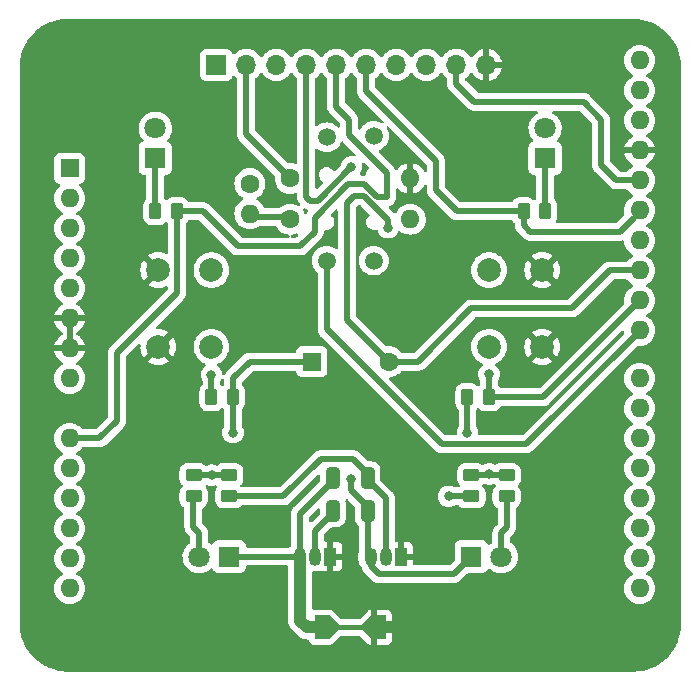
<source format=gbr>
%TF.GenerationSoftware,KiCad,Pcbnew,(6.0.10)*%
%TF.CreationDate,2023-08-29T00:03:05+02:00*%
%TF.ProjectId,Rentree ARES,52656e74-7265-4652-9041-5245532e6b69,rev?*%
%TF.SameCoordinates,Original*%
%TF.FileFunction,Copper,L1,Top*%
%TF.FilePolarity,Positive*%
%FSLAX46Y46*%
G04 Gerber Fmt 4.6, Leading zero omitted, Abs format (unit mm)*
G04 Created by KiCad (PCBNEW (6.0.10)) date 2023-08-29 00:03:05*
%MOMM*%
%LPD*%
G01*
G04 APERTURE LIST*
G04 Aperture macros list*
%AMRoundRect*
0 Rectangle with rounded corners*
0 $1 Rounding radius*
0 $2 $3 $4 $5 $6 $7 $8 $9 X,Y pos of 4 corners*
0 Add a 4 corners polygon primitive as box body*
4,1,4,$2,$3,$4,$5,$6,$7,$8,$9,$2,$3,0*
0 Add four circle primitives for the rounded corners*
1,1,$1+$1,$2,$3*
1,1,$1+$1,$4,$5*
1,1,$1+$1,$6,$7*
1,1,$1+$1,$8,$9*
0 Add four rect primitives between the rounded corners*
20,1,$1+$1,$2,$3,$4,$5,0*
20,1,$1+$1,$4,$5,$6,$7,0*
20,1,$1+$1,$6,$7,$8,$9,0*
20,1,$1+$1,$8,$9,$2,$3,0*%
%AMOutline5P*
0 Free polygon, 5 corners , with rotation*
0 The origin of the aperture is its center*
0 number of corners: always 5*
0 $1 to $10 corner X, Y*
0 $11 Rotation angle, in degrees counterclockwise*
0 create outline with 5 corners*
4,1,5,$1,$2,$3,$4,$5,$6,$7,$8,$9,$10,$1,$2,$11*%
%AMOutline6P*
0 Free polygon, 6 corners , with rotation*
0 The origin of the aperture is its center*
0 number of corners: always 6*
0 $1 to $12 corner X, Y*
0 $13 Rotation angle, in degrees counterclockwise*
0 create outline with 6 corners*
4,1,6,$1,$2,$3,$4,$5,$6,$7,$8,$9,$10,$11,$12,$1,$2,$13*%
%AMOutline7P*
0 Free polygon, 7 corners , with rotation*
0 The origin of the aperture is its center*
0 number of corners: always 7*
0 $1 to $14 corner X, Y*
0 $15 Rotation angle, in degrees counterclockwise*
0 create outline with 7 corners*
4,1,7,$1,$2,$3,$4,$5,$6,$7,$8,$9,$10,$11,$12,$13,$14,$1,$2,$15*%
%AMOutline8P*
0 Free polygon, 8 corners , with rotation*
0 The origin of the aperture is its center*
0 number of corners: always 8*
0 $1 to $16 corner X, Y*
0 $17 Rotation angle, in degrees counterclockwise*
0 create outline with 8 corners*
4,1,8,$1,$2,$3,$4,$5,$6,$7,$8,$9,$10,$11,$12,$13,$14,$15,$16,$1,$2,$17*%
G04 Aperture macros list end*
%TA.AperFunction,EtchedComponent*%
%ADD10C,0.400000*%
%TD*%
%TA.AperFunction,ComponentPad*%
%ADD11C,1.600000*%
%TD*%
%TA.AperFunction,ComponentPad*%
%ADD12O,1.600000X1.600000*%
%TD*%
%TA.AperFunction,ComponentPad*%
%ADD13R,1.600000X1.600000*%
%TD*%
%TA.AperFunction,SMDPad,CuDef*%
%ADD14Outline6P,-1.000000X1.000000X0.200000X1.000000X1.000000X0.200000X1.000000X-0.200000X0.200000X-1.000000X-1.000000X-1.000000X0.000000*%
%TD*%
%TA.AperFunction,SMDPad,CuDef*%
%ADD15Outline6P,-1.000000X1.000000X0.200000X1.000000X1.000000X0.200000X1.000000X-0.200000X0.200000X-1.000000X-1.000000X-1.000000X180.000000*%
%TD*%
%TA.AperFunction,SMDPad,CuDef*%
%ADD16RoundRect,0.250000X0.325000X0.650000X-0.325000X0.650000X-0.325000X-0.650000X0.325000X-0.650000X0*%
%TD*%
%TA.AperFunction,ComponentPad*%
%ADD17C,1.800000*%
%TD*%
%TA.AperFunction,ComponentPad*%
%ADD18R,1.800000X1.800000*%
%TD*%
%TA.AperFunction,ComponentPad*%
%ADD19R,1.700000X1.700000*%
%TD*%
%TA.AperFunction,ComponentPad*%
%ADD20O,1.700000X1.700000*%
%TD*%
%TA.AperFunction,SMDPad,CuDef*%
%ADD21RoundRect,0.250000X-0.450000X0.262500X-0.450000X-0.262500X0.450000X-0.262500X0.450000X0.262500X0*%
%TD*%
%TA.AperFunction,SMDPad,CuDef*%
%ADD22RoundRect,0.250000X-0.262500X-0.450000X0.262500X-0.450000X0.262500X0.450000X-0.262500X0.450000X0*%
%TD*%
%TA.AperFunction,SMDPad,CuDef*%
%ADD23RoundRect,0.250000X0.262500X0.450000X-0.262500X0.450000X-0.262500X-0.450000X0.262500X-0.450000X0*%
%TD*%
%TA.AperFunction,SMDPad,CuDef*%
%ADD24C,1.500000*%
%TD*%
%TA.AperFunction,ComponentPad*%
%ADD25C,2.000000*%
%TD*%
%TA.AperFunction,ComponentPad*%
%ADD26O,1.050000X1.500000*%
%TD*%
%TA.AperFunction,ComponentPad*%
%ADD27R,1.050000X1.500000*%
%TD*%
%TA.AperFunction,ViaPad*%
%ADD28C,0.800000*%
%TD*%
%TA.AperFunction,Conductor*%
%ADD29C,0.500000*%
%TD*%
%TA.AperFunction,Conductor*%
%ADD30C,1.000000*%
%TD*%
G04 APERTURE END LIST*
D10*
%TO.C,F1*%
X123500000Y-134000000D02*
X126500000Y-134000000D01*
%TD*%
D11*
%TO.P,R2,1*%
%TO.N,Net-(R1-Pad2)*%
X119920000Y-99440000D03*
D12*
%TO.P,R2,2*%
%TO.N,/S1*%
X130080000Y-99440000D03*
%TD*%
%TO.P,A1,32,SCL/A5*%
%TO.N,unconnected-(A1-Pad32)*%
X149500000Y-86000000D03*
%TO.P,A1,31,SDA/A4*%
%TO.N,unconnected-(A1-Pad31)*%
X149500000Y-88540000D03*
%TO.P,A1,30,AREF*%
%TO.N,unconnected-(A1-Pad30)*%
X149500000Y-91080000D03*
%TO.P,A1,29,GND*%
%TO.N,GND*%
X149500000Y-93620000D03*
%TO.P,A1,28,D13*%
%TO.N,/RST*%
X149500000Y-96160000D03*
%TO.P,A1,27,D12*%
%TO.N,/Simon un peu plus dur/LED1*%
X149500000Y-98700000D03*
%TO.P,A1,26,D11*%
%TO.N,unconnected-(A1-Pad26)*%
X149500000Y-101240000D03*
%TO.P,A1,25,D10*%
%TO.N,/BUZZER*%
X149500000Y-103780000D03*
%TO.P,A1,24,D9*%
%TO.N,/Simon un peu plus dur/SW1*%
X149500000Y-106320000D03*
%TO.P,A1,23,D8*%
%TO.N,/Simon un peu plus dur/SW0*%
X149500000Y-108860000D03*
%TO.P,A1,22,D7*%
%TO.N,unconnected-(A1-Pad22)*%
X149500000Y-112920000D03*
%TO.P,A1,21,D6*%
%TO.N,unconnected-(A1-Pad21)*%
X149500000Y-115460000D03*
%TO.P,A1,20,D5*%
%TO.N,unconnected-(A1-Pad20)*%
X149500000Y-118000000D03*
%TO.P,A1,19,D4*%
%TO.N,unconnected-(A1-Pad19)*%
X149500000Y-120540000D03*
%TO.P,A1,18,D3*%
%TO.N,unconnected-(A1-Pad18)*%
X149500000Y-123080000D03*
%TO.P,A1,17,D2*%
%TO.N,unconnected-(A1-Pad17)*%
X149500000Y-125620000D03*
%TO.P,A1,16,D1/TX*%
%TO.N,unconnected-(A1-Pad16)*%
X149500000Y-128160000D03*
%TO.P,A1,15,D0/RX*%
%TO.N,unconnected-(A1-Pad15)*%
X149500000Y-130700000D03*
%TO.P,A1,14,SCL/A5*%
%TO.N,unconnected-(A1-Pad14)*%
X101240000Y-130700000D03*
%TO.P,A1,13,SDA/A4*%
%TO.N,unconnected-(A1-Pad13)*%
X101240000Y-128160000D03*
%TO.P,A1,12,A3*%
%TO.N,unconnected-(A1-Pad12)*%
X101240000Y-125620000D03*
%TO.P,A1,11,A2*%
%TO.N,unconnected-(A1-Pad11)*%
X101240000Y-123080000D03*
%TO.P,A1,10,A1*%
%TO.N,unconnected-(A1-Pad10)*%
X101240000Y-120540000D03*
%TO.P,A1,9,A0*%
%TO.N,/Simon un peu plus dur/LED0*%
X101240000Y-118000000D03*
%TO.P,A1,8,VIN*%
%TO.N,unconnected-(A1-Pad8)*%
X101240000Y-112920000D03*
%TO.P,A1,7,GND*%
%TO.N,GND*%
X101240000Y-110380000D03*
%TO.P,A1,6,GND*%
X101240000Y-107840000D03*
%TO.P,A1,5,+5V*%
%TO.N,unconnected-(A1-Pad5)*%
X101240000Y-105300000D03*
%TO.P,A1,4,3V3*%
%TO.N,+3.3V*%
X101240000Y-102760000D03*
%TO.P,A1,3,~{RESET}*%
%TO.N,unconnected-(A1-Pad3)*%
X101240000Y-100220000D03*
%TO.P,A1,2,IOREF*%
%TO.N,unconnected-(A1-Pad2)*%
X101240000Y-97680000D03*
D13*
%TO.P,A1,1,NC*%
%TO.N,unconnected-(A1-Pad1)*%
X101240000Y-95140000D03*
%TD*%
D14*
%TO.P,F1,1*%
%TO.N,Net-(C1-Pad2)*%
X123000000Y-134000000D03*
D15*
%TO.P,F1,2*%
%TO.N,GND*%
X127000000Y-134000000D03*
%TD*%
D16*
%TO.P,C1,2*%
%TO.N,Net-(C1-Pad2)*%
X123525000Y-121360000D03*
%TO.P,C1,1*%
%TO.N,Net-(C1-Pad1)*%
X126475000Y-121360000D03*
%TD*%
%TO.P,C2,1*%
%TO.N,/OSC*%
X126475000Y-124110000D03*
%TO.P,C2,2*%
%TO.N,Net-(C2-Pad2)*%
X123525000Y-124110000D03*
%TD*%
D17*
%TO.P,D1,2,A*%
%TO.N,Net-(D1-Pad2)*%
X112210000Y-128000000D03*
D18*
%TO.P,D1,1,K*%
%TO.N,Net-(C1-Pad2)*%
X114750000Y-128000000D03*
%TD*%
D17*
%TO.P,D2,2,A*%
%TO.N,Net-(D2-Pad2)*%
X137790000Y-128000000D03*
D18*
%TO.P,D2,1,K*%
%TO.N,/OSC*%
X135250000Y-128000000D03*
%TD*%
%TO.P,D3,1,K*%
%TO.N,Net-(D3-Pad1)*%
X108500000Y-94275000D03*
D17*
%TO.P,D3,2,A*%
%TO.N,+3.3V*%
X108500000Y-91735000D03*
%TD*%
D18*
%TO.P,D4,1,K*%
%TO.N,Net-(D4-Pad1)*%
X141500000Y-94275000D03*
D17*
%TO.P,D4,2,A*%
%TO.N,+3.3V*%
X141500000Y-91735000D03*
%TD*%
D19*
%TO.P,J1,1,Pin_1*%
%TO.N,+3.3V*%
X113655000Y-86375000D03*
D20*
%TO.P,J1,2,Pin_2*%
%TO.N,/S1*%
X116195000Y-86375000D03*
%TO.P,J1,3,Pin_3*%
%TO.N,/OSC*%
X118735000Y-86375000D03*
%TO.P,J1,4,Pin_4*%
%TO.N,/BUZZER*%
X121275000Y-86375000D03*
%TO.P,J1,5,Pin_5*%
%TO.N,/Simon un peu plus dur/LED0*%
X123815000Y-86375000D03*
%TO.P,J1,6,Pin_6*%
%TO.N,/Simon un peu plus dur/LED1*%
X126355000Y-86375000D03*
%TO.P,J1,7,Pin_7*%
%TO.N,Net-(F2-Pad2)*%
X128895000Y-86375000D03*
%TO.P,J1,8,Pin_8*%
%TO.N,Net-(F3-Pad2)*%
X131435000Y-86375000D03*
%TO.P,J1,9,Pin_9*%
%TO.N,/RST*%
X133975000Y-86375000D03*
%TO.P,J1,10,Pin_10*%
%TO.N,GND*%
X136515000Y-86375000D03*
%TD*%
D13*
%TO.P,LS1,1,1*%
%TO.N,+3.3V*%
X121750000Y-111500000D03*
D11*
%TO.P,LS1,2,2*%
%TO.N,/BUZZER*%
X128250000Y-111500000D03*
%TD*%
D12*
%TO.P,R1,2*%
%TO.N,Net-(R1-Pad2)*%
X116500000Y-98975000D03*
D11*
%TO.P,R1,1*%
%TO.N,+3.3V*%
X116500000Y-96435000D03*
%TD*%
D21*
%TO.P,R4,2*%
%TO.N,Net-(D1-Pad2)*%
X111750000Y-122912500D03*
%TO.P,R4,1*%
%TO.N,+3.3V*%
X111750000Y-121087500D03*
%TD*%
%TO.P,R5,2*%
%TO.N,Net-(C1-Pad1)*%
X114750000Y-122912500D03*
%TO.P,R5,1*%
%TO.N,+3.3V*%
X114750000Y-121087500D03*
%TD*%
%TO.P,R6,2*%
%TO.N,Net-(C2-Pad2)*%
X135250000Y-122912500D03*
%TO.P,R6,1*%
%TO.N,+3.3V*%
X135250000Y-121087500D03*
%TD*%
%TO.P,R7,2*%
%TO.N,Net-(D2-Pad2)*%
X138250000Y-122912500D03*
%TO.P,R7,1*%
%TO.N,+3.3V*%
X138250000Y-121087500D03*
%TD*%
D22*
%TO.P,R8,2*%
%TO.N,/Simon un peu plus dur/LED0*%
X110325000Y-98750000D03*
%TO.P,R8,1*%
%TO.N,Net-(D3-Pad1)*%
X108500000Y-98750000D03*
%TD*%
D23*
%TO.P,R9,1*%
%TO.N,Net-(D4-Pad1)*%
X141500000Y-98750000D03*
%TO.P,R9,2*%
%TO.N,/Simon un peu plus dur/LED1*%
X139675000Y-98750000D03*
%TD*%
D22*
%TO.P,R10,1*%
%TO.N,+3.3V*%
X134925000Y-114500000D03*
%TO.P,R10,2*%
%TO.N,/Simon un peu plus dur/SW1*%
X136750000Y-114500000D03*
%TD*%
D23*
%TO.P,R11,1*%
%TO.N,+3.3V*%
X115075000Y-114500000D03*
%TO.P,R11,2*%
%TO.N,/Simon un peu plus dur/SW0*%
X113250000Y-114500000D03*
%TD*%
D24*
%TO.P,TP1,1,1*%
%TO.N,/Simon un peu plus dur/SW0*%
X123000000Y-102940000D03*
%TD*%
%TO.P,TP2,1,1*%
%TO.N,/Simon un peu plus dur/SW1*%
X127000000Y-102940000D03*
%TD*%
%TO.P,TP3,1,1*%
%TO.N,Net-(F3-Pad2)*%
X127000000Y-92400000D03*
%TD*%
%TO.P,TP4,1,1*%
%TO.N,Net-(F2-Pad2)*%
X123000000Y-92500000D03*
%TD*%
D12*
%TO.P,R3,2*%
%TO.N,GND*%
X130080000Y-95980000D03*
D11*
%TO.P,R3,1*%
%TO.N,/S1*%
X119920000Y-95980000D03*
%TD*%
D25*
%TO.P,SW1,2,B*%
%TO.N,/Simon un peu plus dur/SW0*%
X113250000Y-103750000D03*
X113250000Y-110250000D03*
%TO.P,SW1,1,A*%
%TO.N,GND*%
X108750000Y-103750000D03*
X108750000Y-110250000D03*
%TD*%
%TO.P,SW2,1,A*%
%TO.N,GND*%
X141250000Y-103750000D03*
X141250000Y-110250000D03*
%TO.P,SW2,2,B*%
%TO.N,/Simon un peu plus dur/SW1*%
X136750000Y-103750000D03*
X136750000Y-110250000D03*
%TD*%
D26*
%TO.P,Q1,3,C*%
%TO.N,Net-(C1-Pad2)*%
X120750000Y-128000000D03*
%TO.P,Q1,2,B*%
%TO.N,Net-(C2-Pad2)*%
X122020000Y-128000000D03*
D27*
%TO.P,Q1,1,E*%
%TO.N,GND*%
X123290000Y-128000000D03*
%TD*%
D26*
%TO.P,Q2,3,C*%
%TO.N,/OSC*%
X126730000Y-128000000D03*
%TO.P,Q2,2,B*%
%TO.N,Net-(C1-Pad1)*%
X128000000Y-128000000D03*
D27*
%TO.P,Q2,1,E*%
%TO.N,GND*%
X129270000Y-128000000D03*
%TD*%
D28*
%TO.N,GND*%
X129200000Y-134000000D03*
%TO.N,/BUZZER*%
X128200000Y-100150500D03*
X125100000Y-95000000D03*
%TO.N,/OSC*%
X125100000Y-121400000D03*
%TO.N,Net-(C2-Pad2)*%
X133325000Y-122900000D03*
%TO.N,/Simon un peu plus dur/SW1*%
X136750000Y-112550000D03*
%TO.N,/Simon un peu plus dur/SW0*%
X113250000Y-112600000D03*
%TO.N,Net-(F3-Pad2)*%
X127000000Y-92400000D03*
%TO.N,+3.3V*%
X134925000Y-117500000D03*
X115075000Y-117500000D03*
X136775000Y-121000000D03*
X113265000Y-121110000D03*
%TO.N,Net-(F2-Pad2)*%
X123000000Y-92500000D03*
%TO.N,/Simon un peu plus dur/SW0*%
X123000000Y-102940000D03*
%TO.N,/Simon un peu plus dur/SW1*%
X126960000Y-102940000D03*
%TD*%
D29*
%TO.N,+3.3V*%
X115075000Y-112925000D02*
X116500000Y-111500000D01*
X116500000Y-111500000D02*
X121750000Y-111500000D01*
X115075000Y-114500000D02*
X115075000Y-112925000D01*
X134925000Y-114500000D02*
X134925000Y-117500000D01*
%TO.N,/Simon un peu plus dur/SW0*%
X149500000Y-108875000D02*
X149500000Y-108860000D01*
X139875000Y-118500000D02*
X149500000Y-108875000D01*
X123000000Y-108750000D02*
X132750000Y-118500000D01*
X132750000Y-118500000D02*
X139875000Y-118500000D01*
X123000000Y-102940000D02*
X123000000Y-108750000D01*
%TO.N,+3.3V*%
X115075000Y-114500000D02*
X115075000Y-117500000D01*
%TO.N,/Simon un peu plus dur/LED0*%
X103750000Y-118000000D02*
X101240000Y-118000000D01*
X105250000Y-116500000D02*
X103750000Y-118000000D01*
X105250000Y-110750000D02*
X105250000Y-116500000D01*
X110325000Y-105675000D02*
X105250000Y-110750000D01*
X110325000Y-98750000D02*
X110325000Y-105675000D01*
%TO.N,/BUZZER*%
X143750000Y-107000000D02*
X146970000Y-103780000D01*
X135250000Y-107000000D02*
X143750000Y-107000000D01*
X130750000Y-111500000D02*
X135250000Y-107000000D01*
X146970000Y-103780000D02*
X149500000Y-103780000D01*
X128250000Y-111500000D02*
X130750000Y-111500000D01*
%TO.N,/Simon un peu plus dur/SW1*%
X141320000Y-114500000D02*
X149500000Y-106320000D01*
X136750000Y-114500000D02*
X141320000Y-114500000D01*
%TO.N,/RST*%
X147535000Y-96160000D02*
X149500000Y-96160000D01*
X135500000Y-89500000D02*
X144750000Y-89500000D01*
X144750000Y-89500000D02*
X146250000Y-91000000D01*
X133975000Y-87975000D02*
X135500000Y-89500000D01*
X133975000Y-86375000D02*
X133975000Y-87975000D01*
X146250000Y-91000000D02*
X146250000Y-94875000D01*
X146250000Y-94875000D02*
X147535000Y-96160000D01*
%TO.N,/Simon un peu plus dur/LED1*%
X140250000Y-100500000D02*
X147850000Y-100500000D01*
X139675000Y-99925000D02*
X140250000Y-100500000D01*
X147850000Y-100500000D02*
X149000000Y-99350000D01*
X139675000Y-98750000D02*
X139675000Y-99925000D01*
%TO.N,/OSC*%
X127430000Y-129500000D02*
X133750000Y-129500000D01*
%TO.N,Net-(C1-Pad2)*%
X114750000Y-128000000D02*
X120750000Y-128000000D01*
%TO.N,Net-(C1-Pad1)*%
X114750000Y-122912500D02*
X119337500Y-122912500D01*
D30*
%TO.N,GND*%
X129200000Y-134000000D02*
X127400000Y-134000000D01*
%TO.N,Net-(C1-Pad2)*%
X121300000Y-134000000D02*
X122600000Y-134000000D01*
X120750000Y-133450000D02*
X121300000Y-134000000D01*
X120750000Y-128000000D02*
X120750000Y-133450000D01*
D29*
%TO.N,/BUZZER*%
X124700000Y-98100000D02*
X124700000Y-107950000D01*
X125300000Y-97500000D02*
X124700000Y-98100000D01*
X128200000Y-99500000D02*
X126200000Y-97500000D01*
X128200000Y-100150500D02*
X128200000Y-99500000D01*
X124700000Y-107950000D02*
X128250000Y-111500000D01*
X126200000Y-97500000D02*
X125300000Y-97500000D01*
%TO.N,/Simon un peu plus dur/LED0*%
X123815000Y-89915000D02*
X123815000Y-86375000D01*
X124900000Y-91000000D02*
X123815000Y-89915000D01*
X124900000Y-92300000D02*
X124900000Y-91000000D01*
X128100000Y-95500000D02*
X124900000Y-92300000D01*
X128100000Y-97600000D02*
X128100000Y-95500000D01*
X127300000Y-97600000D02*
X128100000Y-97600000D01*
X126200000Y-96500000D02*
X127300000Y-97600000D01*
X122000000Y-100500000D02*
X122000000Y-99300000D01*
X115500000Y-101750000D02*
X120750000Y-101750000D01*
X120750000Y-101750000D02*
X122000000Y-100500000D01*
X112500000Y-98750000D02*
X115500000Y-101750000D01*
X124800000Y-96500000D02*
X126200000Y-96500000D01*
X110325000Y-98750000D02*
X112500000Y-98750000D01*
X122000000Y-99300000D02*
X124800000Y-96500000D01*
%TO.N,/BUZZER*%
X121275000Y-97575000D02*
X121275000Y-86375000D01*
X122250000Y-97900000D02*
X121600000Y-97900000D01*
X121600000Y-97900000D02*
X121275000Y-97575000D01*
X125100000Y-95050000D02*
X122250000Y-97900000D01*
X125100000Y-95000000D02*
X125100000Y-95050000D01*
%TO.N,/Simon un peu plus dur/LED1*%
X132250000Y-97000000D02*
X132250000Y-94500000D01*
X132250000Y-94500000D02*
X126355000Y-88605000D01*
X126355000Y-88605000D02*
X126355000Y-86375000D01*
X134000000Y-98750000D02*
X132250000Y-97000000D01*
X139675000Y-98750000D02*
X134000000Y-98750000D01*
%TO.N,/OSC*%
X125100000Y-122400000D02*
X125100000Y-121400000D01*
X125400000Y-122700000D02*
X125100000Y-122400000D01*
X126475000Y-123775000D02*
X125400000Y-122700000D01*
X126475000Y-124110000D02*
X126475000Y-123775000D01*
%TO.N,Net-(C2-Pad2)*%
X135237500Y-122900000D02*
X133325000Y-122900000D01*
X135250000Y-122912500D02*
X135237500Y-122900000D01*
%TO.N,/Simon un peu plus dur/SW1*%
X136750000Y-114500000D02*
X136750000Y-112550000D01*
%TO.N,/Simon un peu plus dur/SW0*%
X113250000Y-114500000D02*
X113250000Y-112600000D01*
%TO.N,Net-(C1-Pad1)*%
X126475000Y-120975000D02*
X126475000Y-121360000D01*
X119337500Y-122912500D02*
X122500000Y-119750000D01*
X122500000Y-119750000D02*
X125250000Y-119750000D01*
X125250000Y-119750000D02*
X126475000Y-120975000D01*
X128000000Y-123055000D02*
X128000000Y-128000000D01*
X126475000Y-121530000D02*
X128000000Y-123055000D01*
X126475000Y-121360000D02*
X126475000Y-121530000D01*
%TO.N,+3.3V*%
X136687500Y-121087500D02*
X136775000Y-121000000D01*
X135250000Y-121087500D02*
X136687500Y-121087500D01*
X136862500Y-121087500D02*
X138250000Y-121087500D01*
X136775000Y-121000000D02*
X136862500Y-121087500D01*
X113287500Y-121087500D02*
X114750000Y-121087500D01*
X113265000Y-121110000D02*
X113287500Y-121087500D01*
X113242500Y-121087500D02*
X113265000Y-121110000D01*
X111750000Y-121087500D02*
X113242500Y-121087500D01*
%TO.N,Net-(D3-Pad1)*%
X108500000Y-94275000D02*
X108500000Y-98750000D01*
%TO.N,Net-(R1-Pad2)*%
X116775000Y-99250000D02*
X116500000Y-98975000D01*
X119730000Y-99250000D02*
X116775000Y-99250000D01*
X119920000Y-99440000D02*
X119730000Y-99250000D01*
%TO.N,/S1*%
X116195000Y-86375000D02*
X116195000Y-92255000D01*
X116195000Y-92255000D02*
X119920000Y-95980000D01*
%TO.N,/OSC*%
X127430000Y-129500000D02*
X126730000Y-128800000D01*
X135250000Y-128000000D02*
X133750000Y-129500000D01*
X126730000Y-128800000D02*
X126730000Y-128000000D01*
%TO.N,Net-(C1-Pad2)*%
X120750000Y-124360000D02*
X120750000Y-128000000D01*
X123525000Y-121585000D02*
X120750000Y-124360000D01*
X123525000Y-121360000D02*
X123525000Y-121585000D01*
%TO.N,Net-(C2-Pad2)*%
X122020000Y-125840000D02*
X122020000Y-128000000D01*
X123525000Y-124335000D02*
X122020000Y-125840000D01*
X123525000Y-124110000D02*
X123525000Y-124335000D01*
%TO.N,/OSC*%
X126475000Y-127745000D02*
X126730000Y-128000000D01*
X126475000Y-124110000D02*
X126475000Y-127745000D01*
%TO.N,Net-(D4-Pad1)*%
X141500000Y-98750000D02*
X141500000Y-94275000D01*
%TO.N,Net-(D1-Pad2)*%
X111725000Y-122937500D02*
X111750000Y-122912500D01*
X111725000Y-125500000D02*
X111725000Y-122937500D01*
X112210000Y-125985000D02*
X111725000Y-125500000D01*
X112210000Y-128000000D02*
X112210000Y-125985000D01*
%TO.N,Net-(D2-Pad2)*%
X138275000Y-122937500D02*
X138250000Y-122912500D01*
X138275000Y-125500000D02*
X138275000Y-122937500D01*
X137790000Y-125985000D02*
X138275000Y-125500000D01*
X137790000Y-128000000D02*
X137790000Y-125985000D01*
%TD*%
%TA.AperFunction,Conductor*%
%TO.N,GND*%
G36*
X148970018Y-82510000D02*
G01*
X148984852Y-82512310D01*
X148984855Y-82512310D01*
X148993724Y-82513691D01*
X149011033Y-82511428D01*
X149013656Y-82511085D01*
X149035810Y-82510156D01*
X149362472Y-82525258D01*
X149374060Y-82526332D01*
X149727672Y-82575659D01*
X149739112Y-82577798D01*
X150086665Y-82659541D01*
X150097841Y-82662721D01*
X150267111Y-82719455D01*
X150436372Y-82776186D01*
X150447224Y-82780390D01*
X150773840Y-82924605D01*
X150784245Y-82929785D01*
X151096177Y-83103530D01*
X151106054Y-83109646D01*
X151400610Y-83311422D01*
X151409898Y-83318436D01*
X151684581Y-83546530D01*
X151693181Y-83554371D01*
X151945629Y-83806819D01*
X151953470Y-83815419D01*
X152181564Y-84090102D01*
X152188578Y-84099390D01*
X152390354Y-84393946D01*
X152396470Y-84403823D01*
X152570215Y-84715755D01*
X152575395Y-84726160D01*
X152719610Y-85052776D01*
X152723814Y-85063628D01*
X152753368Y-85151803D01*
X152830603Y-85382240D01*
X152837276Y-85402150D01*
X152840459Y-85413335D01*
X152912496Y-85719621D01*
X152922202Y-85760888D01*
X152924341Y-85772328D01*
X152973668Y-86125940D01*
X152974742Y-86137529D01*
X152989502Y-86456785D01*
X152988136Y-86481989D01*
X152987690Y-86484850D01*
X152987690Y-86484856D01*
X152986309Y-86493724D01*
X152987473Y-86502626D01*
X152987473Y-86502628D01*
X152990436Y-86525283D01*
X152991500Y-86541621D01*
X152991500Y-133700633D01*
X152990000Y-133720018D01*
X152986309Y-133743724D01*
X152987473Y-133752625D01*
X152988915Y-133763656D01*
X152989844Y-133785810D01*
X152974742Y-134112471D01*
X152973668Y-134124060D01*
X152924341Y-134477672D01*
X152922202Y-134489112D01*
X152854629Y-134776418D01*
X152840461Y-134836656D01*
X152837279Y-134847841D01*
X152788288Y-134994010D01*
X152723814Y-135186372D01*
X152719610Y-135197224D01*
X152575395Y-135523840D01*
X152570215Y-135534245D01*
X152396470Y-135846177D01*
X152390354Y-135856054D01*
X152188578Y-136150610D01*
X152181564Y-136159898D01*
X151953470Y-136434581D01*
X151945629Y-136443181D01*
X151693181Y-136695629D01*
X151684581Y-136703470D01*
X151409898Y-136931564D01*
X151400610Y-136938578D01*
X151178930Y-137090433D01*
X151106054Y-137140354D01*
X151096177Y-137146470D01*
X150784245Y-137320215D01*
X150773840Y-137325395D01*
X150447224Y-137469610D01*
X150436372Y-137473814D01*
X150267111Y-137530545D01*
X150097841Y-137587279D01*
X150086665Y-137590459D01*
X149754150Y-137668665D01*
X149739112Y-137672202D01*
X149727672Y-137674341D01*
X149374060Y-137723668D01*
X149362471Y-137724742D01*
X149043215Y-137739502D01*
X149018011Y-137738136D01*
X149015150Y-137737690D01*
X149015144Y-137737690D01*
X149006276Y-137736309D01*
X148997374Y-137737473D01*
X148997372Y-137737473D01*
X148983900Y-137739235D01*
X148974714Y-137740436D01*
X148958379Y-137741500D01*
X101055666Y-137741500D01*
X101033817Y-137739591D01*
X101025295Y-137738090D01*
X101025292Y-137738090D01*
X101016455Y-137736534D01*
X101007535Y-137737521D01*
X101007532Y-137737521D01*
X100996485Y-137738744D01*
X100974314Y-137739235D01*
X100639530Y-137717101D01*
X100627973Y-137715797D01*
X100267031Y-137658135D01*
X100255637Y-137655770D01*
X99901546Y-137565047D01*
X99890442Y-137561649D01*
X99546222Y-137438638D01*
X99535464Y-137434223D01*
X99204065Y-137279978D01*
X99193778Y-137274600D01*
X98878019Y-137090431D01*
X98868251Y-137084111D01*
X98570855Y-136871611D01*
X98561708Y-136864415D01*
X98375523Y-136703470D01*
X98285177Y-136625371D01*
X98276737Y-136617365D01*
X98023447Y-136353832D01*
X98015778Y-136345077D01*
X97787885Y-136059298D01*
X97781057Y-136049873D01*
X97580510Y-135744295D01*
X97574580Y-135734281D01*
X97403074Y-135411485D01*
X97398094Y-135400966D01*
X97391769Y-135385836D01*
X97257105Y-135063727D01*
X97253119Y-135052799D01*
X97240587Y-135012793D01*
X97143852Y-134704000D01*
X97140889Y-134692745D01*
X97110213Y-134549653D01*
X97064267Y-134335332D01*
X97062357Y-134323857D01*
X97051633Y-134233998D01*
X97019041Y-133960910D01*
X97018197Y-133949309D01*
X97017571Y-133925563D01*
X97012714Y-133741525D01*
X97009543Y-133621340D01*
X97011407Y-133596172D01*
X97011910Y-133593313D01*
X97011910Y-133593310D01*
X97013466Y-133584472D01*
X97009265Y-133546510D01*
X97008500Y-133532651D01*
X97008500Y-130700000D01*
X99926502Y-130700000D01*
X99946457Y-130928087D01*
X100005716Y-131149243D01*
X100008039Y-131154224D01*
X100008039Y-131154225D01*
X100100151Y-131351762D01*
X100100154Y-131351767D01*
X100102477Y-131356749D01*
X100233802Y-131544300D01*
X100395700Y-131706198D01*
X100400208Y-131709355D01*
X100400211Y-131709357D01*
X100478389Y-131764098D01*
X100583251Y-131837523D01*
X100588233Y-131839846D01*
X100588238Y-131839849D01*
X100785775Y-131931961D01*
X100790757Y-131934284D01*
X100796065Y-131935706D01*
X100796067Y-131935707D01*
X101006598Y-131992119D01*
X101006600Y-131992119D01*
X101011913Y-131993543D01*
X101240000Y-132013498D01*
X101468087Y-131993543D01*
X101473400Y-131992119D01*
X101473402Y-131992119D01*
X101683933Y-131935707D01*
X101683935Y-131935706D01*
X101689243Y-131934284D01*
X101694225Y-131931961D01*
X101891762Y-131839849D01*
X101891767Y-131839846D01*
X101896749Y-131837523D01*
X102001611Y-131764098D01*
X102079789Y-131709357D01*
X102079792Y-131709355D01*
X102084300Y-131706198D01*
X102246198Y-131544300D01*
X102377523Y-131356749D01*
X102379846Y-131351767D01*
X102379849Y-131351762D01*
X102471961Y-131154225D01*
X102471961Y-131154224D01*
X102474284Y-131149243D01*
X102533543Y-130928087D01*
X102553498Y-130700000D01*
X102533543Y-130471913D01*
X102476470Y-130258915D01*
X102475707Y-130256067D01*
X102475706Y-130256065D01*
X102474284Y-130250757D01*
X102469234Y-130239927D01*
X102379849Y-130048238D01*
X102379846Y-130048233D01*
X102377523Y-130043251D01*
X102246198Y-129855700D01*
X102084300Y-129693802D01*
X102079792Y-129690645D01*
X102079789Y-129690643D01*
X102001611Y-129635902D01*
X101896749Y-129562477D01*
X101891767Y-129560154D01*
X101891762Y-129560151D01*
X101857543Y-129544195D01*
X101804258Y-129497278D01*
X101784797Y-129429001D01*
X101805339Y-129361041D01*
X101857543Y-129315805D01*
X101891762Y-129299849D01*
X101891767Y-129299846D01*
X101896749Y-129297523D01*
X102020326Y-129210993D01*
X102079789Y-129169357D01*
X102079792Y-129169355D01*
X102084300Y-129166198D01*
X102246198Y-129004300D01*
X102249410Y-128999714D01*
X102352594Y-128852351D01*
X102377523Y-128816749D01*
X102379846Y-128811767D01*
X102379849Y-128811762D01*
X102471961Y-128614225D01*
X102471961Y-128614224D01*
X102474284Y-128609243D01*
X102499449Y-128515329D01*
X102532119Y-128393402D01*
X102532119Y-128393400D01*
X102533543Y-128388087D01*
X102553498Y-128160000D01*
X102533543Y-127931913D01*
X102488592Y-127764156D01*
X102475707Y-127716067D01*
X102475706Y-127716065D01*
X102474284Y-127710757D01*
X102410864Y-127574751D01*
X102379849Y-127508238D01*
X102379846Y-127508233D01*
X102377523Y-127503251D01*
X102246198Y-127315700D01*
X102084300Y-127153802D01*
X102079792Y-127150645D01*
X102079789Y-127150643D01*
X101964237Y-127069733D01*
X101896749Y-127022477D01*
X101891767Y-127020154D01*
X101891762Y-127020151D01*
X101857543Y-127004195D01*
X101804258Y-126957278D01*
X101784797Y-126889001D01*
X101805339Y-126821041D01*
X101857543Y-126775805D01*
X101891762Y-126759849D01*
X101891767Y-126759846D01*
X101896749Y-126757523D01*
X102055687Y-126646233D01*
X102079789Y-126629357D01*
X102079792Y-126629355D01*
X102084300Y-126626198D01*
X102246198Y-126464300D01*
X102377523Y-126276749D01*
X102379846Y-126271767D01*
X102379849Y-126271762D01*
X102471961Y-126074225D01*
X102471961Y-126074224D01*
X102474284Y-126069243D01*
X102477161Y-126058508D01*
X102532119Y-125853402D01*
X102532119Y-125853400D01*
X102533543Y-125848087D01*
X102553498Y-125620000D01*
X102533543Y-125391913D01*
X102498994Y-125262974D01*
X102475707Y-125176067D01*
X102475706Y-125176065D01*
X102474284Y-125170757D01*
X102436709Y-125090176D01*
X102379849Y-124968238D01*
X102379846Y-124968233D01*
X102377523Y-124963251D01*
X102268243Y-124807183D01*
X102249357Y-124780211D01*
X102249355Y-124780208D01*
X102246198Y-124775700D01*
X102084300Y-124613802D01*
X102079792Y-124610645D01*
X102079789Y-124610643D01*
X102001611Y-124555902D01*
X101896749Y-124482477D01*
X101891767Y-124480154D01*
X101891762Y-124480151D01*
X101857543Y-124464195D01*
X101804258Y-124417278D01*
X101784797Y-124349001D01*
X101805339Y-124281041D01*
X101857543Y-124235805D01*
X101891762Y-124219849D01*
X101891767Y-124219846D01*
X101896749Y-124217523D01*
X102027296Y-124126113D01*
X102079789Y-124089357D01*
X102079792Y-124089355D01*
X102084300Y-124086198D01*
X102246198Y-123924300D01*
X102267653Y-123893660D01*
X102316642Y-123823696D01*
X102377523Y-123736749D01*
X102379846Y-123731767D01*
X102379849Y-123731762D01*
X102471961Y-123534225D01*
X102471961Y-123534224D01*
X102474284Y-123529243D01*
X102481057Y-123503968D01*
X102532119Y-123313402D01*
X102532119Y-123313400D01*
X102533543Y-123308087D01*
X102540777Y-123225400D01*
X110541500Y-123225400D01*
X110541837Y-123228646D01*
X110541837Y-123228650D01*
X110550631Y-123313402D01*
X110552474Y-123331166D01*
X110608450Y-123498946D01*
X110701522Y-123649348D01*
X110826697Y-123774305D01*
X110832927Y-123778145D01*
X110832928Y-123778146D01*
X110906616Y-123823568D01*
X110954109Y-123876340D01*
X110966500Y-123930828D01*
X110966500Y-125432930D01*
X110965067Y-125451880D01*
X110961801Y-125473349D01*
X110962394Y-125480641D01*
X110962394Y-125480644D01*
X110966085Y-125526018D01*
X110966500Y-125536233D01*
X110966500Y-125544293D01*
X110967830Y-125555703D01*
X110969789Y-125572507D01*
X110970222Y-125576882D01*
X110975108Y-125636947D01*
X110976140Y-125649637D01*
X110978396Y-125656601D01*
X110979587Y-125662560D01*
X110980971Y-125668415D01*
X110981818Y-125675681D01*
X111006735Y-125744327D01*
X111008152Y-125748455D01*
X111016011Y-125772713D01*
X111030649Y-125817899D01*
X111034445Y-125824154D01*
X111036951Y-125829628D01*
X111039670Y-125835058D01*
X111042167Y-125841937D01*
X111046180Y-125848057D01*
X111046180Y-125848058D01*
X111082186Y-125902976D01*
X111084523Y-125906680D01*
X111122405Y-125969107D01*
X111126121Y-125973315D01*
X111126122Y-125973316D01*
X111129803Y-125977484D01*
X111129776Y-125977508D01*
X111132429Y-125980500D01*
X111135132Y-125983733D01*
X111139144Y-125989852D01*
X111144456Y-125994884D01*
X111195383Y-126043128D01*
X111197825Y-126045506D01*
X111414595Y-126262276D01*
X111448621Y-126324588D01*
X111451500Y-126351371D01*
X111451500Y-126745127D01*
X111431498Y-126813248D01*
X111401153Y-126845887D01*
X111306565Y-126916906D01*
X111271655Y-126943117D01*
X111111639Y-127110564D01*
X111108725Y-127114836D01*
X111108724Y-127114837D01*
X111058624Y-127188281D01*
X110981119Y-127301899D01*
X110883602Y-127511981D01*
X110821707Y-127735169D01*
X110797095Y-127965469D01*
X110797392Y-127970622D01*
X110797392Y-127970625D01*
X110803067Y-128069041D01*
X110810427Y-128196697D01*
X110811564Y-128201743D01*
X110811565Y-128201749D01*
X110841780Y-128335819D01*
X110861346Y-128422642D01*
X110863288Y-128427424D01*
X110863289Y-128427428D01*
X110946540Y-128632450D01*
X110948484Y-128637237D01*
X111069501Y-128834719D01*
X111221147Y-129009784D01*
X111399349Y-129157730D01*
X111599322Y-129274584D01*
X111604147Y-129276426D01*
X111604148Y-129276427D01*
X111652482Y-129294884D01*
X111815694Y-129357209D01*
X111820760Y-129358240D01*
X111820761Y-129358240D01*
X111842791Y-129362722D01*
X112042656Y-129403385D01*
X112172089Y-129408131D01*
X112268949Y-129411683D01*
X112268953Y-129411683D01*
X112274113Y-129411872D01*
X112279233Y-129411216D01*
X112279235Y-129411216D01*
X112353166Y-129401745D01*
X112503847Y-129382442D01*
X112508795Y-129380957D01*
X112508802Y-129380956D01*
X112720747Y-129317369D01*
X112725690Y-129315886D01*
X112769618Y-129294366D01*
X112929049Y-129216262D01*
X112929052Y-129216260D01*
X112933684Y-129213991D01*
X113122243Y-129079494D01*
X113167309Y-129034585D01*
X113229681Y-129000669D01*
X113300487Y-129005857D01*
X113357249Y-129048503D01*
X113374231Y-129079607D01*
X113392880Y-129129352D01*
X113399385Y-129146705D01*
X113486739Y-129263261D01*
X113603295Y-129350615D01*
X113739684Y-129401745D01*
X113801866Y-129408500D01*
X115698134Y-129408500D01*
X115760316Y-129401745D01*
X115896705Y-129350615D01*
X116013261Y-129263261D01*
X116100615Y-129146705D01*
X116151745Y-129010316D01*
X116158500Y-128948134D01*
X116158500Y-128884500D01*
X116178502Y-128816379D01*
X116232158Y-128769886D01*
X116284500Y-128758500D01*
X119615500Y-128758500D01*
X119683621Y-128778502D01*
X119730114Y-128832158D01*
X119741500Y-128884500D01*
X119741500Y-133388157D01*
X119740763Y-133401764D01*
X119736676Y-133439388D01*
X119737213Y-133445523D01*
X119741050Y-133489388D01*
X119741379Y-133494214D01*
X119741500Y-133496686D01*
X119741500Y-133499769D01*
X119741801Y-133502837D01*
X119745690Y-133542506D01*
X119745812Y-133543819D01*
X119749369Y-133584472D01*
X119753913Y-133636413D01*
X119755400Y-133641532D01*
X119755920Y-133646833D01*
X119782791Y-133735834D01*
X119783126Y-133736967D01*
X119797317Y-133785810D01*
X119809091Y-133826336D01*
X119811544Y-133831068D01*
X119813084Y-133836169D01*
X119815978Y-133841612D01*
X119856731Y-133918260D01*
X119857343Y-133919426D01*
X119888570Y-133979667D01*
X119900108Y-134001926D01*
X119903431Y-134006089D01*
X119905934Y-134010796D01*
X119964755Y-134082918D01*
X119965446Y-134083774D01*
X119996738Y-134122973D01*
X119999242Y-134125477D01*
X119999884Y-134126195D01*
X120003585Y-134130528D01*
X120030935Y-134164062D01*
X120035682Y-134167989D01*
X120035684Y-134167991D01*
X120066262Y-134193287D01*
X120075042Y-134201277D01*
X120543149Y-134669384D01*
X120552251Y-134679527D01*
X120575968Y-134709025D01*
X120614446Y-134741312D01*
X120618062Y-134744467D01*
X120619888Y-134746123D01*
X120622074Y-134748309D01*
X120624454Y-134750264D01*
X120624464Y-134750273D01*
X120655268Y-134775576D01*
X120656283Y-134776418D01*
X120727474Y-134836154D01*
X120732148Y-134838723D01*
X120736261Y-134842102D01*
X120741698Y-134845017D01*
X120741699Y-134845018D01*
X120818047Y-134885955D01*
X120819177Y-134886568D01*
X120900787Y-134931433D01*
X120905869Y-134933045D01*
X120910563Y-134935562D01*
X120999531Y-134962762D01*
X121000559Y-134963082D01*
X121089306Y-134991235D01*
X121094602Y-134991829D01*
X121099698Y-134993387D01*
X121192222Y-135002785D01*
X121193342Y-135002905D01*
X121226664Y-135006642D01*
X121239730Y-135008108D01*
X121239734Y-135008108D01*
X121243227Y-135008500D01*
X121246754Y-135008500D01*
X121247757Y-135008556D01*
X121253441Y-135009003D01*
X121278857Y-135011585D01*
X121290336Y-135012751D01*
X121290338Y-135012751D01*
X121296462Y-135013373D01*
X121342101Y-135009059D01*
X121353957Y-135008500D01*
X121375507Y-135008500D01*
X121443628Y-135028502D01*
X121490121Y-135082158D01*
X121497543Y-135103763D01*
X121498255Y-135110316D01*
X121549385Y-135246705D01*
X121636739Y-135363261D01*
X121753295Y-135450615D01*
X121889684Y-135501745D01*
X121951866Y-135508500D01*
X122548172Y-135508500D01*
X123237707Y-135508501D01*
X123241681Y-135508501D01*
X123245614Y-135508002D01*
X123245621Y-135508002D01*
X123319392Y-135498650D01*
X123319394Y-135498649D01*
X123327759Y-135497589D01*
X123462281Y-135441731D01*
X123530091Y-135389037D01*
X124173722Y-134745405D01*
X124236035Y-134711380D01*
X124262818Y-134708500D01*
X125737890Y-134708500D01*
X125806011Y-134728502D01*
X125826985Y-134745405D01*
X126467416Y-135385836D01*
X126473390Y-135391101D01*
X126532076Y-135436582D01*
X126546548Y-135444976D01*
X126665450Y-135494106D01*
X126681593Y-135498371D01*
X126728024Y-135504195D01*
X126742319Y-135501876D01*
X126746000Y-135488911D01*
X126746000Y-134751560D01*
X126766002Y-134683439D01*
X126817075Y-134639184D01*
X126816818Y-134638692D01*
X126818898Y-134637605D01*
X126819658Y-134636946D01*
X126822122Y-134635919D01*
X126823552Y-134635171D01*
X126830656Y-134632487D01*
X126914188Y-134575077D01*
X126965722Y-134539659D01*
X126965724Y-134539658D01*
X126971981Y-134535357D01*
X127023377Y-134477672D01*
X127033924Y-134465834D01*
X127094174Y-134428278D01*
X127165164Y-134429258D01*
X127224355Y-134468463D01*
X127252953Y-134533445D01*
X127254000Y-134549653D01*
X127254000Y-135489885D01*
X127258475Y-135505124D01*
X127259865Y-135506329D01*
X127267548Y-135508000D01*
X128044669Y-135507999D01*
X128051490Y-135507629D01*
X128102352Y-135502105D01*
X128117604Y-135498479D01*
X128238054Y-135453324D01*
X128253649Y-135444786D01*
X128355724Y-135368285D01*
X128368285Y-135355724D01*
X128444786Y-135253649D01*
X128453324Y-135238054D01*
X128498478Y-135117606D01*
X128502105Y-135102351D01*
X128507631Y-135051486D01*
X128508000Y-135044672D01*
X128508000Y-134272115D01*
X128503525Y-134256876D01*
X128502135Y-134255671D01*
X128494452Y-134254000D01*
X127328307Y-134254000D01*
X127260186Y-134233998D01*
X127213693Y-134180342D01*
X127203589Y-134110068D01*
X127206104Y-134097301D01*
X127206225Y-134096820D01*
X127208076Y-134089451D01*
X127208974Y-133917969D01*
X127207202Y-133910588D01*
X127207201Y-133910579D01*
X127205000Y-133901411D01*
X127208549Y-133830503D01*
X127249870Y-133772770D01*
X127315844Y-133746542D01*
X127327519Y-133746000D01*
X128489884Y-133746000D01*
X128505123Y-133741525D01*
X128506328Y-133740135D01*
X128507999Y-133732452D01*
X128507999Y-132955331D01*
X128507629Y-132948510D01*
X128502105Y-132897648D01*
X128498479Y-132882396D01*
X128453324Y-132761946D01*
X128444786Y-132746351D01*
X128368285Y-132644276D01*
X128355724Y-132631715D01*
X128253649Y-132555214D01*
X128238054Y-132546676D01*
X128117606Y-132501522D01*
X128102351Y-132497895D01*
X128051486Y-132492369D01*
X128044672Y-132492000D01*
X127272115Y-132492001D01*
X127256876Y-132496476D01*
X127255671Y-132497866D01*
X127254000Y-132505549D01*
X127254000Y-133450394D01*
X127233998Y-133518515D01*
X127180342Y-133565008D01*
X127110068Y-133575112D01*
X127045488Y-133545618D01*
X127033051Y-133533224D01*
X127020219Y-133518515D01*
X126977561Y-133469615D01*
X126917343Y-133427293D01*
X126843478Y-133375379D01*
X126843476Y-133375378D01*
X126837261Y-133371010D01*
X126826231Y-133366709D01*
X126823780Y-133364818D01*
X126823491Y-133364663D01*
X126823517Y-133364615D01*
X126770031Y-133323333D01*
X126746000Y-133249317D01*
X126746000Y-132511682D01*
X126741928Y-132497813D01*
X126728562Y-132495777D01*
X126680736Y-132501839D01*
X126664575Y-132506135D01*
X126545757Y-132555473D01*
X126531324Y-132563873D01*
X126473343Y-132608929D01*
X126467456Y-132614124D01*
X125826985Y-133254595D01*
X125764673Y-133288621D01*
X125737890Y-133291500D01*
X124262819Y-133291500D01*
X124194698Y-133271498D01*
X124173724Y-133254596D01*
X123532901Y-132613774D01*
X123530089Y-132610962D01*
X123461509Y-132557812D01*
X123326891Y-132502189D01*
X123318531Y-132501140D01*
X123318530Y-132501140D01*
X123245591Y-132491990D01*
X123245587Y-132491990D01*
X123241683Y-132491500D01*
X121951866Y-132491500D01*
X121948469Y-132491869D01*
X121939805Y-132492810D01*
X121898108Y-132497340D01*
X121828225Y-132484812D01*
X121776210Y-132436491D01*
X121758500Y-132372077D01*
X121758500Y-130700000D01*
X148186502Y-130700000D01*
X148206457Y-130928087D01*
X148265716Y-131149243D01*
X148268039Y-131154224D01*
X148268039Y-131154225D01*
X148360151Y-131351762D01*
X148360154Y-131351767D01*
X148362477Y-131356749D01*
X148493802Y-131544300D01*
X148655700Y-131706198D01*
X148660208Y-131709355D01*
X148660211Y-131709357D01*
X148738389Y-131764098D01*
X148843251Y-131837523D01*
X148848233Y-131839846D01*
X148848238Y-131839849D01*
X149045775Y-131931961D01*
X149050757Y-131934284D01*
X149056065Y-131935706D01*
X149056067Y-131935707D01*
X149266598Y-131992119D01*
X149266600Y-131992119D01*
X149271913Y-131993543D01*
X149500000Y-132013498D01*
X149728087Y-131993543D01*
X149733400Y-131992119D01*
X149733402Y-131992119D01*
X149943933Y-131935707D01*
X149943935Y-131935706D01*
X149949243Y-131934284D01*
X149954225Y-131931961D01*
X150151762Y-131839849D01*
X150151767Y-131839846D01*
X150156749Y-131837523D01*
X150261611Y-131764098D01*
X150339789Y-131709357D01*
X150339792Y-131709355D01*
X150344300Y-131706198D01*
X150506198Y-131544300D01*
X150637523Y-131356749D01*
X150639846Y-131351767D01*
X150639849Y-131351762D01*
X150731961Y-131154225D01*
X150731961Y-131154224D01*
X150734284Y-131149243D01*
X150793543Y-130928087D01*
X150813498Y-130700000D01*
X150793543Y-130471913D01*
X150736470Y-130258915D01*
X150735707Y-130256067D01*
X150735706Y-130256065D01*
X150734284Y-130250757D01*
X150729234Y-130239927D01*
X150639849Y-130048238D01*
X150639846Y-130048233D01*
X150637523Y-130043251D01*
X150506198Y-129855700D01*
X150344300Y-129693802D01*
X150339792Y-129690645D01*
X150339789Y-129690643D01*
X150261611Y-129635902D01*
X150156749Y-129562477D01*
X150151767Y-129560154D01*
X150151762Y-129560151D01*
X150117543Y-129544195D01*
X150064258Y-129497278D01*
X150044797Y-129429001D01*
X150065339Y-129361041D01*
X150117543Y-129315805D01*
X150151762Y-129299849D01*
X150151767Y-129299846D01*
X150156749Y-129297523D01*
X150280326Y-129210993D01*
X150339789Y-129169357D01*
X150339792Y-129169355D01*
X150344300Y-129166198D01*
X150506198Y-129004300D01*
X150509410Y-128999714D01*
X150612594Y-128852351D01*
X150637523Y-128816749D01*
X150639846Y-128811767D01*
X150639849Y-128811762D01*
X150731961Y-128614225D01*
X150731961Y-128614224D01*
X150734284Y-128609243D01*
X150759449Y-128515329D01*
X150792119Y-128393402D01*
X150792119Y-128393400D01*
X150793543Y-128388087D01*
X150813498Y-128160000D01*
X150793543Y-127931913D01*
X150748592Y-127764156D01*
X150735707Y-127716067D01*
X150735706Y-127716065D01*
X150734284Y-127710757D01*
X150670864Y-127574751D01*
X150639849Y-127508238D01*
X150639846Y-127508233D01*
X150637523Y-127503251D01*
X150506198Y-127315700D01*
X150344300Y-127153802D01*
X150339792Y-127150645D01*
X150339789Y-127150643D01*
X150224237Y-127069733D01*
X150156749Y-127022477D01*
X150151767Y-127020154D01*
X150151762Y-127020151D01*
X150117543Y-127004195D01*
X150064258Y-126957278D01*
X150044797Y-126889001D01*
X150065339Y-126821041D01*
X150117543Y-126775805D01*
X150151762Y-126759849D01*
X150151767Y-126759846D01*
X150156749Y-126757523D01*
X150315687Y-126646233D01*
X150339789Y-126629357D01*
X150339792Y-126629355D01*
X150344300Y-126626198D01*
X150506198Y-126464300D01*
X150637523Y-126276749D01*
X150639846Y-126271767D01*
X150639849Y-126271762D01*
X150731961Y-126074225D01*
X150731961Y-126074224D01*
X150734284Y-126069243D01*
X150737161Y-126058508D01*
X150792119Y-125853402D01*
X150792119Y-125853400D01*
X150793543Y-125848087D01*
X150813498Y-125620000D01*
X150793543Y-125391913D01*
X150758994Y-125262974D01*
X150735707Y-125176067D01*
X150735706Y-125176065D01*
X150734284Y-125170757D01*
X150696709Y-125090176D01*
X150639849Y-124968238D01*
X150639846Y-124968233D01*
X150637523Y-124963251D01*
X150528243Y-124807183D01*
X150509357Y-124780211D01*
X150509355Y-124780208D01*
X150506198Y-124775700D01*
X150344300Y-124613802D01*
X150339792Y-124610645D01*
X150339789Y-124610643D01*
X150261611Y-124555902D01*
X150156749Y-124482477D01*
X150151767Y-124480154D01*
X150151762Y-124480151D01*
X150117543Y-124464195D01*
X150064258Y-124417278D01*
X150044797Y-124349001D01*
X150065339Y-124281041D01*
X150117543Y-124235805D01*
X150151762Y-124219849D01*
X150151767Y-124219846D01*
X150156749Y-124217523D01*
X150287296Y-124126113D01*
X150339789Y-124089357D01*
X150339792Y-124089355D01*
X150344300Y-124086198D01*
X150506198Y-123924300D01*
X150527653Y-123893660D01*
X150576642Y-123823696D01*
X150637523Y-123736749D01*
X150639846Y-123731767D01*
X150639849Y-123731762D01*
X150731961Y-123534225D01*
X150731961Y-123534224D01*
X150734284Y-123529243D01*
X150741057Y-123503968D01*
X150792119Y-123313402D01*
X150792119Y-123313400D01*
X150793543Y-123308087D01*
X150813498Y-123080000D01*
X150793543Y-122851913D01*
X150792119Y-122846598D01*
X150735707Y-122636067D01*
X150735706Y-122636065D01*
X150734284Y-122630757D01*
X150721278Y-122602866D01*
X150639849Y-122428238D01*
X150639846Y-122428233D01*
X150637523Y-122423251D01*
X150506198Y-122235700D01*
X150344300Y-122073802D01*
X150339792Y-122070645D01*
X150339789Y-122070643D01*
X150238887Y-121999991D01*
X150156749Y-121942477D01*
X150151767Y-121940154D01*
X150151762Y-121940151D01*
X150117543Y-121924195D01*
X150064258Y-121877278D01*
X150044797Y-121809001D01*
X150065339Y-121741041D01*
X150117543Y-121695805D01*
X150151762Y-121679849D01*
X150151767Y-121679846D01*
X150156749Y-121677523D01*
X150273433Y-121595820D01*
X150339789Y-121549357D01*
X150339792Y-121549355D01*
X150344300Y-121546198D01*
X150506198Y-121384300D01*
X150637523Y-121196749D01*
X150639846Y-121191767D01*
X150639849Y-121191762D01*
X150731961Y-120994225D01*
X150731961Y-120994224D01*
X150734284Y-120989243D01*
X150763240Y-120881181D01*
X150792119Y-120773402D01*
X150792119Y-120773400D01*
X150793543Y-120768087D01*
X150813498Y-120540000D01*
X150793543Y-120311913D01*
X150782464Y-120270566D01*
X150735707Y-120096067D01*
X150735706Y-120096065D01*
X150734284Y-120090757D01*
X150702094Y-120021725D01*
X150639849Y-119888238D01*
X150639846Y-119888233D01*
X150637523Y-119883251D01*
X150506198Y-119695700D01*
X150344300Y-119533802D01*
X150339792Y-119530645D01*
X150339789Y-119530643D01*
X150261611Y-119475902D01*
X150156749Y-119402477D01*
X150151767Y-119400154D01*
X150151762Y-119400151D01*
X150117543Y-119384195D01*
X150064258Y-119337278D01*
X150044797Y-119269001D01*
X150065339Y-119201041D01*
X150117543Y-119155805D01*
X150151762Y-119139849D01*
X150151767Y-119139846D01*
X150156749Y-119137523D01*
X150309746Y-119030393D01*
X150339789Y-119009357D01*
X150339792Y-119009355D01*
X150344300Y-119006198D01*
X150506198Y-118844300D01*
X150637523Y-118656749D01*
X150639846Y-118651767D01*
X150639849Y-118651762D01*
X150731961Y-118454225D01*
X150731961Y-118454224D01*
X150734284Y-118449243D01*
X150755841Y-118368794D01*
X150792119Y-118233402D01*
X150792119Y-118233400D01*
X150793543Y-118228087D01*
X150813498Y-118000000D01*
X150793543Y-117771913D01*
X150785394Y-117741500D01*
X150735707Y-117556067D01*
X150735706Y-117556065D01*
X150734284Y-117550757D01*
X150710616Y-117500000D01*
X150639849Y-117348238D01*
X150639846Y-117348233D01*
X150637523Y-117343251D01*
X150506198Y-117155700D01*
X150344300Y-116993802D01*
X150339792Y-116990645D01*
X150339789Y-116990643D01*
X150227689Y-116912150D01*
X150156749Y-116862477D01*
X150151767Y-116860154D01*
X150151762Y-116860151D01*
X150117543Y-116844195D01*
X150064258Y-116797278D01*
X150044797Y-116729001D01*
X150065339Y-116661041D01*
X150117543Y-116615805D01*
X150151762Y-116599849D01*
X150151769Y-116599845D01*
X150156749Y-116597523D01*
X150261611Y-116524098D01*
X150339789Y-116469357D01*
X150339792Y-116469355D01*
X150344300Y-116466198D01*
X150506198Y-116304300D01*
X150637523Y-116116749D01*
X150639846Y-116111767D01*
X150639849Y-116111762D01*
X150731961Y-115914225D01*
X150731961Y-115914224D01*
X150734284Y-115909243D01*
X150790754Y-115698498D01*
X150792119Y-115693402D01*
X150792119Y-115693400D01*
X150793543Y-115688087D01*
X150813498Y-115460000D01*
X150793543Y-115231913D01*
X150761601Y-115112704D01*
X150735707Y-115016067D01*
X150735706Y-115016065D01*
X150734284Y-115010757D01*
X150730946Y-115003598D01*
X150639849Y-114808238D01*
X150639846Y-114808233D01*
X150637523Y-114803251D01*
X150506198Y-114615700D01*
X150344300Y-114453802D01*
X150339792Y-114450645D01*
X150339789Y-114450643D01*
X150261611Y-114395902D01*
X150156749Y-114322477D01*
X150151767Y-114320154D01*
X150151762Y-114320151D01*
X150117543Y-114304195D01*
X150064258Y-114257278D01*
X150044797Y-114189001D01*
X150065339Y-114121041D01*
X150117543Y-114075805D01*
X150151762Y-114059849D01*
X150151767Y-114059846D01*
X150156749Y-114057523D01*
X150261611Y-113984098D01*
X150339789Y-113929357D01*
X150339792Y-113929355D01*
X150344300Y-113926198D01*
X150506198Y-113764300D01*
X150532133Y-113727262D01*
X150564098Y-113681611D01*
X150637523Y-113576749D01*
X150639846Y-113571767D01*
X150639849Y-113571762D01*
X150731961Y-113374225D01*
X150731961Y-113374224D01*
X150734284Y-113369243D01*
X150736299Y-113361725D01*
X150792119Y-113153402D01*
X150792119Y-113153400D01*
X150793543Y-113148087D01*
X150813498Y-112920000D01*
X150793543Y-112691913D01*
X150785866Y-112663261D01*
X150735707Y-112476067D01*
X150735706Y-112476065D01*
X150734284Y-112470757D01*
X150710606Y-112419979D01*
X150639849Y-112268238D01*
X150639846Y-112268233D01*
X150637523Y-112263251D01*
X150552349Y-112141610D01*
X150509357Y-112080211D01*
X150509355Y-112080208D01*
X150506198Y-112075700D01*
X150344300Y-111913802D01*
X150339792Y-111910645D01*
X150339789Y-111910643D01*
X150194459Y-111808882D01*
X150156749Y-111782477D01*
X150151767Y-111780154D01*
X150151762Y-111780151D01*
X149954225Y-111688039D01*
X149954224Y-111688039D01*
X149949243Y-111685716D01*
X149943935Y-111684294D01*
X149943933Y-111684293D01*
X149733402Y-111627881D01*
X149733400Y-111627881D01*
X149728087Y-111626457D01*
X149500000Y-111606502D01*
X149271913Y-111626457D01*
X149266600Y-111627881D01*
X149266598Y-111627881D01*
X149056067Y-111684293D01*
X149056065Y-111684294D01*
X149050757Y-111685716D01*
X149045776Y-111688039D01*
X149045775Y-111688039D01*
X148848238Y-111780151D01*
X148848233Y-111780154D01*
X148843251Y-111782477D01*
X148805541Y-111808882D01*
X148660211Y-111910643D01*
X148660208Y-111910645D01*
X148655700Y-111913802D01*
X148493802Y-112075700D01*
X148490645Y-112080208D01*
X148490643Y-112080211D01*
X148447651Y-112141610D01*
X148362477Y-112263251D01*
X148360154Y-112268233D01*
X148360151Y-112268238D01*
X148289394Y-112419979D01*
X148265716Y-112470757D01*
X148264294Y-112476065D01*
X148264293Y-112476067D01*
X148214134Y-112663261D01*
X148206457Y-112691913D01*
X148186502Y-112920000D01*
X148206457Y-113148087D01*
X148207881Y-113153400D01*
X148207881Y-113153402D01*
X148263702Y-113361725D01*
X148265716Y-113369243D01*
X148268039Y-113374224D01*
X148268039Y-113374225D01*
X148360151Y-113571762D01*
X148360154Y-113571767D01*
X148362477Y-113576749D01*
X148435902Y-113681611D01*
X148467868Y-113727262D01*
X148493802Y-113764300D01*
X148655700Y-113926198D01*
X148660208Y-113929355D01*
X148660211Y-113929357D01*
X148738389Y-113984098D01*
X148843251Y-114057523D01*
X148848233Y-114059846D01*
X148848238Y-114059849D01*
X148882457Y-114075805D01*
X148935742Y-114122722D01*
X148955203Y-114190999D01*
X148934661Y-114258959D01*
X148882457Y-114304195D01*
X148848238Y-114320151D01*
X148848233Y-114320154D01*
X148843251Y-114322477D01*
X148738389Y-114395902D01*
X148660211Y-114450643D01*
X148660208Y-114450645D01*
X148655700Y-114453802D01*
X148493802Y-114615700D01*
X148362477Y-114803251D01*
X148360154Y-114808233D01*
X148360151Y-114808238D01*
X148269054Y-115003598D01*
X148265716Y-115010757D01*
X148264294Y-115016065D01*
X148264293Y-115016067D01*
X148238399Y-115112704D01*
X148206457Y-115231913D01*
X148186502Y-115460000D01*
X148206457Y-115688087D01*
X148207881Y-115693400D01*
X148207881Y-115693402D01*
X148209247Y-115698498D01*
X148265716Y-115909243D01*
X148268039Y-115914224D01*
X148268039Y-115914225D01*
X148360151Y-116111762D01*
X148360154Y-116111767D01*
X148362477Y-116116749D01*
X148493802Y-116304300D01*
X148655700Y-116466198D01*
X148660208Y-116469355D01*
X148660211Y-116469357D01*
X148738389Y-116524098D01*
X148843251Y-116597523D01*
X148848231Y-116599845D01*
X148848238Y-116599849D01*
X148882457Y-116615805D01*
X148935742Y-116662722D01*
X148955203Y-116730999D01*
X148934661Y-116798959D01*
X148882457Y-116844195D01*
X148848238Y-116860151D01*
X148848233Y-116860154D01*
X148843251Y-116862477D01*
X148772311Y-116912150D01*
X148660211Y-116990643D01*
X148660208Y-116990645D01*
X148655700Y-116993802D01*
X148493802Y-117155700D01*
X148362477Y-117343251D01*
X148360154Y-117348233D01*
X148360151Y-117348238D01*
X148289384Y-117500000D01*
X148265716Y-117550757D01*
X148264294Y-117556065D01*
X148264293Y-117556067D01*
X148214606Y-117741500D01*
X148206457Y-117771913D01*
X148186502Y-118000000D01*
X148206457Y-118228087D01*
X148207881Y-118233400D01*
X148207881Y-118233402D01*
X148244160Y-118368794D01*
X148265716Y-118449243D01*
X148268039Y-118454224D01*
X148268039Y-118454225D01*
X148360151Y-118651762D01*
X148360154Y-118651767D01*
X148362477Y-118656749D01*
X148493802Y-118844300D01*
X148655700Y-119006198D01*
X148660208Y-119009355D01*
X148660211Y-119009357D01*
X148690254Y-119030393D01*
X148843251Y-119137523D01*
X148848233Y-119139846D01*
X148848238Y-119139849D01*
X148882457Y-119155805D01*
X148935742Y-119202722D01*
X148955203Y-119270999D01*
X148934661Y-119338959D01*
X148882457Y-119384195D01*
X148848238Y-119400151D01*
X148848233Y-119400154D01*
X148843251Y-119402477D01*
X148738389Y-119475902D01*
X148660211Y-119530643D01*
X148660208Y-119530645D01*
X148655700Y-119533802D01*
X148493802Y-119695700D01*
X148362477Y-119883251D01*
X148360154Y-119888233D01*
X148360151Y-119888238D01*
X148297906Y-120021725D01*
X148265716Y-120090757D01*
X148264294Y-120096065D01*
X148264293Y-120096067D01*
X148217536Y-120270566D01*
X148206457Y-120311913D01*
X148186502Y-120540000D01*
X148206457Y-120768087D01*
X148207881Y-120773400D01*
X148207881Y-120773402D01*
X148236761Y-120881181D01*
X148265716Y-120989243D01*
X148268039Y-120994224D01*
X148268039Y-120994225D01*
X148360151Y-121191762D01*
X148360154Y-121191767D01*
X148362477Y-121196749D01*
X148493802Y-121384300D01*
X148655700Y-121546198D01*
X148660208Y-121549355D01*
X148660211Y-121549357D01*
X148726567Y-121595820D01*
X148843251Y-121677523D01*
X148848233Y-121679846D01*
X148848238Y-121679849D01*
X148882457Y-121695805D01*
X148935742Y-121742722D01*
X148955203Y-121810999D01*
X148934661Y-121878959D01*
X148882457Y-121924195D01*
X148848238Y-121940151D01*
X148848233Y-121940154D01*
X148843251Y-121942477D01*
X148761113Y-121999991D01*
X148660211Y-122070643D01*
X148660208Y-122070645D01*
X148655700Y-122073802D01*
X148493802Y-122235700D01*
X148362477Y-122423251D01*
X148360154Y-122428233D01*
X148360151Y-122428238D01*
X148278722Y-122602866D01*
X148265716Y-122630757D01*
X148264294Y-122636065D01*
X148264293Y-122636067D01*
X148207881Y-122846598D01*
X148206457Y-122851913D01*
X148186502Y-123080000D01*
X148206457Y-123308087D01*
X148207881Y-123313400D01*
X148207881Y-123313402D01*
X148258944Y-123503968D01*
X148265716Y-123529243D01*
X148268039Y-123534224D01*
X148268039Y-123534225D01*
X148360151Y-123731762D01*
X148360154Y-123731767D01*
X148362477Y-123736749D01*
X148423358Y-123823696D01*
X148472348Y-123893660D01*
X148493802Y-123924300D01*
X148655700Y-124086198D01*
X148660208Y-124089355D01*
X148660211Y-124089357D01*
X148712704Y-124126113D01*
X148843251Y-124217523D01*
X148848233Y-124219846D01*
X148848238Y-124219849D01*
X148882457Y-124235805D01*
X148935742Y-124282722D01*
X148955203Y-124350999D01*
X148934661Y-124418959D01*
X148882457Y-124464195D01*
X148848238Y-124480151D01*
X148848233Y-124480154D01*
X148843251Y-124482477D01*
X148738389Y-124555902D01*
X148660211Y-124610643D01*
X148660208Y-124610645D01*
X148655700Y-124613802D01*
X148493802Y-124775700D01*
X148490645Y-124780208D01*
X148490643Y-124780211D01*
X148471757Y-124807183D01*
X148362477Y-124963251D01*
X148360154Y-124968233D01*
X148360151Y-124968238D01*
X148303291Y-125090176D01*
X148265716Y-125170757D01*
X148264294Y-125176065D01*
X148264293Y-125176067D01*
X148241006Y-125262974D01*
X148206457Y-125391913D01*
X148186502Y-125620000D01*
X148206457Y-125848087D01*
X148207881Y-125853400D01*
X148207881Y-125853402D01*
X148262840Y-126058508D01*
X148265716Y-126069243D01*
X148268039Y-126074224D01*
X148268039Y-126074225D01*
X148360151Y-126271762D01*
X148360154Y-126271767D01*
X148362477Y-126276749D01*
X148493802Y-126464300D01*
X148655700Y-126626198D01*
X148660208Y-126629355D01*
X148660211Y-126629357D01*
X148684313Y-126646233D01*
X148843251Y-126757523D01*
X148848233Y-126759846D01*
X148848238Y-126759849D01*
X148882457Y-126775805D01*
X148935742Y-126822722D01*
X148955203Y-126890999D01*
X148934661Y-126958959D01*
X148882457Y-127004195D01*
X148848238Y-127020151D01*
X148848233Y-127020154D01*
X148843251Y-127022477D01*
X148775763Y-127069733D01*
X148660211Y-127150643D01*
X148660208Y-127150645D01*
X148655700Y-127153802D01*
X148493802Y-127315700D01*
X148362477Y-127503251D01*
X148360154Y-127508233D01*
X148360151Y-127508238D01*
X148329136Y-127574751D01*
X148265716Y-127710757D01*
X148264294Y-127716065D01*
X148264293Y-127716067D01*
X148251408Y-127764156D01*
X148206457Y-127931913D01*
X148186502Y-128160000D01*
X148206457Y-128388087D01*
X148207881Y-128393400D01*
X148207881Y-128393402D01*
X148240552Y-128515329D01*
X148265716Y-128609243D01*
X148268039Y-128614224D01*
X148268039Y-128614225D01*
X148360151Y-128811762D01*
X148360154Y-128811767D01*
X148362477Y-128816749D01*
X148387406Y-128852351D01*
X148490591Y-128999714D01*
X148493802Y-129004300D01*
X148655700Y-129166198D01*
X148660208Y-129169355D01*
X148660211Y-129169357D01*
X148719674Y-129210993D01*
X148843251Y-129297523D01*
X148848233Y-129299846D01*
X148848238Y-129299849D01*
X148882457Y-129315805D01*
X148935742Y-129362722D01*
X148955203Y-129430999D01*
X148934661Y-129498959D01*
X148882457Y-129544195D01*
X148848238Y-129560151D01*
X148848233Y-129560154D01*
X148843251Y-129562477D01*
X148738389Y-129635902D01*
X148660211Y-129690643D01*
X148660208Y-129690645D01*
X148655700Y-129693802D01*
X148493802Y-129855700D01*
X148362477Y-130043251D01*
X148360154Y-130048233D01*
X148360151Y-130048238D01*
X148270766Y-130239927D01*
X148265716Y-130250757D01*
X148264294Y-130256065D01*
X148264293Y-130256067D01*
X148263530Y-130258915D01*
X148206457Y-130471913D01*
X148186502Y-130700000D01*
X121758500Y-130700000D01*
X121758500Y-129376691D01*
X121778502Y-129308570D01*
X121832158Y-129262077D01*
X121897670Y-129251381D01*
X122006620Y-129262832D01*
X122006623Y-129262832D01*
X122012750Y-129263476D01*
X122122090Y-129253525D01*
X122208457Y-129245665D01*
X122208460Y-129245664D01*
X122214596Y-129245106D01*
X122220502Y-129243368D01*
X122220506Y-129243367D01*
X122320315Y-129213991D01*
X122409029Y-129187881D01*
X122409229Y-129188559D01*
X122475273Y-129182044D01*
X122512323Y-129195320D01*
X122526937Y-129203321D01*
X122647394Y-129248478D01*
X122662649Y-129252105D01*
X122713514Y-129257631D01*
X122720328Y-129258000D01*
X123017885Y-129258000D01*
X123033124Y-129253525D01*
X123034329Y-129252135D01*
X123036000Y-129244452D01*
X123036000Y-129239884D01*
X123544000Y-129239884D01*
X123548475Y-129255123D01*
X123549865Y-129256328D01*
X123557548Y-129257999D01*
X123859669Y-129257999D01*
X123866490Y-129257629D01*
X123917352Y-129252105D01*
X123932604Y-129248479D01*
X124053054Y-129203324D01*
X124068649Y-129194786D01*
X124170724Y-129118285D01*
X124183285Y-129105724D01*
X124259786Y-129003649D01*
X124268324Y-128988054D01*
X124313478Y-128867606D01*
X124317105Y-128852351D01*
X124322631Y-128801486D01*
X124323000Y-128794672D01*
X124323000Y-128272115D01*
X124318525Y-128256876D01*
X124317135Y-128255671D01*
X124309452Y-128254000D01*
X123562115Y-128254000D01*
X123546876Y-128258475D01*
X123545671Y-128259865D01*
X123544000Y-128267548D01*
X123544000Y-129239884D01*
X123036000Y-129239884D01*
X123036000Y-128446242D01*
X123036785Y-128432197D01*
X123041733Y-128388087D01*
X123053500Y-128283183D01*
X123053500Y-127727885D01*
X123544000Y-127727885D01*
X123548475Y-127743124D01*
X123549865Y-127744329D01*
X123557548Y-127746000D01*
X124304884Y-127746000D01*
X124320123Y-127741525D01*
X124321328Y-127740135D01*
X124322999Y-127732452D01*
X124322999Y-127205331D01*
X124322629Y-127198510D01*
X124317105Y-127147648D01*
X124313479Y-127132396D01*
X124268324Y-127011946D01*
X124259786Y-126996351D01*
X124183285Y-126894276D01*
X124170724Y-126881715D01*
X124068649Y-126805214D01*
X124053054Y-126796676D01*
X123932606Y-126751522D01*
X123917351Y-126747895D01*
X123866486Y-126742369D01*
X123859672Y-126742000D01*
X123562115Y-126742000D01*
X123546876Y-126746475D01*
X123545671Y-126747865D01*
X123544000Y-126755548D01*
X123544000Y-127727885D01*
X123053500Y-127727885D01*
X123053500Y-127723996D01*
X123038723Y-127573287D01*
X123038032Y-127570998D01*
X123036000Y-127550276D01*
X123036000Y-126760116D01*
X123031525Y-126744877D01*
X123030135Y-126743672D01*
X123022452Y-126742001D01*
X122904500Y-126742001D01*
X122836379Y-126721999D01*
X122789886Y-126668343D01*
X122778500Y-126616001D01*
X122778500Y-126206371D01*
X122798502Y-126138250D01*
X122815405Y-126117276D01*
X123377276Y-125555405D01*
X123439588Y-125521379D01*
X123466371Y-125518500D01*
X123900400Y-125518500D01*
X123903646Y-125518163D01*
X123903650Y-125518163D01*
X123999308Y-125508238D01*
X123999312Y-125508237D01*
X124006166Y-125507526D01*
X124012702Y-125505345D01*
X124012704Y-125505345D01*
X124166998Y-125453868D01*
X124173946Y-125451550D01*
X124324348Y-125358478D01*
X124449305Y-125233303D01*
X124510745Y-125133629D01*
X124538275Y-125088968D01*
X124538276Y-125088966D01*
X124542115Y-125082738D01*
X124568564Y-125002995D01*
X124595632Y-124921389D01*
X124595632Y-124921387D01*
X124597797Y-124914861D01*
X124608500Y-124810400D01*
X124608500Y-123409600D01*
X124597526Y-123303834D01*
X124595347Y-123297302D01*
X124594981Y-123295608D01*
X124600154Y-123224800D01*
X124642788Y-123168029D01*
X124709346Y-123143320D01*
X124778697Y-123158518D01*
X124807237Y-123179918D01*
X125354595Y-123727276D01*
X125388621Y-123789588D01*
X125391500Y-123816371D01*
X125391500Y-124810400D01*
X125402474Y-124916166D01*
X125404655Y-124922702D01*
X125404655Y-124922704D01*
X125421979Y-124974629D01*
X125458450Y-125083946D01*
X125551522Y-125234348D01*
X125556704Y-125239521D01*
X125676697Y-125359305D01*
X125675059Y-125360945D01*
X125709656Y-125409744D01*
X125716500Y-125450706D01*
X125716500Y-127537878D01*
X125714310Y-127558715D01*
X125714193Y-127559084D01*
X125713507Y-127565201D01*
X125713506Y-127565205D01*
X125711912Y-127579418D01*
X125696500Y-127716817D01*
X125696500Y-128276004D01*
X125711277Y-128426713D01*
X125769858Y-128620742D01*
X125865010Y-128799698D01*
X125868904Y-128804472D01*
X125868905Y-128804474D01*
X125882593Y-128821257D01*
X125956446Y-128911808D01*
X125960867Y-128917229D01*
X125985844Y-128967879D01*
X125985971Y-128968417D01*
X125986818Y-128975681D01*
X126011735Y-129044327D01*
X126013152Y-129048455D01*
X126027901Y-129093981D01*
X126035649Y-129117899D01*
X126039445Y-129124154D01*
X126041951Y-129129628D01*
X126044670Y-129135058D01*
X126047167Y-129141937D01*
X126051180Y-129148057D01*
X126051180Y-129148058D01*
X126087186Y-129202976D01*
X126089523Y-129206680D01*
X126127405Y-129269107D01*
X126131121Y-129273315D01*
X126131122Y-129273316D01*
X126134803Y-129277484D01*
X126134776Y-129277508D01*
X126137429Y-129280500D01*
X126140132Y-129283733D01*
X126144144Y-129289852D01*
X126149456Y-129294884D01*
X126200383Y-129343128D01*
X126202825Y-129345506D01*
X126846230Y-129988911D01*
X126858616Y-130003323D01*
X126867149Y-130014918D01*
X126867154Y-130014923D01*
X126871492Y-130020818D01*
X126877070Y-130025557D01*
X126877073Y-130025560D01*
X126911768Y-130055035D01*
X126919284Y-130061965D01*
X126924979Y-130067660D01*
X126927861Y-130069940D01*
X126947251Y-130085281D01*
X126950655Y-130088072D01*
X127000703Y-130130591D01*
X127006285Y-130135333D01*
X127012801Y-130138661D01*
X127017838Y-130142020D01*
X127022977Y-130145194D01*
X127028716Y-130149734D01*
X127035349Y-130152834D01*
X127094837Y-130180636D01*
X127098791Y-130182569D01*
X127163808Y-130215769D01*
X127170924Y-130217510D01*
X127176554Y-130219604D01*
X127182321Y-130221523D01*
X127188950Y-130224621D01*
X127196110Y-130226110D01*
X127196112Y-130226111D01*
X127260396Y-130239482D01*
X127264680Y-130240452D01*
X127335610Y-130257808D01*
X127341212Y-130258156D01*
X127341215Y-130258156D01*
X127346764Y-130258500D01*
X127346762Y-130258536D01*
X127350752Y-130258775D01*
X127354950Y-130259150D01*
X127362115Y-130260640D01*
X127439504Y-130258546D01*
X127442912Y-130258500D01*
X133682930Y-130258500D01*
X133701880Y-130259933D01*
X133716115Y-130262099D01*
X133716119Y-130262099D01*
X133723349Y-130263199D01*
X133730641Y-130262606D01*
X133730644Y-130262606D01*
X133776018Y-130258915D01*
X133786233Y-130258500D01*
X133794293Y-130258500D01*
X133811680Y-130256473D01*
X133822507Y-130255211D01*
X133826882Y-130254778D01*
X133892339Y-130249454D01*
X133892342Y-130249453D01*
X133899637Y-130248860D01*
X133906601Y-130246604D01*
X133912560Y-130245413D01*
X133918415Y-130244029D01*
X133925681Y-130243182D01*
X133994327Y-130218265D01*
X133998455Y-130216848D01*
X134060936Y-130196607D01*
X134060938Y-130196606D01*
X134067899Y-130194351D01*
X134074154Y-130190555D01*
X134079628Y-130188049D01*
X134085058Y-130185330D01*
X134091937Y-130182833D01*
X134152976Y-130142814D01*
X134156680Y-130140477D01*
X134219107Y-130102595D01*
X134227484Y-130095197D01*
X134227508Y-130095224D01*
X134230500Y-130092571D01*
X134233733Y-130089868D01*
X134239852Y-130085856D01*
X134293128Y-130029617D01*
X134295506Y-130027175D01*
X134877276Y-129445405D01*
X134939588Y-129411379D01*
X134966371Y-129408500D01*
X136198134Y-129408500D01*
X136260316Y-129401745D01*
X136396705Y-129350615D01*
X136513261Y-129263261D01*
X136600615Y-129146705D01*
X136625180Y-129081178D01*
X136667822Y-129024414D01*
X136734383Y-128999714D01*
X136803732Y-129014921D01*
X136823647Y-129028464D01*
X136888724Y-129082492D01*
X136979349Y-129157730D01*
X137179322Y-129274584D01*
X137184147Y-129276426D01*
X137184148Y-129276427D01*
X137232482Y-129294884D01*
X137395694Y-129357209D01*
X137400760Y-129358240D01*
X137400761Y-129358240D01*
X137422791Y-129362722D01*
X137622656Y-129403385D01*
X137752089Y-129408131D01*
X137848949Y-129411683D01*
X137848953Y-129411683D01*
X137854113Y-129411872D01*
X137859233Y-129411216D01*
X137859235Y-129411216D01*
X137933166Y-129401745D01*
X138083847Y-129382442D01*
X138088795Y-129380957D01*
X138088802Y-129380956D01*
X138300747Y-129317369D01*
X138305690Y-129315886D01*
X138349618Y-129294366D01*
X138509049Y-129216262D01*
X138509052Y-129216260D01*
X138513684Y-129213991D01*
X138702243Y-129079494D01*
X138866303Y-128916005D01*
X139001458Y-128727917D01*
X139004631Y-128721498D01*
X139101784Y-128524922D01*
X139101785Y-128524920D01*
X139104078Y-128520280D01*
X139171408Y-128298671D01*
X139201640Y-128069041D01*
X139203327Y-128000000D01*
X139197032Y-127923434D01*
X139184773Y-127774318D01*
X139184772Y-127774312D01*
X139184349Y-127769167D01*
X139156137Y-127656850D01*
X139129184Y-127549544D01*
X139129183Y-127549540D01*
X139127925Y-127544533D01*
X139125866Y-127539797D01*
X139037630Y-127336868D01*
X139037628Y-127336865D01*
X139035570Y-127332131D01*
X138909764Y-127137665D01*
X138889596Y-127115500D01*
X138860134Y-127083122D01*
X138753887Y-126966358D01*
X138749836Y-126963159D01*
X138749832Y-126963155D01*
X138596408Y-126841989D01*
X138555345Y-126784072D01*
X138548500Y-126743107D01*
X138548500Y-126351371D01*
X138568502Y-126283250D01*
X138585405Y-126262276D01*
X138763911Y-126083770D01*
X138778323Y-126071384D01*
X138789918Y-126062851D01*
X138789923Y-126062846D01*
X138795818Y-126058508D01*
X138800557Y-126052930D01*
X138800560Y-126052927D01*
X138830035Y-126018232D01*
X138836965Y-126010716D01*
X138842661Y-126005020D01*
X138844924Y-126002159D01*
X138844929Y-126002154D01*
X138860285Y-125982744D01*
X138863074Y-125979342D01*
X138905596Y-125929291D01*
X138905597Y-125929290D01*
X138910333Y-125923715D01*
X138913661Y-125917198D01*
X138917027Y-125912150D01*
X138920190Y-125907028D01*
X138924735Y-125901284D01*
X138955664Y-125835105D01*
X138957563Y-125831221D01*
X138990769Y-125766192D01*
X138992510Y-125759077D01*
X138994613Y-125753422D01*
X138996522Y-125747683D01*
X138999622Y-125741050D01*
X139014491Y-125669565D01*
X139015461Y-125665282D01*
X139017819Y-125655645D01*
X139032808Y-125594390D01*
X139033500Y-125583236D01*
X139033535Y-125583238D01*
X139033775Y-125579266D01*
X139034152Y-125575045D01*
X139035641Y-125567885D01*
X139033546Y-125490458D01*
X139033500Y-125487050D01*
X139033500Y-123930840D01*
X139053502Y-123862719D01*
X139093197Y-123823696D01*
X139119971Y-123807128D01*
X139174348Y-123773478D01*
X139299305Y-123648303D01*
X139323466Y-123609107D01*
X139388275Y-123503968D01*
X139388276Y-123503966D01*
X139392115Y-123497738D01*
X139447797Y-123329861D01*
X139449484Y-123313402D01*
X139452909Y-123279969D01*
X139458500Y-123225400D01*
X139458500Y-122599600D01*
X139455896Y-122574500D01*
X139448238Y-122500692D01*
X139448237Y-122500688D01*
X139447526Y-122493834D01*
X139425642Y-122428238D01*
X139393868Y-122333002D01*
X139391550Y-122326054D01*
X139298478Y-122175652D01*
X139211891Y-122089216D01*
X139177812Y-122026934D01*
X139182815Y-121956114D01*
X139211736Y-121911025D01*
X139294134Y-121828483D01*
X139299305Y-121823303D01*
X139392115Y-121672738D01*
X139423630Y-121577724D01*
X139445632Y-121511389D01*
X139445632Y-121511387D01*
X139447797Y-121504861D01*
X139458500Y-121400400D01*
X139458500Y-120774600D01*
X139447526Y-120668834D01*
X139444446Y-120659600D01*
X139393868Y-120508002D01*
X139391550Y-120501054D01*
X139298478Y-120350652D01*
X139173303Y-120225695D01*
X139152317Y-120212759D01*
X139028968Y-120136725D01*
X139028966Y-120136724D01*
X139022738Y-120132885D01*
X138902102Y-120092872D01*
X138861389Y-120079368D01*
X138861387Y-120079368D01*
X138854861Y-120077203D01*
X138848025Y-120076503D01*
X138848022Y-120076502D01*
X138804969Y-120072091D01*
X138750400Y-120066500D01*
X137749600Y-120066500D01*
X137746354Y-120066837D01*
X137746350Y-120066837D01*
X137650692Y-120076762D01*
X137650688Y-120076763D01*
X137643834Y-120077474D01*
X137637298Y-120079655D01*
X137637296Y-120079655D01*
X137505194Y-120123728D01*
X137476054Y-120133450D01*
X137469822Y-120137306D01*
X137469823Y-120137306D01*
X137358472Y-120206212D01*
X137290020Y-120225050D01*
X137231800Y-120208917D01*
X137231752Y-120208882D01*
X137057288Y-120131206D01*
X136960792Y-120110695D01*
X136876944Y-120092872D01*
X136876939Y-120092872D01*
X136870487Y-120091500D01*
X136679513Y-120091500D01*
X136673061Y-120092872D01*
X136673056Y-120092872D01*
X136589208Y-120110695D01*
X136492712Y-120131206D01*
X136486682Y-120133891D01*
X136486681Y-120133891D01*
X136324278Y-120206197D01*
X136324276Y-120206198D01*
X136318248Y-120208882D01*
X136307506Y-120216686D01*
X136240643Y-120240546D01*
X136167328Y-120222012D01*
X136028968Y-120136725D01*
X136028966Y-120136724D01*
X136022738Y-120132885D01*
X135902102Y-120092872D01*
X135861389Y-120079368D01*
X135861387Y-120079368D01*
X135854861Y-120077203D01*
X135848025Y-120076503D01*
X135848022Y-120076502D01*
X135804969Y-120072091D01*
X135750400Y-120066500D01*
X134749600Y-120066500D01*
X134746354Y-120066837D01*
X134746350Y-120066837D01*
X134650692Y-120076762D01*
X134650688Y-120076763D01*
X134643834Y-120077474D01*
X134637298Y-120079655D01*
X134637296Y-120079655D01*
X134505194Y-120123728D01*
X134476054Y-120133450D01*
X134325652Y-120226522D01*
X134200695Y-120351697D01*
X134107885Y-120502262D01*
X134088505Y-120560692D01*
X134055699Y-120659600D01*
X134052203Y-120670139D01*
X134041500Y-120774600D01*
X134041500Y-121400400D01*
X134052474Y-121506166D01*
X134054655Y-121512702D01*
X134054655Y-121512704D01*
X134064973Y-121543630D01*
X134108450Y-121673946D01*
X134201522Y-121824348D01*
X134284447Y-121907128D01*
X134288109Y-121910784D01*
X134322188Y-121973066D01*
X134317185Y-122043886D01*
X134288264Y-122088975D01*
X134272748Y-122104518D01*
X134210465Y-122138597D01*
X134183575Y-122141500D01*
X133867587Y-122141500D01*
X133793528Y-122117437D01*
X133787098Y-122112765D01*
X133787091Y-122112761D01*
X133781752Y-122108882D01*
X133775724Y-122106198D01*
X133775722Y-122106197D01*
X133613319Y-122033891D01*
X133613318Y-122033891D01*
X133607288Y-122031206D01*
X133513888Y-122011353D01*
X133426944Y-121992872D01*
X133426939Y-121992872D01*
X133420487Y-121991500D01*
X133229513Y-121991500D01*
X133223061Y-121992872D01*
X133223056Y-121992872D01*
X133136112Y-122011353D01*
X133042712Y-122031206D01*
X133036682Y-122033891D01*
X133036681Y-122033891D01*
X132874278Y-122106197D01*
X132874276Y-122106198D01*
X132868248Y-122108882D01*
X132862907Y-122112762D01*
X132862906Y-122112763D01*
X132833679Y-122133998D01*
X132713747Y-122221134D01*
X132709326Y-122226044D01*
X132709325Y-122226045D01*
X132623799Y-122321032D01*
X132585960Y-122363056D01*
X132490473Y-122528444D01*
X132431458Y-122710072D01*
X132430768Y-122716633D01*
X132430768Y-122716635D01*
X132421319Y-122806539D01*
X132411496Y-122900000D01*
X132412186Y-122906565D01*
X132430415Y-123080000D01*
X132431458Y-123089928D01*
X132490473Y-123271556D01*
X132585960Y-123436944D01*
X132590378Y-123441851D01*
X132590379Y-123441852D01*
X132692541Y-123555314D01*
X132713747Y-123578866D01*
X132785195Y-123630776D01*
X132862904Y-123687235D01*
X132868248Y-123691118D01*
X132874276Y-123693802D01*
X132874278Y-123693803D01*
X133032351Y-123764181D01*
X133042712Y-123768794D01*
X133135967Y-123788616D01*
X133223056Y-123807128D01*
X133223061Y-123807128D01*
X133229513Y-123808500D01*
X133420487Y-123808500D01*
X133426939Y-123807128D01*
X133426944Y-123807128D01*
X133514033Y-123788616D01*
X133607288Y-123768794D01*
X133617649Y-123764181D01*
X133775722Y-123693803D01*
X133775724Y-123693802D01*
X133781752Y-123691118D01*
X133787091Y-123687239D01*
X133787098Y-123687235D01*
X133793528Y-123682563D01*
X133867587Y-123658500D01*
X134158563Y-123658500D01*
X134226684Y-123678502D01*
X134247581Y-123695327D01*
X134326697Y-123774305D01*
X134332927Y-123778145D01*
X134332928Y-123778146D01*
X134470090Y-123862694D01*
X134477262Y-123867115D01*
X134518084Y-123880655D01*
X134638611Y-123920632D01*
X134638613Y-123920632D01*
X134645139Y-123922797D01*
X134651975Y-123923497D01*
X134651978Y-123923498D01*
X134695031Y-123927909D01*
X134749600Y-123933500D01*
X135750400Y-123933500D01*
X135753646Y-123933163D01*
X135753650Y-123933163D01*
X135849308Y-123923238D01*
X135849312Y-123923237D01*
X135856166Y-123922526D01*
X135862702Y-123920345D01*
X135862704Y-123920345D01*
X135994806Y-123876272D01*
X136023946Y-123866550D01*
X136174348Y-123773478D01*
X136299305Y-123648303D01*
X136323466Y-123609107D01*
X136388275Y-123503968D01*
X136388276Y-123503966D01*
X136392115Y-123497738D01*
X136447797Y-123329861D01*
X136449484Y-123313402D01*
X136452909Y-123279969D01*
X136458500Y-123225400D01*
X136458500Y-122599600D01*
X136455896Y-122574500D01*
X136448238Y-122500692D01*
X136448237Y-122500688D01*
X136447526Y-122493834D01*
X136425642Y-122428238D01*
X136393868Y-122333002D01*
X136391550Y-122326054D01*
X136298478Y-122175652D01*
X136211891Y-122089216D01*
X136177812Y-122026934D01*
X136182815Y-121956114D01*
X136211736Y-121911025D01*
X136239730Y-121882982D01*
X136302012Y-121848903D01*
X136328903Y-121846000D01*
X136414733Y-121846000D01*
X136465982Y-121856893D01*
X136492712Y-121868794D01*
X136586112Y-121888647D01*
X136673056Y-121907128D01*
X136673061Y-121907128D01*
X136679513Y-121908500D01*
X136870487Y-121908500D01*
X136876939Y-121907128D01*
X136876944Y-121907128D01*
X136963888Y-121888647D01*
X137057288Y-121868794D01*
X137084018Y-121856893D01*
X137135267Y-121846000D01*
X137171085Y-121846000D01*
X137239206Y-121866002D01*
X137260102Y-121882827D01*
X137288108Y-121910784D01*
X137322188Y-121973066D01*
X137317185Y-122043886D01*
X137288264Y-122088975D01*
X137264516Y-122112765D01*
X137200695Y-122176697D01*
X137196855Y-122182927D01*
X137196854Y-122182928D01*
X137173304Y-122221134D01*
X137107885Y-122327262D01*
X137052203Y-122495139D01*
X137051503Y-122501975D01*
X137051502Y-122501978D01*
X137048147Y-122534729D01*
X137041500Y-122599600D01*
X137041500Y-123225400D01*
X137041837Y-123228646D01*
X137041837Y-123228650D01*
X137050631Y-123313402D01*
X137052474Y-123331166D01*
X137108450Y-123498946D01*
X137201522Y-123649348D01*
X137326697Y-123774305D01*
X137332927Y-123778145D01*
X137332928Y-123778146D01*
X137456616Y-123854389D01*
X137504110Y-123907162D01*
X137516500Y-123961649D01*
X137516500Y-125133629D01*
X137496498Y-125201750D01*
X137479595Y-125222724D01*
X137301089Y-125401230D01*
X137286677Y-125413616D01*
X137275082Y-125422149D01*
X137275077Y-125422154D01*
X137269182Y-125426492D01*
X137264443Y-125432070D01*
X137264440Y-125432073D01*
X137234965Y-125466768D01*
X137228035Y-125474284D01*
X137222340Y-125479979D01*
X137220060Y-125482861D01*
X137204719Y-125502251D01*
X137201928Y-125505655D01*
X137169103Y-125544293D01*
X137154667Y-125561285D01*
X137151339Y-125567801D01*
X137147972Y-125572850D01*
X137144805Y-125577979D01*
X137140266Y-125583716D01*
X137109345Y-125649875D01*
X137107442Y-125653769D01*
X137074231Y-125718808D01*
X137072492Y-125725916D01*
X137070393Y-125731559D01*
X137068476Y-125737322D01*
X137065378Y-125743950D01*
X137063888Y-125751112D01*
X137063888Y-125751113D01*
X137050514Y-125815412D01*
X137049544Y-125819696D01*
X137032192Y-125890610D01*
X137031500Y-125901764D01*
X137031464Y-125901762D01*
X137031225Y-125905755D01*
X137030851Y-125909947D01*
X137029360Y-125917115D01*
X137029558Y-125924432D01*
X137031454Y-125994521D01*
X137031500Y-125997928D01*
X137031500Y-126745127D01*
X137011498Y-126813248D01*
X136981153Y-126845887D01*
X136886565Y-126916906D01*
X136851655Y-126943117D01*
X136838122Y-126957278D01*
X136834170Y-126961414D01*
X136772646Y-126996844D01*
X136701733Y-126993387D01*
X136643947Y-126952141D01*
X136625094Y-126918592D01*
X136603768Y-126861705D01*
X136603767Y-126861703D01*
X136600615Y-126853295D01*
X136513261Y-126736739D01*
X136396705Y-126649385D01*
X136260316Y-126598255D01*
X136198134Y-126591500D01*
X134301866Y-126591500D01*
X134239684Y-126598255D01*
X134103295Y-126649385D01*
X133986739Y-126736739D01*
X133899385Y-126853295D01*
X133848255Y-126989684D01*
X133841500Y-127051866D01*
X133841500Y-128283629D01*
X133821498Y-128351750D01*
X133804595Y-128372724D01*
X133472724Y-128704595D01*
X133410412Y-128738621D01*
X133383629Y-128741500D01*
X130429000Y-128741500D01*
X130360879Y-128721498D01*
X130314386Y-128667842D01*
X130303000Y-128615500D01*
X130303000Y-128272115D01*
X130298525Y-128256876D01*
X130297135Y-128255671D01*
X130289452Y-128254000D01*
X129159500Y-128254000D01*
X129091379Y-128233998D01*
X129044886Y-128180342D01*
X129033500Y-128128000D01*
X129033500Y-127727885D01*
X129524000Y-127727885D01*
X129528475Y-127743124D01*
X129529865Y-127744329D01*
X129537548Y-127746000D01*
X130284884Y-127746000D01*
X130300123Y-127741525D01*
X130301328Y-127740135D01*
X130302999Y-127732452D01*
X130302999Y-127205331D01*
X130302629Y-127198510D01*
X130297105Y-127147648D01*
X130293479Y-127132396D01*
X130248324Y-127011946D01*
X130239786Y-126996351D01*
X130163285Y-126894276D01*
X130150724Y-126881715D01*
X130048649Y-126805214D01*
X130033054Y-126796676D01*
X129912606Y-126751522D01*
X129897351Y-126747895D01*
X129846486Y-126742369D01*
X129839672Y-126742000D01*
X129542115Y-126742000D01*
X129526876Y-126746475D01*
X129525671Y-126747865D01*
X129524000Y-126755548D01*
X129524000Y-127727885D01*
X129033500Y-127727885D01*
X129033500Y-127723996D01*
X129018723Y-127573287D01*
X129018032Y-127570998D01*
X129016000Y-127550276D01*
X129016000Y-126760116D01*
X129011525Y-126744877D01*
X129010135Y-126743672D01*
X129002452Y-126742001D01*
X128884500Y-126742001D01*
X128816379Y-126721999D01*
X128769886Y-126668343D01*
X128758500Y-126616001D01*
X128758500Y-123122070D01*
X128759933Y-123103120D01*
X128762099Y-123088885D01*
X128762099Y-123088881D01*
X128763199Y-123081651D01*
X128758915Y-123028982D01*
X128758500Y-123018767D01*
X128758500Y-123010707D01*
X128755209Y-122982480D01*
X128754778Y-122978121D01*
X128749454Y-122912662D01*
X128749453Y-122912659D01*
X128748860Y-122905364D01*
X128746604Y-122898400D01*
X128745417Y-122892461D01*
X128744030Y-122886590D01*
X128743182Y-122879319D01*
X128740686Y-122872443D01*
X128740684Y-122872434D01*
X128718275Y-122810702D01*
X128716865Y-122806598D01*
X128694352Y-122737101D01*
X128690556Y-122730846D01*
X128688057Y-122725387D01*
X128685329Y-122719939D01*
X128682833Y-122713063D01*
X128642805Y-122652010D01*
X128640481Y-122648327D01*
X128605504Y-122590686D01*
X128605501Y-122590682D01*
X128602595Y-122585893D01*
X128598886Y-122581694D01*
X128598883Y-122581689D01*
X128595197Y-122577516D01*
X128595224Y-122577492D01*
X128592571Y-122574500D01*
X128589868Y-122571267D01*
X128585856Y-122565148D01*
X128529617Y-122511872D01*
X128527175Y-122509494D01*
X127595405Y-121577724D01*
X127561379Y-121515412D01*
X127558500Y-121488629D01*
X127558500Y-120659600D01*
X127558163Y-120656350D01*
X127548238Y-120560692D01*
X127548237Y-120560688D01*
X127547526Y-120553834D01*
X127532402Y-120508500D01*
X127493868Y-120393002D01*
X127491550Y-120386054D01*
X127398478Y-120235652D01*
X127273303Y-120110695D01*
X127240958Y-120090757D01*
X127128968Y-120021725D01*
X127128966Y-120021724D01*
X127122738Y-120017885D01*
X127042995Y-119991436D01*
X126961389Y-119964368D01*
X126961387Y-119964368D01*
X126954861Y-119962203D01*
X126948025Y-119961503D01*
X126948022Y-119961502D01*
X126904969Y-119957091D01*
X126850400Y-119951500D01*
X126576371Y-119951500D01*
X126508250Y-119931498D01*
X126487276Y-119914595D01*
X125833770Y-119261089D01*
X125821384Y-119246677D01*
X125812851Y-119235082D01*
X125812846Y-119235077D01*
X125808508Y-119229182D01*
X125802930Y-119224443D01*
X125802927Y-119224440D01*
X125768232Y-119194965D01*
X125760716Y-119188035D01*
X125755021Y-119182340D01*
X125748880Y-119177482D01*
X125732749Y-119164719D01*
X125729345Y-119161928D01*
X125679297Y-119119409D01*
X125679295Y-119119408D01*
X125673715Y-119114667D01*
X125667199Y-119111339D01*
X125662150Y-119107972D01*
X125657021Y-119104805D01*
X125651284Y-119100266D01*
X125585125Y-119069345D01*
X125581225Y-119067439D01*
X125516192Y-119034231D01*
X125509084Y-119032492D01*
X125503441Y-119030393D01*
X125497678Y-119028476D01*
X125491050Y-119025378D01*
X125419583Y-119010513D01*
X125415299Y-119009543D01*
X125395045Y-119004587D01*
X125344390Y-118992192D01*
X125338788Y-118991844D01*
X125338785Y-118991844D01*
X125333236Y-118991500D01*
X125333238Y-118991464D01*
X125329245Y-118991225D01*
X125325053Y-118990851D01*
X125317885Y-118989360D01*
X125254120Y-118991085D01*
X125240479Y-118991454D01*
X125237072Y-118991500D01*
X122567063Y-118991500D01*
X122548114Y-118990067D01*
X122547907Y-118990036D01*
X122526651Y-118986802D01*
X122519359Y-118987395D01*
X122519356Y-118987395D01*
X122473991Y-118991085D01*
X122463777Y-118991500D01*
X122455707Y-118991500D01*
X122452087Y-118991922D01*
X122452069Y-118991923D01*
X122427461Y-118994792D01*
X122423100Y-118995224D01*
X122397981Y-118997267D01*
X122357661Y-119000546D01*
X122357658Y-119000547D01*
X122350363Y-119001140D01*
X122343399Y-119003396D01*
X122337440Y-119004587D01*
X122331585Y-119005971D01*
X122324319Y-119006818D01*
X122255673Y-119031735D01*
X122251545Y-119033152D01*
X122189064Y-119053393D01*
X122189062Y-119053394D01*
X122182101Y-119055649D01*
X122175846Y-119059445D01*
X122170372Y-119061951D01*
X122164942Y-119064670D01*
X122158063Y-119067167D01*
X122097016Y-119107191D01*
X122093327Y-119109518D01*
X122084843Y-119114667D01*
X122035693Y-119144491D01*
X122035688Y-119144495D01*
X122030892Y-119147405D01*
X122022516Y-119154803D01*
X122022493Y-119154777D01*
X122019503Y-119157426D01*
X122016264Y-119160134D01*
X122010148Y-119164144D01*
X122005121Y-119169451D01*
X122005117Y-119169454D01*
X121956872Y-119220383D01*
X121954494Y-119222825D01*
X119060224Y-122117095D01*
X118997912Y-122151121D01*
X118971129Y-122154000D01*
X115828915Y-122154000D01*
X115760794Y-122133998D01*
X115739898Y-122117173D01*
X115711892Y-122089216D01*
X115677812Y-122026934D01*
X115682815Y-121956114D01*
X115711736Y-121911025D01*
X115794134Y-121828483D01*
X115799305Y-121823303D01*
X115892115Y-121672738D01*
X115923630Y-121577724D01*
X115945632Y-121511389D01*
X115945632Y-121511387D01*
X115947797Y-121504861D01*
X115958500Y-121400400D01*
X115958500Y-120774600D01*
X115947526Y-120668834D01*
X115944446Y-120659600D01*
X115893868Y-120508002D01*
X115891550Y-120501054D01*
X115798478Y-120350652D01*
X115673303Y-120225695D01*
X115652317Y-120212759D01*
X115528968Y-120136725D01*
X115528966Y-120136724D01*
X115522738Y-120132885D01*
X115402102Y-120092872D01*
X115361389Y-120079368D01*
X115361387Y-120079368D01*
X115354861Y-120077203D01*
X115348025Y-120076503D01*
X115348022Y-120076502D01*
X115304969Y-120072091D01*
X115250400Y-120066500D01*
X114249600Y-120066500D01*
X114246354Y-120066837D01*
X114246350Y-120066837D01*
X114150692Y-120076762D01*
X114150688Y-120076763D01*
X114143834Y-120077474D01*
X114137298Y-120079655D01*
X114137296Y-120079655D01*
X114005194Y-120123728D01*
X113976054Y-120133450D01*
X113825652Y-120226522D01*
X113820479Y-120231704D01*
X113791090Y-120261144D01*
X113728807Y-120295223D01*
X113657987Y-120290220D01*
X113650669Y-120287233D01*
X113553323Y-120243892D01*
X113553315Y-120243889D01*
X113547288Y-120241206D01*
X113453887Y-120221353D01*
X113366944Y-120202872D01*
X113366939Y-120202872D01*
X113360487Y-120201500D01*
X113169513Y-120201500D01*
X113163061Y-120202872D01*
X113163056Y-120202872D01*
X113076113Y-120221353D01*
X112982712Y-120241206D01*
X112976682Y-120243891D01*
X112976681Y-120243891D01*
X112858519Y-120296500D01*
X112788152Y-120305934D01*
X112723855Y-120275827D01*
X112718252Y-120270566D01*
X112703501Y-120255840D01*
X112673303Y-120225695D01*
X112652317Y-120212759D01*
X112528968Y-120136725D01*
X112528966Y-120136724D01*
X112522738Y-120132885D01*
X112402102Y-120092872D01*
X112361389Y-120079368D01*
X112361387Y-120079368D01*
X112354861Y-120077203D01*
X112348025Y-120076503D01*
X112348022Y-120076502D01*
X112304969Y-120072091D01*
X112250400Y-120066500D01*
X111249600Y-120066500D01*
X111246354Y-120066837D01*
X111246350Y-120066837D01*
X111150692Y-120076762D01*
X111150688Y-120076763D01*
X111143834Y-120077474D01*
X111137298Y-120079655D01*
X111137296Y-120079655D01*
X111005194Y-120123728D01*
X110976054Y-120133450D01*
X110825652Y-120226522D01*
X110700695Y-120351697D01*
X110607885Y-120502262D01*
X110588505Y-120560692D01*
X110555699Y-120659600D01*
X110552203Y-120670139D01*
X110541500Y-120774600D01*
X110541500Y-121400400D01*
X110552474Y-121506166D01*
X110554655Y-121512702D01*
X110554655Y-121512704D01*
X110564973Y-121543630D01*
X110608450Y-121673946D01*
X110701522Y-121824348D01*
X110784447Y-121907128D01*
X110788109Y-121910784D01*
X110822188Y-121973066D01*
X110817185Y-122043886D01*
X110788264Y-122088975D01*
X110764516Y-122112765D01*
X110700695Y-122176697D01*
X110696855Y-122182927D01*
X110696854Y-122182928D01*
X110673304Y-122221134D01*
X110607885Y-122327262D01*
X110552203Y-122495139D01*
X110551503Y-122501975D01*
X110551502Y-122501978D01*
X110548147Y-122534729D01*
X110541500Y-122599600D01*
X110541500Y-123225400D01*
X102540777Y-123225400D01*
X102553498Y-123080000D01*
X102533543Y-122851913D01*
X102532119Y-122846598D01*
X102475707Y-122636067D01*
X102475706Y-122636065D01*
X102474284Y-122630757D01*
X102461278Y-122602866D01*
X102379849Y-122428238D01*
X102379846Y-122428233D01*
X102377523Y-122423251D01*
X102246198Y-122235700D01*
X102084300Y-122073802D01*
X102079792Y-122070645D01*
X102079789Y-122070643D01*
X101978887Y-121999991D01*
X101896749Y-121942477D01*
X101891767Y-121940154D01*
X101891762Y-121940151D01*
X101857543Y-121924195D01*
X101804258Y-121877278D01*
X101784797Y-121809001D01*
X101805339Y-121741041D01*
X101857543Y-121695805D01*
X101891762Y-121679849D01*
X101891767Y-121679846D01*
X101896749Y-121677523D01*
X102013433Y-121595820D01*
X102079789Y-121549357D01*
X102079792Y-121549355D01*
X102084300Y-121546198D01*
X102246198Y-121384300D01*
X102377523Y-121196749D01*
X102379846Y-121191767D01*
X102379849Y-121191762D01*
X102471961Y-120994225D01*
X102471961Y-120994224D01*
X102474284Y-120989243D01*
X102503240Y-120881181D01*
X102532119Y-120773402D01*
X102532119Y-120773400D01*
X102533543Y-120768087D01*
X102553498Y-120540000D01*
X102533543Y-120311913D01*
X102522464Y-120270566D01*
X102475707Y-120096067D01*
X102475706Y-120096065D01*
X102474284Y-120090757D01*
X102442094Y-120021725D01*
X102379849Y-119888238D01*
X102379846Y-119888233D01*
X102377523Y-119883251D01*
X102246198Y-119695700D01*
X102084300Y-119533802D01*
X102079792Y-119530645D01*
X102079789Y-119530643D01*
X102001611Y-119475902D01*
X101896749Y-119402477D01*
X101891767Y-119400154D01*
X101891762Y-119400151D01*
X101857543Y-119384195D01*
X101804258Y-119337278D01*
X101784797Y-119269001D01*
X101805339Y-119201041D01*
X101857543Y-119155805D01*
X101891762Y-119139849D01*
X101891767Y-119139846D01*
X101896749Y-119137523D01*
X102049746Y-119030393D01*
X102079789Y-119009357D01*
X102079792Y-119009355D01*
X102084300Y-119006198D01*
X102246198Y-118844300D01*
X102268655Y-118812229D01*
X102324110Y-118767901D01*
X102371867Y-118758500D01*
X103682930Y-118758500D01*
X103701880Y-118759933D01*
X103716115Y-118762099D01*
X103716119Y-118762099D01*
X103723349Y-118763199D01*
X103730641Y-118762606D01*
X103730644Y-118762606D01*
X103776018Y-118758915D01*
X103786233Y-118758500D01*
X103794293Y-118758500D01*
X103807583Y-118756951D01*
X103822507Y-118755211D01*
X103826882Y-118754778D01*
X103892339Y-118749454D01*
X103892342Y-118749453D01*
X103899637Y-118748860D01*
X103906601Y-118746604D01*
X103912560Y-118745413D01*
X103918415Y-118744029D01*
X103925681Y-118743182D01*
X103994327Y-118718265D01*
X103998455Y-118716848D01*
X104060936Y-118696607D01*
X104060938Y-118696606D01*
X104067899Y-118694351D01*
X104074154Y-118690555D01*
X104079628Y-118688049D01*
X104085058Y-118685330D01*
X104091937Y-118682833D01*
X104124846Y-118661257D01*
X104152976Y-118642814D01*
X104156680Y-118640477D01*
X104219107Y-118602595D01*
X104227484Y-118595197D01*
X104227508Y-118595224D01*
X104230500Y-118592571D01*
X104233733Y-118589868D01*
X104239852Y-118585856D01*
X104293128Y-118529617D01*
X104295506Y-118527175D01*
X105738911Y-117083770D01*
X105753323Y-117071384D01*
X105764918Y-117062851D01*
X105764923Y-117062846D01*
X105770818Y-117058508D01*
X105775557Y-117052930D01*
X105775560Y-117052927D01*
X105805035Y-117018232D01*
X105811965Y-117010716D01*
X105817660Y-117005021D01*
X105835281Y-116982749D01*
X105838072Y-116979345D01*
X105880591Y-116929297D01*
X105880592Y-116929295D01*
X105885333Y-116923715D01*
X105888661Y-116917199D01*
X105892028Y-116912150D01*
X105895195Y-116907021D01*
X105899734Y-116901284D01*
X105930655Y-116835125D01*
X105932561Y-116831225D01*
X105949037Y-116798959D01*
X105965769Y-116766192D01*
X105967508Y-116759084D01*
X105969607Y-116753441D01*
X105971524Y-116747678D01*
X105974622Y-116741050D01*
X105989487Y-116669583D01*
X105990457Y-116665299D01*
X106006473Y-116599845D01*
X106007808Y-116594390D01*
X106008500Y-116583236D01*
X106008536Y-116583238D01*
X106008775Y-116579245D01*
X106009149Y-116575053D01*
X106010640Y-116567885D01*
X106008546Y-116490479D01*
X106008500Y-116487072D01*
X106008500Y-111482670D01*
X107882160Y-111482670D01*
X107887887Y-111490320D01*
X108059042Y-111595205D01*
X108067837Y-111599687D01*
X108277988Y-111686734D01*
X108287373Y-111689783D01*
X108508554Y-111742885D01*
X108518301Y-111744428D01*
X108745070Y-111762275D01*
X108754930Y-111762275D01*
X108981699Y-111744428D01*
X108991446Y-111742885D01*
X109212627Y-111689783D01*
X109222012Y-111686734D01*
X109432163Y-111599687D01*
X109440958Y-111595205D01*
X109608445Y-111492568D01*
X109617907Y-111482110D01*
X109614124Y-111473334D01*
X108762812Y-110622022D01*
X108748868Y-110614408D01*
X108747035Y-110614539D01*
X108740420Y-110618790D01*
X107888920Y-111470290D01*
X107882160Y-111482670D01*
X106008500Y-111482670D01*
X106008500Y-111116371D01*
X106028502Y-111048250D01*
X106045405Y-111027276D01*
X107031255Y-110041426D01*
X107093567Y-110007400D01*
X107164382Y-110012465D01*
X107221218Y-110055012D01*
X107246029Y-110121532D01*
X107245962Y-110140407D01*
X107237725Y-110245070D01*
X107237725Y-110254930D01*
X107255572Y-110481699D01*
X107257115Y-110491446D01*
X107310217Y-110712627D01*
X107313266Y-110722012D01*
X107400313Y-110932163D01*
X107404795Y-110940958D01*
X107507432Y-111108445D01*
X107517890Y-111117907D01*
X107526666Y-111114124D01*
X108389658Y-110251132D01*
X109114408Y-110251132D01*
X109114539Y-110252965D01*
X109118790Y-110259580D01*
X109970290Y-111111080D01*
X109982670Y-111117840D01*
X109990320Y-111112113D01*
X110095205Y-110940958D01*
X110099687Y-110932163D01*
X110186734Y-110722012D01*
X110189783Y-110712627D01*
X110242885Y-110491446D01*
X110244428Y-110481699D01*
X110262275Y-110254930D01*
X110262275Y-110250000D01*
X111736835Y-110250000D01*
X111755465Y-110486711D01*
X111756619Y-110491518D01*
X111756620Y-110491524D01*
X111782073Y-110597540D01*
X111810895Y-110717594D01*
X111812788Y-110722165D01*
X111812789Y-110722167D01*
X111899772Y-110932163D01*
X111901760Y-110936963D01*
X111904346Y-110941183D01*
X112023241Y-111135202D01*
X112023245Y-111135208D01*
X112025824Y-111139416D01*
X112180031Y-111319969D01*
X112360584Y-111474176D01*
X112364792Y-111476755D01*
X112364798Y-111476759D01*
X112537264Y-111582446D01*
X112563037Y-111598240D01*
X112567607Y-111600133D01*
X112567611Y-111600135D01*
X112627000Y-111624734D01*
X112686447Y-111649358D01*
X112741727Y-111693905D01*
X112764148Y-111761268D01*
X112746590Y-111830060D01*
X112712289Y-111867702D01*
X112700806Y-111876045D01*
X112638747Y-111921134D01*
X112634326Y-111926044D01*
X112634325Y-111926045D01*
X112541069Y-112029617D01*
X112510960Y-112063056D01*
X112492388Y-112095224D01*
X112421344Y-112218276D01*
X112415473Y-112228444D01*
X112356458Y-112410072D01*
X112355768Y-112416633D01*
X112355768Y-112416635D01*
X112355417Y-112419979D01*
X112336496Y-112600000D01*
X112337186Y-112606565D01*
X112350610Y-112734284D01*
X112356458Y-112789928D01*
X112415473Y-112971556D01*
X112418776Y-112977278D01*
X112418777Y-112977279D01*
X112474619Y-113073999D01*
X112491500Y-113136999D01*
X112491500Y-113421085D01*
X112471498Y-113489206D01*
X112454674Y-113510102D01*
X112388195Y-113576697D01*
X112295385Y-113727262D01*
X112239703Y-113895139D01*
X112229000Y-113999600D01*
X112229000Y-115000400D01*
X112229337Y-115003646D01*
X112229337Y-115003650D01*
X112239218Y-115098878D01*
X112239974Y-115106166D01*
X112242155Y-115112702D01*
X112242155Y-115112704D01*
X112277127Y-115217526D01*
X112295950Y-115273946D01*
X112389022Y-115424348D01*
X112514197Y-115549305D01*
X112520427Y-115553145D01*
X112520428Y-115553146D01*
X112657590Y-115637694D01*
X112664762Y-115642115D01*
X112744505Y-115668564D01*
X112826111Y-115695632D01*
X112826113Y-115695632D01*
X112832639Y-115697797D01*
X112839475Y-115698497D01*
X112839478Y-115698498D01*
X112882531Y-115702909D01*
X112937100Y-115708500D01*
X113562900Y-115708500D01*
X113566146Y-115708163D01*
X113566150Y-115708163D01*
X113661808Y-115698238D01*
X113661812Y-115698237D01*
X113668666Y-115697526D01*
X113675202Y-115695345D01*
X113675204Y-115695345D01*
X113807306Y-115651272D01*
X113836446Y-115641550D01*
X113986848Y-115548478D01*
X114073284Y-115461891D01*
X114135566Y-115427812D01*
X114206386Y-115432815D01*
X114251475Y-115461736D01*
X114279518Y-115489730D01*
X114313597Y-115552012D01*
X114316500Y-115578903D01*
X114316500Y-116963001D01*
X114299619Y-117026000D01*
X114240473Y-117128444D01*
X114181458Y-117310072D01*
X114180768Y-117316633D01*
X114180768Y-117316635D01*
X114162186Y-117493435D01*
X114161496Y-117500000D01*
X114181458Y-117689928D01*
X114240473Y-117871556D01*
X114335960Y-118036944D01*
X114463747Y-118178866D01*
X114618248Y-118291118D01*
X114624276Y-118293802D01*
X114624278Y-118293803D01*
X114786681Y-118366109D01*
X114792712Y-118368794D01*
X114886113Y-118388647D01*
X114973056Y-118407128D01*
X114973061Y-118407128D01*
X114979513Y-118408500D01*
X115170487Y-118408500D01*
X115176939Y-118407128D01*
X115176944Y-118407128D01*
X115263887Y-118388647D01*
X115357288Y-118368794D01*
X115363319Y-118366109D01*
X115525722Y-118293803D01*
X115525724Y-118293802D01*
X115531752Y-118291118D01*
X115686253Y-118178866D01*
X115814040Y-118036944D01*
X115909527Y-117871556D01*
X115968542Y-117689928D01*
X115988504Y-117500000D01*
X115987814Y-117493435D01*
X115969232Y-117316635D01*
X115969232Y-117316633D01*
X115968542Y-117310072D01*
X115909527Y-117128444D01*
X115850381Y-117026000D01*
X115833500Y-116963001D01*
X115833500Y-115578915D01*
X115853502Y-115510794D01*
X115870327Y-115489897D01*
X115931634Y-115428483D01*
X115936805Y-115423303D01*
X116029615Y-115272738D01*
X116085297Y-115104861D01*
X116086285Y-115095224D01*
X116093131Y-115028402D01*
X116096000Y-115000400D01*
X116096000Y-113999600D01*
X116085026Y-113893834D01*
X116029050Y-113726054D01*
X115935978Y-113575652D01*
X115870482Y-113510269D01*
X115836403Y-113447987D01*
X115833500Y-113421097D01*
X115833500Y-113291371D01*
X115853502Y-113223250D01*
X115870405Y-113202276D01*
X116777276Y-112295405D01*
X116839588Y-112261379D01*
X116866371Y-112258500D01*
X120318709Y-112258500D01*
X120386830Y-112278502D01*
X120433323Y-112332158D01*
X120443972Y-112370892D01*
X120445297Y-112383086D01*
X120448255Y-112410316D01*
X120499385Y-112546705D01*
X120586739Y-112663261D01*
X120703295Y-112750615D01*
X120839684Y-112801745D01*
X120901866Y-112808500D01*
X122598134Y-112808500D01*
X122660316Y-112801745D01*
X122796705Y-112750615D01*
X122913261Y-112663261D01*
X123000615Y-112546705D01*
X123051745Y-112410316D01*
X123058500Y-112348134D01*
X123058500Y-110651866D01*
X123051745Y-110589684D01*
X123000615Y-110453295D01*
X122913261Y-110336739D01*
X122796705Y-110249385D01*
X122660316Y-110198255D01*
X122598134Y-110191500D01*
X120901866Y-110191500D01*
X120839684Y-110198255D01*
X120703295Y-110249385D01*
X120586739Y-110336739D01*
X120499385Y-110453295D01*
X120448255Y-110589684D01*
X120447402Y-110597540D01*
X120443972Y-110629108D01*
X120416730Y-110694670D01*
X120358366Y-110735096D01*
X120318709Y-110741500D01*
X116567069Y-110741500D01*
X116548121Y-110740067D01*
X116540780Y-110738950D01*
X116533883Y-110737901D01*
X116533881Y-110737901D01*
X116526651Y-110736801D01*
X116519359Y-110737394D01*
X116519356Y-110737394D01*
X116473982Y-110741085D01*
X116463767Y-110741500D01*
X116455707Y-110741500D01*
X116442417Y-110743049D01*
X116427493Y-110744789D01*
X116423118Y-110745222D01*
X116357661Y-110750546D01*
X116357658Y-110750547D01*
X116350363Y-110751140D01*
X116343399Y-110753396D01*
X116337440Y-110754587D01*
X116331585Y-110755971D01*
X116324319Y-110756818D01*
X116255673Y-110781735D01*
X116251545Y-110783152D01*
X116189064Y-110803393D01*
X116189062Y-110803394D01*
X116182101Y-110805649D01*
X116175846Y-110809445D01*
X116170372Y-110811951D01*
X116164942Y-110814670D01*
X116158063Y-110817167D01*
X116097016Y-110857191D01*
X116093327Y-110859518D01*
X116073135Y-110871771D01*
X116035693Y-110894491D01*
X116035688Y-110894495D01*
X116030892Y-110897405D01*
X116022516Y-110904803D01*
X116022493Y-110904777D01*
X116019503Y-110907426D01*
X116016264Y-110910134D01*
X116010148Y-110914144D01*
X116005121Y-110919451D01*
X116005117Y-110919454D01*
X115956872Y-110970383D01*
X115954494Y-110972825D01*
X114586089Y-112341230D01*
X114571677Y-112353616D01*
X114560082Y-112362149D01*
X114560077Y-112362154D01*
X114554182Y-112366492D01*
X114549443Y-112372070D01*
X114549440Y-112372073D01*
X114519965Y-112406768D01*
X114513035Y-112414284D01*
X114507340Y-112419979D01*
X114505060Y-112422861D01*
X114489719Y-112442251D01*
X114486928Y-112445655D01*
X114461091Y-112476067D01*
X114439667Y-112501285D01*
X114436339Y-112507801D01*
X114432972Y-112512850D01*
X114429805Y-112517979D01*
X114425266Y-112523716D01*
X114397062Y-112584062D01*
X114350101Y-112637303D01*
X114281807Y-112656705D01*
X114213865Y-112636104D01*
X114167846Y-112582042D01*
X114157606Y-112543881D01*
X114144232Y-112416635D01*
X114144232Y-112416633D01*
X114143542Y-112410072D01*
X114084527Y-112228444D01*
X114078657Y-112218276D01*
X114007612Y-112095224D01*
X113989040Y-112063056D01*
X113958932Y-112029617D01*
X113865675Y-111926045D01*
X113865674Y-111926044D01*
X113861253Y-111921134D01*
X113799194Y-111876045D01*
X113787711Y-111867702D01*
X113744357Y-111811479D01*
X113738282Y-111740743D01*
X113771414Y-111677951D01*
X113813553Y-111649358D01*
X113873000Y-111624734D01*
X113932389Y-111600135D01*
X113932393Y-111600133D01*
X113936963Y-111598240D01*
X113962736Y-111582446D01*
X114135202Y-111476759D01*
X114135208Y-111476755D01*
X114139416Y-111474176D01*
X114319969Y-111319969D01*
X114474176Y-111139416D01*
X114476755Y-111135208D01*
X114476759Y-111135202D01*
X114595654Y-110941183D01*
X114598240Y-110936963D01*
X114600229Y-110932163D01*
X114687211Y-110722167D01*
X114687212Y-110722165D01*
X114689105Y-110717594D01*
X114717927Y-110597540D01*
X114743380Y-110491524D01*
X114743381Y-110491518D01*
X114744535Y-110486711D01*
X114763165Y-110250000D01*
X114744535Y-110013289D01*
X114743122Y-110007400D01*
X114690260Y-109787218D01*
X114689105Y-109782406D01*
X114654884Y-109699789D01*
X114600135Y-109567611D01*
X114600133Y-109567607D01*
X114598240Y-109563037D01*
X114595654Y-109558817D01*
X114476759Y-109364798D01*
X114476755Y-109364792D01*
X114474176Y-109360584D01*
X114319969Y-109180031D01*
X114139416Y-109025824D01*
X114135208Y-109023245D01*
X114135202Y-109023241D01*
X113941183Y-108904346D01*
X113936963Y-108901760D01*
X113932393Y-108899867D01*
X113932389Y-108899865D01*
X113722167Y-108812789D01*
X113722165Y-108812788D01*
X113717594Y-108810895D01*
X113633184Y-108790630D01*
X113491524Y-108756620D01*
X113491518Y-108756619D01*
X113486711Y-108755465D01*
X113250000Y-108736835D01*
X113013289Y-108755465D01*
X113008482Y-108756619D01*
X113008476Y-108756620D01*
X112866816Y-108790630D01*
X112782406Y-108810895D01*
X112777835Y-108812788D01*
X112777833Y-108812789D01*
X112567611Y-108899865D01*
X112567607Y-108899867D01*
X112563037Y-108901760D01*
X112558817Y-108904346D01*
X112364798Y-109023241D01*
X112364792Y-109023245D01*
X112360584Y-109025824D01*
X112180031Y-109180031D01*
X112025824Y-109360584D01*
X112023245Y-109364792D01*
X112023241Y-109364798D01*
X111904346Y-109558817D01*
X111901760Y-109563037D01*
X111899867Y-109567607D01*
X111899865Y-109567611D01*
X111845116Y-109699789D01*
X111810895Y-109782406D01*
X111809740Y-109787218D01*
X111756879Y-110007400D01*
X111755465Y-110013289D01*
X111736835Y-110250000D01*
X110262275Y-110250000D01*
X110262275Y-110245070D01*
X110244428Y-110018301D01*
X110242885Y-110008554D01*
X110189783Y-109787373D01*
X110186734Y-109777988D01*
X110099687Y-109567837D01*
X110095205Y-109559042D01*
X109992568Y-109391555D01*
X109982110Y-109382093D01*
X109973334Y-109385876D01*
X109122022Y-110237188D01*
X109114408Y-110251132D01*
X108389658Y-110251132D01*
X109611080Y-109029710D01*
X109617840Y-109017330D01*
X109612113Y-109009680D01*
X109440958Y-108904795D01*
X109432163Y-108900313D01*
X109222012Y-108813266D01*
X109212627Y-108810217D01*
X108991446Y-108757115D01*
X108981699Y-108755572D01*
X108754930Y-108737725D01*
X108745070Y-108737725D01*
X108640407Y-108745962D01*
X108570927Y-108731366D01*
X108520367Y-108681523D01*
X108504781Y-108612259D01*
X108529116Y-108545563D01*
X108541426Y-108531255D01*
X110813907Y-106258773D01*
X110828319Y-106246387D01*
X110839917Y-106237851D01*
X110839919Y-106237850D01*
X110845818Y-106233508D01*
X110850557Y-106227930D01*
X110850560Y-106227927D01*
X110880041Y-106193225D01*
X110886971Y-106185709D01*
X110892660Y-106180020D01*
X110894918Y-106177166D01*
X110894927Y-106177156D01*
X110910274Y-106157758D01*
X110913062Y-106154358D01*
X110955595Y-106104293D01*
X110955598Y-106104289D01*
X110960333Y-106098715D01*
X110963660Y-106092200D01*
X110967019Y-106087163D01*
X110970192Y-106082025D01*
X110974734Y-106076284D01*
X111005655Y-106010125D01*
X111007561Y-106006225D01*
X111030523Y-105961257D01*
X111040769Y-105941192D01*
X111042508Y-105934083D01*
X111044604Y-105928449D01*
X111046523Y-105922679D01*
X111049622Y-105916050D01*
X111064491Y-105844565D01*
X111065461Y-105840282D01*
X111081473Y-105774844D01*
X111082808Y-105769390D01*
X111083500Y-105758236D01*
X111083535Y-105758238D01*
X111083775Y-105754266D01*
X111084152Y-105750045D01*
X111085641Y-105742885D01*
X111083546Y-105665458D01*
X111083500Y-105662050D01*
X111083500Y-103750000D01*
X111736835Y-103750000D01*
X111755465Y-103986711D01*
X111756619Y-103991518D01*
X111756620Y-103991524D01*
X111774432Y-104065716D01*
X111810895Y-104217594D01*
X111812788Y-104222165D01*
X111812789Y-104222167D01*
X111899772Y-104432163D01*
X111901760Y-104436963D01*
X111904346Y-104441183D01*
X112023241Y-104635202D01*
X112023245Y-104635208D01*
X112025824Y-104639416D01*
X112180031Y-104819969D01*
X112360584Y-104974176D01*
X112364792Y-104976755D01*
X112364798Y-104976759D01*
X112485947Y-105050999D01*
X112563037Y-105098240D01*
X112567607Y-105100133D01*
X112567611Y-105100135D01*
X112777833Y-105187211D01*
X112782406Y-105189105D01*
X112833848Y-105201455D01*
X113008476Y-105243380D01*
X113008482Y-105243381D01*
X113013289Y-105244535D01*
X113250000Y-105263165D01*
X113486711Y-105244535D01*
X113491518Y-105243381D01*
X113491524Y-105243380D01*
X113666152Y-105201455D01*
X113717594Y-105189105D01*
X113722167Y-105187211D01*
X113932389Y-105100135D01*
X113932393Y-105100133D01*
X113936963Y-105098240D01*
X114014053Y-105050999D01*
X114135202Y-104976759D01*
X114135208Y-104976755D01*
X114139416Y-104974176D01*
X114319969Y-104819969D01*
X114474176Y-104639416D01*
X114476755Y-104635208D01*
X114476759Y-104635202D01*
X114595654Y-104441183D01*
X114598240Y-104436963D01*
X114600229Y-104432163D01*
X114687211Y-104222167D01*
X114687212Y-104222165D01*
X114689105Y-104217594D01*
X114725568Y-104065716D01*
X114743380Y-103991524D01*
X114743381Y-103991518D01*
X114744535Y-103986711D01*
X114763165Y-103750000D01*
X114744535Y-103513289D01*
X114689105Y-103282406D01*
X114647150Y-103181117D01*
X114600135Y-103067611D01*
X114600133Y-103067607D01*
X114598240Y-103063037D01*
X114582173Y-103036818D01*
X114476759Y-102864798D01*
X114476755Y-102864792D01*
X114474176Y-102860584D01*
X114319969Y-102680031D01*
X114139416Y-102525824D01*
X114135208Y-102523245D01*
X114135202Y-102523241D01*
X113941183Y-102404346D01*
X113936963Y-102401760D01*
X113932393Y-102399867D01*
X113932389Y-102399865D01*
X113722167Y-102312789D01*
X113722165Y-102312788D01*
X113717594Y-102310895D01*
X113582251Y-102278402D01*
X113491524Y-102256620D01*
X113491518Y-102256619D01*
X113486711Y-102255465D01*
X113250000Y-102236835D01*
X113013289Y-102255465D01*
X113008482Y-102256619D01*
X113008476Y-102256620D01*
X112917749Y-102278402D01*
X112782406Y-102310895D01*
X112777835Y-102312788D01*
X112777833Y-102312789D01*
X112567611Y-102399865D01*
X112567607Y-102399867D01*
X112563037Y-102401760D01*
X112558817Y-102404346D01*
X112364798Y-102523241D01*
X112364792Y-102523245D01*
X112360584Y-102525824D01*
X112180031Y-102680031D01*
X112025824Y-102860584D01*
X112023245Y-102864792D01*
X112023241Y-102864798D01*
X111917827Y-103036818D01*
X111901760Y-103063037D01*
X111899867Y-103067607D01*
X111899865Y-103067611D01*
X111852850Y-103181117D01*
X111810895Y-103282406D01*
X111755465Y-103513289D01*
X111736835Y-103750000D01*
X111083500Y-103750000D01*
X111083500Y-99828915D01*
X111103502Y-99760794D01*
X111120327Y-99739897D01*
X111181634Y-99678483D01*
X111186805Y-99673303D01*
X111251479Y-99568383D01*
X111304250Y-99520891D01*
X111358738Y-99508500D01*
X112133629Y-99508500D01*
X112201750Y-99528502D01*
X112222724Y-99545405D01*
X114916230Y-102238911D01*
X114928616Y-102253323D01*
X114937149Y-102264918D01*
X114937154Y-102264923D01*
X114941492Y-102270818D01*
X114947070Y-102275557D01*
X114947073Y-102275560D01*
X114981768Y-102305035D01*
X114989284Y-102311965D01*
X114994980Y-102317661D01*
X114997841Y-102319924D01*
X114997846Y-102319929D01*
X115017266Y-102335293D01*
X115020667Y-102338082D01*
X115076285Y-102385333D01*
X115082798Y-102388659D01*
X115087837Y-102392020D01*
X115092979Y-102395196D01*
X115098716Y-102399734D01*
X115164875Y-102430655D01*
X115168769Y-102432558D01*
X115233808Y-102465769D01*
X115240917Y-102467508D01*
X115246551Y-102469604D01*
X115252321Y-102471523D01*
X115258950Y-102474622D01*
X115266113Y-102476112D01*
X115266116Y-102476113D01*
X115316830Y-102486661D01*
X115330435Y-102489491D01*
X115334701Y-102490457D01*
X115405610Y-102507808D01*
X115411212Y-102508156D01*
X115411215Y-102508156D01*
X115416764Y-102508500D01*
X115416762Y-102508535D01*
X115420734Y-102508775D01*
X115424955Y-102509152D01*
X115432115Y-102510641D01*
X115509542Y-102508546D01*
X115512950Y-102508500D01*
X120682930Y-102508500D01*
X120701880Y-102509933D01*
X120716115Y-102512099D01*
X120716119Y-102512099D01*
X120723349Y-102513199D01*
X120730641Y-102512606D01*
X120730644Y-102512606D01*
X120776018Y-102508915D01*
X120786233Y-102508500D01*
X120794293Y-102508500D01*
X120811680Y-102506473D01*
X120822507Y-102505211D01*
X120826882Y-102504778D01*
X120892339Y-102499454D01*
X120892342Y-102499453D01*
X120899637Y-102498860D01*
X120906601Y-102496604D01*
X120912560Y-102495413D01*
X120918415Y-102494029D01*
X120925681Y-102493182D01*
X120994327Y-102468265D01*
X120998455Y-102466848D01*
X121060936Y-102446607D01*
X121060938Y-102446606D01*
X121067899Y-102444351D01*
X121074154Y-102440555D01*
X121079628Y-102438049D01*
X121085058Y-102435330D01*
X121091937Y-102432833D01*
X121135387Y-102404346D01*
X121152976Y-102392814D01*
X121156680Y-102390477D01*
X121219107Y-102352595D01*
X121227484Y-102345197D01*
X121227508Y-102345224D01*
X121230500Y-102342571D01*
X121233733Y-102339868D01*
X121239852Y-102335856D01*
X121293128Y-102279617D01*
X121295506Y-102277175D01*
X122488911Y-101083770D01*
X122503323Y-101071384D01*
X122514918Y-101062851D01*
X122514923Y-101062846D01*
X122520818Y-101058508D01*
X122525557Y-101052930D01*
X122525560Y-101052927D01*
X122555035Y-101018232D01*
X122561965Y-101010716D01*
X122567660Y-101005021D01*
X122578357Y-100991500D01*
X122585281Y-100982749D01*
X122588072Y-100979345D01*
X122630591Y-100929297D01*
X122630592Y-100929295D01*
X122635333Y-100923715D01*
X122638661Y-100917199D01*
X122642028Y-100912150D01*
X122645195Y-100907021D01*
X122649734Y-100901284D01*
X122680655Y-100835125D01*
X122682561Y-100831225D01*
X122686584Y-100823346D01*
X122715769Y-100766192D01*
X122717508Y-100759084D01*
X122719607Y-100753441D01*
X122721524Y-100747678D01*
X122724622Y-100741050D01*
X122726184Y-100733543D01*
X122738522Y-100674225D01*
X122739487Y-100669583D01*
X122740457Y-100665299D01*
X122756473Y-100599845D01*
X122757808Y-100594390D01*
X122758500Y-100583236D01*
X122758536Y-100583238D01*
X122758775Y-100579245D01*
X122759149Y-100575053D01*
X122760640Y-100567885D01*
X122758546Y-100490479D01*
X122758500Y-100487072D01*
X122758500Y-100470290D01*
X122778502Y-100402169D01*
X122832158Y-100355676D01*
X122901245Y-100345743D01*
X122901271Y-100345535D01*
X122902026Y-100345630D01*
X122902432Y-100345572D01*
X122903926Y-100345870D01*
X122909130Y-100346528D01*
X122916812Y-100348500D01*
X123041432Y-100348500D01*
X123089128Y-100342475D01*
X123157199Y-100333876D01*
X123157202Y-100333875D01*
X123165064Y-100332882D01*
X123172431Y-100329965D01*
X123172432Y-100329965D01*
X123230121Y-100307124D01*
X123319756Y-100271635D01*
X123326223Y-100266937D01*
X123447943Y-100178501D01*
X123454357Y-100173841D01*
X123560409Y-100045646D01*
X123631249Y-99895105D01*
X123654969Y-99770757D01*
X123660939Y-99739462D01*
X123660939Y-99739460D01*
X123662424Y-99731676D01*
X123655823Y-99626762D01*
X123652475Y-99573540D01*
X123652475Y-99573538D01*
X123651977Y-99565629D01*
X123638434Y-99523946D01*
X123620565Y-99468953D01*
X123600564Y-99407396D01*
X123596321Y-99400709D01*
X123596319Y-99400706D01*
X123515664Y-99273614D01*
X123511416Y-99266920D01*
X123497285Y-99253650D01*
X123396996Y-99159472D01*
X123361030Y-99098259D01*
X123363869Y-99027319D01*
X123394154Y-98978527D01*
X123726405Y-98646276D01*
X123788717Y-98612250D01*
X123859532Y-98617315D01*
X123916368Y-98659862D01*
X123941179Y-98726382D01*
X123941500Y-98735371D01*
X123941500Y-101820857D01*
X123921498Y-101888978D01*
X123867842Y-101935471D01*
X123797568Y-101945575D01*
X123743229Y-101924070D01*
X123697088Y-101891762D01*
X123631654Y-101845944D01*
X123432076Y-101752880D01*
X123219371Y-101695885D01*
X123000000Y-101676693D01*
X122780629Y-101695885D01*
X122567924Y-101752880D01*
X122474562Y-101796415D01*
X122373334Y-101843618D01*
X122373329Y-101843621D01*
X122368347Y-101845944D01*
X122363840Y-101849100D01*
X122363838Y-101849101D01*
X122192473Y-101969092D01*
X122192470Y-101969094D01*
X122187962Y-101972251D01*
X122032251Y-102127962D01*
X122029094Y-102132470D01*
X122029092Y-102132473D01*
X121926061Y-102279617D01*
X121905944Y-102308347D01*
X121903621Y-102313329D01*
X121903618Y-102313334D01*
X121865162Y-102395805D01*
X121812880Y-102507924D01*
X121755885Y-102720629D01*
X121736693Y-102940000D01*
X121755885Y-103159371D01*
X121812880Y-103372076D01*
X121856415Y-103465438D01*
X121903618Y-103566666D01*
X121903621Y-103566671D01*
X121905944Y-103571653D01*
X121909100Y-103576160D01*
X121909101Y-103576162D01*
X122028748Y-103747035D01*
X122032251Y-103752038D01*
X122187962Y-103907749D01*
X122192471Y-103910906D01*
X122196496Y-103914284D01*
X122235819Y-103973395D01*
X122241500Y-104010802D01*
X122241500Y-108682930D01*
X122240067Y-108701880D01*
X122236801Y-108723349D01*
X122237394Y-108730641D01*
X122237394Y-108730644D01*
X122241085Y-108776018D01*
X122241500Y-108786233D01*
X122241500Y-108794293D01*
X122241925Y-108797937D01*
X122244789Y-108822507D01*
X122245222Y-108826882D01*
X122247471Y-108854525D01*
X122251140Y-108899637D01*
X122253396Y-108906601D01*
X122254587Y-108912560D01*
X122255971Y-108918415D01*
X122256818Y-108925681D01*
X122281735Y-108994327D01*
X122283152Y-108998455D01*
X122297493Y-109042722D01*
X122305649Y-109067899D01*
X122309445Y-109074154D01*
X122311951Y-109079628D01*
X122314670Y-109085058D01*
X122317167Y-109091937D01*
X122321180Y-109098057D01*
X122321180Y-109098058D01*
X122357186Y-109152976D01*
X122359523Y-109156680D01*
X122397405Y-109219107D01*
X122401121Y-109223315D01*
X122401122Y-109223316D01*
X122404803Y-109227484D01*
X122404776Y-109227508D01*
X122407429Y-109230500D01*
X122410132Y-109233733D01*
X122414144Y-109239852D01*
X122419456Y-109244884D01*
X122470383Y-109293128D01*
X122472825Y-109295506D01*
X132166230Y-118988911D01*
X132178616Y-119003323D01*
X132187149Y-119014918D01*
X132187154Y-119014923D01*
X132191492Y-119020818D01*
X132197070Y-119025557D01*
X132197073Y-119025560D01*
X132231768Y-119055035D01*
X132239284Y-119061965D01*
X132244979Y-119067660D01*
X132247861Y-119069940D01*
X132267251Y-119085281D01*
X132270655Y-119088072D01*
X132307541Y-119119409D01*
X132326285Y-119135333D01*
X132332801Y-119138661D01*
X132337850Y-119142028D01*
X132342979Y-119145195D01*
X132348716Y-119149734D01*
X132414875Y-119180655D01*
X132418769Y-119182558D01*
X132483808Y-119215769D01*
X132490916Y-119217508D01*
X132496559Y-119219607D01*
X132502322Y-119221524D01*
X132508950Y-119224622D01*
X132559239Y-119235082D01*
X132580412Y-119239486D01*
X132584696Y-119240456D01*
X132655610Y-119257808D01*
X132661212Y-119258156D01*
X132661215Y-119258156D01*
X132666764Y-119258500D01*
X132666762Y-119258536D01*
X132670755Y-119258775D01*
X132674947Y-119259149D01*
X132682115Y-119260640D01*
X132759520Y-119258546D01*
X132762928Y-119258500D01*
X139807930Y-119258500D01*
X139826880Y-119259933D01*
X139841115Y-119262099D01*
X139841119Y-119262099D01*
X139848349Y-119263199D01*
X139855641Y-119262606D01*
X139855644Y-119262606D01*
X139901018Y-119258915D01*
X139911233Y-119258500D01*
X139919293Y-119258500D01*
X139936680Y-119256473D01*
X139947507Y-119255211D01*
X139951882Y-119254778D01*
X140017339Y-119249454D01*
X140017342Y-119249453D01*
X140024637Y-119248860D01*
X140031601Y-119246604D01*
X140037560Y-119245413D01*
X140043415Y-119244029D01*
X140050681Y-119243182D01*
X140119327Y-119218265D01*
X140123455Y-119216848D01*
X140185936Y-119196607D01*
X140185938Y-119196606D01*
X140192899Y-119194351D01*
X140199154Y-119190555D01*
X140204628Y-119188049D01*
X140210058Y-119185330D01*
X140216937Y-119182833D01*
X140244565Y-119164719D01*
X140277976Y-119142814D01*
X140281680Y-119140477D01*
X140344107Y-119102595D01*
X140352484Y-119095197D01*
X140352508Y-119095224D01*
X140355500Y-119092571D01*
X140358733Y-119089868D01*
X140364852Y-119085856D01*
X140418128Y-119029617D01*
X140420506Y-119027175D01*
X149250803Y-110196878D01*
X149313115Y-110162852D01*
X149350879Y-110160452D01*
X149494524Y-110173019D01*
X149494525Y-110173019D01*
X149500000Y-110173498D01*
X149728087Y-110153543D01*
X149733400Y-110152119D01*
X149733402Y-110152119D01*
X149943933Y-110095707D01*
X149943935Y-110095706D01*
X149949243Y-110094284D01*
X150033463Y-110055012D01*
X150151762Y-109999849D01*
X150151767Y-109999846D01*
X150156749Y-109997523D01*
X150322861Y-109881210D01*
X150339789Y-109869357D01*
X150339792Y-109869355D01*
X150344300Y-109866198D01*
X150506198Y-109704300D01*
X150637523Y-109516749D01*
X150639846Y-109511767D01*
X150639849Y-109511762D01*
X150731961Y-109314225D01*
X150731961Y-109314224D01*
X150734284Y-109309243D01*
X150752878Y-109239852D01*
X150792119Y-109093402D01*
X150792119Y-109093400D01*
X150793543Y-109088087D01*
X150813498Y-108860000D01*
X150793543Y-108631913D01*
X150774865Y-108562205D01*
X150735707Y-108416067D01*
X150735706Y-108416065D01*
X150734284Y-108410757D01*
X150708197Y-108354812D01*
X150639849Y-108208238D01*
X150639846Y-108208233D01*
X150637523Y-108203251D01*
X150561024Y-108094000D01*
X150509357Y-108020211D01*
X150509355Y-108020208D01*
X150506198Y-108015700D01*
X150344300Y-107853802D01*
X150339792Y-107850645D01*
X150339789Y-107850643D01*
X150213335Y-107762099D01*
X150156749Y-107722477D01*
X150151767Y-107720154D01*
X150151762Y-107720151D01*
X150117543Y-107704195D01*
X150064258Y-107657278D01*
X150044797Y-107589001D01*
X150065339Y-107521041D01*
X150117543Y-107475805D01*
X150151762Y-107459849D01*
X150151767Y-107459846D01*
X150156749Y-107457523D01*
X150261611Y-107384098D01*
X150339789Y-107329357D01*
X150339792Y-107329355D01*
X150344300Y-107326198D01*
X150506198Y-107164300D01*
X150637523Y-106976749D01*
X150639846Y-106971767D01*
X150639849Y-106971762D01*
X150731961Y-106774225D01*
X150731961Y-106774224D01*
X150734284Y-106769243D01*
X150793543Y-106548087D01*
X150813498Y-106320000D01*
X150793543Y-106091913D01*
X150757326Y-105956749D01*
X150735707Y-105876067D01*
X150735706Y-105876065D01*
X150734284Y-105870757D01*
X150731961Y-105865775D01*
X150639849Y-105668238D01*
X150639846Y-105668233D01*
X150637523Y-105663251D01*
X150564098Y-105558389D01*
X150509357Y-105480211D01*
X150509355Y-105480208D01*
X150506198Y-105475700D01*
X150344300Y-105313802D01*
X150339792Y-105310645D01*
X150339789Y-105310643D01*
X150167864Y-105190260D01*
X150156749Y-105182477D01*
X150151767Y-105180154D01*
X150151762Y-105180151D01*
X150117543Y-105164195D01*
X150064258Y-105117278D01*
X150044797Y-105049001D01*
X150065339Y-104981041D01*
X150117543Y-104935805D01*
X150151762Y-104919849D01*
X150151767Y-104919846D01*
X150156749Y-104917523D01*
X150296070Y-104819969D01*
X150339789Y-104789357D01*
X150339792Y-104789355D01*
X150344300Y-104786198D01*
X150506198Y-104624300D01*
X150510675Y-104617907D01*
X150566276Y-104538500D01*
X150637523Y-104436749D01*
X150639846Y-104431767D01*
X150639849Y-104431762D01*
X150731961Y-104234225D01*
X150731961Y-104234224D01*
X150734284Y-104229243D01*
X150737406Y-104217594D01*
X150792119Y-104013402D01*
X150792119Y-104013400D01*
X150793543Y-104008087D01*
X150813498Y-103780000D01*
X150793543Y-103551913D01*
X150757326Y-103416749D01*
X150735707Y-103336067D01*
X150735706Y-103336065D01*
X150734284Y-103330757D01*
X150709678Y-103277988D01*
X150639849Y-103128238D01*
X150639846Y-103128233D01*
X150637523Y-103123251D01*
X150559693Y-103012099D01*
X150509357Y-102940211D01*
X150509355Y-102940208D01*
X150506198Y-102935700D01*
X150344300Y-102773802D01*
X150339792Y-102770645D01*
X150339789Y-102770643D01*
X150260778Y-102715319D01*
X150156749Y-102642477D01*
X150151767Y-102640154D01*
X150151762Y-102640151D01*
X150117543Y-102624195D01*
X150064258Y-102577278D01*
X150044797Y-102509001D01*
X150065339Y-102441041D01*
X150117543Y-102395805D01*
X150151762Y-102379849D01*
X150151767Y-102379846D01*
X150156749Y-102377523D01*
X150298308Y-102278402D01*
X150339789Y-102249357D01*
X150339792Y-102249355D01*
X150344300Y-102246198D01*
X150506198Y-102084300D01*
X150637523Y-101896749D01*
X150639846Y-101891767D01*
X150639849Y-101891762D01*
X150731961Y-101694225D01*
X150731961Y-101694224D01*
X150734284Y-101689243D01*
X150737519Y-101677172D01*
X150792119Y-101473402D01*
X150792119Y-101473400D01*
X150793543Y-101468087D01*
X150813498Y-101240000D01*
X150793543Y-101011913D01*
X150788073Y-100991500D01*
X150735707Y-100796067D01*
X150735706Y-100796065D01*
X150734284Y-100790757D01*
X150722829Y-100766192D01*
X150639849Y-100588238D01*
X150639846Y-100588233D01*
X150637523Y-100583251D01*
X150556913Y-100468128D01*
X150509357Y-100400211D01*
X150509355Y-100400208D01*
X150506198Y-100395700D01*
X150344300Y-100233802D01*
X150339792Y-100230645D01*
X150339789Y-100230643D01*
X150252173Y-100169294D01*
X150156749Y-100102477D01*
X150151767Y-100100154D01*
X150151762Y-100100151D01*
X150117543Y-100084195D01*
X150064258Y-100037278D01*
X150044797Y-99969001D01*
X150065339Y-99901041D01*
X150117543Y-99855805D01*
X150151762Y-99839849D01*
X150151767Y-99839846D01*
X150156749Y-99837523D01*
X150296173Y-99739897D01*
X150339789Y-99709357D01*
X150339792Y-99709355D01*
X150344300Y-99706198D01*
X150506198Y-99544300D01*
X150526161Y-99515791D01*
X150579230Y-99440000D01*
X150637523Y-99356749D01*
X150639846Y-99351767D01*
X150639849Y-99351762D01*
X150731961Y-99154225D01*
X150731961Y-99154224D01*
X150734284Y-99149243D01*
X150749588Y-99092130D01*
X150792119Y-98933402D01*
X150792119Y-98933400D01*
X150793543Y-98928087D01*
X150813498Y-98700000D01*
X150793543Y-98471913D01*
X150761157Y-98351046D01*
X150735707Y-98256067D01*
X150735706Y-98256065D01*
X150734284Y-98250757D01*
X150731961Y-98245775D01*
X150639849Y-98048238D01*
X150639846Y-98048233D01*
X150637523Y-98043251D01*
X150549077Y-97916937D01*
X150509357Y-97860211D01*
X150509355Y-97860208D01*
X150506198Y-97855700D01*
X150344300Y-97693802D01*
X150339792Y-97690645D01*
X150339789Y-97690643D01*
X150244518Y-97623934D01*
X150156749Y-97562477D01*
X150151767Y-97560154D01*
X150151762Y-97560151D01*
X150117543Y-97544195D01*
X150064258Y-97497278D01*
X150044797Y-97429001D01*
X150065339Y-97361041D01*
X150117543Y-97315805D01*
X150151762Y-97299849D01*
X150151767Y-97299846D01*
X150156749Y-97297523D01*
X150330757Y-97175681D01*
X150339789Y-97169357D01*
X150339792Y-97169355D01*
X150344300Y-97166198D01*
X150506198Y-97004300D01*
X150516662Y-96989357D01*
X150579590Y-96899486D01*
X150637523Y-96816749D01*
X150639846Y-96811767D01*
X150639849Y-96811762D01*
X150731961Y-96614225D01*
X150731961Y-96614224D01*
X150734284Y-96609243D01*
X150736903Y-96599471D01*
X150792119Y-96393402D01*
X150792119Y-96393400D01*
X150793543Y-96388087D01*
X150813498Y-96160000D01*
X150793543Y-95931913D01*
X150762775Y-95817087D01*
X150735707Y-95716067D01*
X150735706Y-95716065D01*
X150734284Y-95710757D01*
X150694582Y-95625615D01*
X150639849Y-95508238D01*
X150639846Y-95508233D01*
X150637523Y-95503251D01*
X150544138Y-95369884D01*
X150509357Y-95320211D01*
X150509355Y-95320208D01*
X150506198Y-95315700D01*
X150344300Y-95153802D01*
X150339792Y-95150645D01*
X150339789Y-95150643D01*
X150228726Y-95072876D01*
X150156749Y-95022477D01*
X150151767Y-95020154D01*
X150151762Y-95020151D01*
X150116951Y-95003919D01*
X150063666Y-94957002D01*
X150044205Y-94888725D01*
X150064747Y-94820765D01*
X150116951Y-94775529D01*
X150151511Y-94759414D01*
X150161007Y-94753931D01*
X150339467Y-94628972D01*
X150347875Y-94621916D01*
X150501916Y-94467875D01*
X150508972Y-94459467D01*
X150633931Y-94281007D01*
X150639414Y-94271511D01*
X150731490Y-94074053D01*
X150735236Y-94063761D01*
X150781394Y-93891497D01*
X150781058Y-93877401D01*
X150773116Y-93874000D01*
X148232033Y-93874000D01*
X148218502Y-93877973D01*
X148217273Y-93886522D01*
X148264764Y-94063761D01*
X148268510Y-94074053D01*
X148360586Y-94271511D01*
X148366069Y-94281007D01*
X148491028Y-94459467D01*
X148498084Y-94467875D01*
X148652125Y-94621916D01*
X148660533Y-94628972D01*
X148838993Y-94753931D01*
X148848489Y-94759414D01*
X148883049Y-94775529D01*
X148936334Y-94822446D01*
X148955795Y-94890723D01*
X148935253Y-94958683D01*
X148883049Y-95003919D01*
X148848238Y-95020151D01*
X148848233Y-95020154D01*
X148843251Y-95022477D01*
X148771274Y-95072876D01*
X148660211Y-95150643D01*
X148660208Y-95150645D01*
X148655700Y-95153802D01*
X148493802Y-95315700D01*
X148471345Y-95347771D01*
X148415890Y-95392099D01*
X148368133Y-95401500D01*
X147901371Y-95401500D01*
X147833250Y-95381498D01*
X147812276Y-95364595D01*
X147045405Y-94597724D01*
X147011379Y-94535412D01*
X147008500Y-94508629D01*
X147008500Y-91080000D01*
X148186502Y-91080000D01*
X148206457Y-91308087D01*
X148207881Y-91313400D01*
X148207881Y-91313402D01*
X148258303Y-91501576D01*
X148265716Y-91529243D01*
X148268039Y-91534224D01*
X148268039Y-91534225D01*
X148360151Y-91731762D01*
X148360154Y-91731767D01*
X148362477Y-91736749D01*
X148395487Y-91783892D01*
X148487579Y-91915412D01*
X148493802Y-91924300D01*
X148655700Y-92086198D01*
X148660208Y-92089355D01*
X148660211Y-92089357D01*
X148680828Y-92103793D01*
X148843251Y-92217523D01*
X148848233Y-92219846D01*
X148848238Y-92219849D01*
X148883049Y-92236081D01*
X148936334Y-92282998D01*
X148955795Y-92351275D01*
X148935253Y-92419235D01*
X148883049Y-92464471D01*
X148848489Y-92480586D01*
X148838993Y-92486069D01*
X148660533Y-92611028D01*
X148652125Y-92618084D01*
X148498084Y-92772125D01*
X148491028Y-92780533D01*
X148366069Y-92958993D01*
X148360586Y-92968489D01*
X148268510Y-93165947D01*
X148264764Y-93176239D01*
X148218606Y-93348503D01*
X148218942Y-93362599D01*
X148226884Y-93366000D01*
X150767967Y-93366000D01*
X150781498Y-93362027D01*
X150782727Y-93353478D01*
X150735236Y-93176239D01*
X150731490Y-93165947D01*
X150639414Y-92968489D01*
X150633931Y-92958993D01*
X150508972Y-92780533D01*
X150501916Y-92772125D01*
X150347875Y-92618084D01*
X150339467Y-92611028D01*
X150161007Y-92486069D01*
X150151511Y-92480586D01*
X150116951Y-92464471D01*
X150063666Y-92417554D01*
X150044205Y-92349277D01*
X150064747Y-92281317D01*
X150116951Y-92236081D01*
X150151762Y-92219849D01*
X150151767Y-92219846D01*
X150156749Y-92217523D01*
X150319172Y-92103793D01*
X150339789Y-92089357D01*
X150339792Y-92089355D01*
X150344300Y-92086198D01*
X150506198Y-91924300D01*
X150512422Y-91915412D01*
X150604513Y-91783892D01*
X150637523Y-91736749D01*
X150639846Y-91731767D01*
X150639849Y-91731762D01*
X150731961Y-91534225D01*
X150731961Y-91534224D01*
X150734284Y-91529243D01*
X150741698Y-91501576D01*
X150792119Y-91313402D01*
X150792119Y-91313400D01*
X150793543Y-91308087D01*
X150813498Y-91080000D01*
X150793543Y-90851913D01*
X150791842Y-90845564D01*
X150735707Y-90636067D01*
X150735706Y-90636065D01*
X150734284Y-90630757D01*
X150701761Y-90561011D01*
X150639849Y-90428238D01*
X150639846Y-90428233D01*
X150637523Y-90423251D01*
X150548004Y-90295405D01*
X150509357Y-90240211D01*
X150509355Y-90240208D01*
X150506198Y-90235700D01*
X150344300Y-90073802D01*
X150339792Y-90070645D01*
X150339789Y-90070643D01*
X150221058Y-89987507D01*
X150156749Y-89942477D01*
X150151767Y-89940154D01*
X150151762Y-89940151D01*
X150117543Y-89924195D01*
X150064258Y-89877278D01*
X150044797Y-89809001D01*
X150065339Y-89741041D01*
X150117543Y-89695805D01*
X150151762Y-89679849D01*
X150151767Y-89679846D01*
X150156749Y-89677523D01*
X150302578Y-89575412D01*
X150339789Y-89549357D01*
X150339792Y-89549355D01*
X150344300Y-89546198D01*
X150506198Y-89384300D01*
X150637523Y-89196749D01*
X150639846Y-89191767D01*
X150639849Y-89191762D01*
X150731961Y-88994225D01*
X150731961Y-88994224D01*
X150734284Y-88989243D01*
X150738251Y-88974440D01*
X150792119Y-88773402D01*
X150792119Y-88773400D01*
X150793543Y-88768087D01*
X150813498Y-88540000D01*
X150793543Y-88311913D01*
X150787891Y-88290819D01*
X150735707Y-88096067D01*
X150735706Y-88096065D01*
X150734284Y-88090757D01*
X150731961Y-88085775D01*
X150639849Y-87888238D01*
X150639846Y-87888233D01*
X150637523Y-87883251D01*
X150534944Y-87736753D01*
X150509357Y-87700211D01*
X150509355Y-87700208D01*
X150506198Y-87695700D01*
X150344300Y-87533802D01*
X150339792Y-87530645D01*
X150339789Y-87530643D01*
X150255617Y-87471705D01*
X150156749Y-87402477D01*
X150151767Y-87400154D01*
X150151762Y-87400151D01*
X150117543Y-87384195D01*
X150064258Y-87337278D01*
X150044797Y-87269001D01*
X150065339Y-87201041D01*
X150117543Y-87155805D01*
X150151762Y-87139849D01*
X150151767Y-87139846D01*
X150156749Y-87137523D01*
X150282204Y-87049678D01*
X150339789Y-87009357D01*
X150339792Y-87009355D01*
X150344300Y-87006198D01*
X150506198Y-86844300D01*
X150637523Y-86656749D01*
X150639846Y-86651767D01*
X150639849Y-86651762D01*
X150731961Y-86454225D01*
X150731961Y-86454224D01*
X150734284Y-86449243D01*
X150754178Y-86375000D01*
X150792119Y-86233402D01*
X150792119Y-86233400D01*
X150793543Y-86228087D01*
X150813498Y-86000000D01*
X150793543Y-85771913D01*
X150783870Y-85735814D01*
X150735707Y-85556067D01*
X150735706Y-85556065D01*
X150734284Y-85550757D01*
X150701422Y-85480283D01*
X150639849Y-85348238D01*
X150639846Y-85348233D01*
X150637523Y-85343251D01*
X150506198Y-85155700D01*
X150344300Y-84993802D01*
X150339792Y-84990645D01*
X150339789Y-84990643D01*
X150261611Y-84935902D01*
X150156749Y-84862477D01*
X150151767Y-84860154D01*
X150151762Y-84860151D01*
X149954225Y-84768039D01*
X149954224Y-84768039D01*
X149949243Y-84765716D01*
X149943935Y-84764294D01*
X149943933Y-84764293D01*
X149733402Y-84707881D01*
X149733400Y-84707881D01*
X149728087Y-84706457D01*
X149500000Y-84686502D01*
X149271913Y-84706457D01*
X149266600Y-84707881D01*
X149266598Y-84707881D01*
X149056067Y-84764293D01*
X149056065Y-84764294D01*
X149050757Y-84765716D01*
X149045776Y-84768039D01*
X149045775Y-84768039D01*
X148848238Y-84860151D01*
X148848233Y-84860154D01*
X148843251Y-84862477D01*
X148738389Y-84935902D01*
X148660211Y-84990643D01*
X148660208Y-84990645D01*
X148655700Y-84993802D01*
X148493802Y-85155700D01*
X148362477Y-85343251D01*
X148360154Y-85348233D01*
X148360151Y-85348238D01*
X148298578Y-85480283D01*
X148265716Y-85550757D01*
X148264294Y-85556065D01*
X148264293Y-85556067D01*
X148216130Y-85735814D01*
X148206457Y-85771913D01*
X148186502Y-86000000D01*
X148206457Y-86228087D01*
X148207881Y-86233400D01*
X148207881Y-86233402D01*
X148245823Y-86375000D01*
X148265716Y-86449243D01*
X148268039Y-86454224D01*
X148268039Y-86454225D01*
X148360151Y-86651762D01*
X148360154Y-86651767D01*
X148362477Y-86656749D01*
X148493802Y-86844300D01*
X148655700Y-87006198D01*
X148660208Y-87009355D01*
X148660211Y-87009357D01*
X148717796Y-87049678D01*
X148843251Y-87137523D01*
X148848233Y-87139846D01*
X148848238Y-87139849D01*
X148882457Y-87155805D01*
X148935742Y-87202722D01*
X148955203Y-87270999D01*
X148934661Y-87338959D01*
X148882457Y-87384195D01*
X148848238Y-87400151D01*
X148848233Y-87400154D01*
X148843251Y-87402477D01*
X148744383Y-87471705D01*
X148660211Y-87530643D01*
X148660208Y-87530645D01*
X148655700Y-87533802D01*
X148493802Y-87695700D01*
X148490645Y-87700208D01*
X148490643Y-87700211D01*
X148465056Y-87736753D01*
X148362477Y-87883251D01*
X148360154Y-87888233D01*
X148360151Y-87888238D01*
X148268039Y-88085775D01*
X148265716Y-88090757D01*
X148264294Y-88096065D01*
X148264293Y-88096067D01*
X148212109Y-88290819D01*
X148206457Y-88311913D01*
X148186502Y-88540000D01*
X148206457Y-88768087D01*
X148207881Y-88773400D01*
X148207881Y-88773402D01*
X148261750Y-88974440D01*
X148265716Y-88989243D01*
X148268039Y-88994224D01*
X148268039Y-88994225D01*
X148360151Y-89191762D01*
X148360154Y-89191767D01*
X148362477Y-89196749D01*
X148493802Y-89384300D01*
X148655700Y-89546198D01*
X148660208Y-89549355D01*
X148660211Y-89549357D01*
X148697422Y-89575412D01*
X148843251Y-89677523D01*
X148848233Y-89679846D01*
X148848238Y-89679849D01*
X148882457Y-89695805D01*
X148935742Y-89742722D01*
X148955203Y-89810999D01*
X148934661Y-89878959D01*
X148882457Y-89924195D01*
X148848238Y-89940151D01*
X148848233Y-89940154D01*
X148843251Y-89942477D01*
X148778942Y-89987507D01*
X148660211Y-90070643D01*
X148660208Y-90070645D01*
X148655700Y-90073802D01*
X148493802Y-90235700D01*
X148490645Y-90240208D01*
X148490643Y-90240211D01*
X148451996Y-90295405D01*
X148362477Y-90423251D01*
X148360154Y-90428233D01*
X148360151Y-90428238D01*
X148298239Y-90561011D01*
X148265716Y-90630757D01*
X148264294Y-90636065D01*
X148264293Y-90636067D01*
X148208158Y-90845564D01*
X148206457Y-90851913D01*
X148186502Y-91080000D01*
X147008500Y-91080000D01*
X147008500Y-91067063D01*
X147009933Y-91048114D01*
X147012097Y-91033886D01*
X147013198Y-91026651D01*
X147008915Y-90973990D01*
X147008500Y-90963777D01*
X147008500Y-90955707D01*
X147008078Y-90952087D01*
X147008077Y-90952069D01*
X147005208Y-90927461D01*
X147004775Y-90923086D01*
X146999454Y-90857661D01*
X146999453Y-90857658D01*
X146998860Y-90850363D01*
X146996604Y-90843399D01*
X146995413Y-90837440D01*
X146994029Y-90831585D01*
X146993182Y-90824319D01*
X146968265Y-90755673D01*
X146966848Y-90751545D01*
X146946607Y-90689064D01*
X146946606Y-90689062D01*
X146944351Y-90682101D01*
X146940555Y-90675846D01*
X146938049Y-90670372D01*
X146935330Y-90664942D01*
X146932833Y-90658063D01*
X146892809Y-90597016D01*
X146890472Y-90593312D01*
X146855509Y-90535693D01*
X146855505Y-90535688D01*
X146852595Y-90530892D01*
X146845197Y-90522516D01*
X146845223Y-90522493D01*
X146842574Y-90519503D01*
X146839866Y-90516264D01*
X146835856Y-90510148D01*
X146830549Y-90505121D01*
X146830546Y-90505117D01*
X146779617Y-90456872D01*
X146777175Y-90454494D01*
X145333770Y-89011089D01*
X145321384Y-88996677D01*
X145312851Y-88985082D01*
X145312846Y-88985077D01*
X145308508Y-88979182D01*
X145302930Y-88974443D01*
X145302927Y-88974440D01*
X145268232Y-88944965D01*
X145260716Y-88938035D01*
X145255021Y-88932340D01*
X145234287Y-88915936D01*
X145232749Y-88914719D01*
X145229345Y-88911928D01*
X145179297Y-88869409D01*
X145179295Y-88869408D01*
X145173715Y-88864667D01*
X145167199Y-88861339D01*
X145162150Y-88857972D01*
X145157021Y-88854805D01*
X145151284Y-88850266D01*
X145085125Y-88819345D01*
X145081225Y-88817439D01*
X145016192Y-88784231D01*
X145009084Y-88782492D01*
X145003441Y-88780393D01*
X144997678Y-88778476D01*
X144991050Y-88775378D01*
X144919583Y-88760513D01*
X144915299Y-88759543D01*
X144844390Y-88742192D01*
X144838788Y-88741844D01*
X144838785Y-88741844D01*
X144833236Y-88741500D01*
X144833238Y-88741464D01*
X144829245Y-88741225D01*
X144825053Y-88740851D01*
X144817885Y-88739360D01*
X144751675Y-88741151D01*
X144740479Y-88741454D01*
X144737072Y-88741500D01*
X135866371Y-88741500D01*
X135798250Y-88721498D01*
X135777276Y-88704595D01*
X134770405Y-87697724D01*
X134736379Y-87635412D01*
X134733500Y-87608629D01*
X134733500Y-87567632D01*
X134753502Y-87499511D01*
X134786331Y-87465054D01*
X134854860Y-87416173D01*
X135013096Y-87258489D01*
X135053169Y-87202722D01*
X135143453Y-87077077D01*
X135144640Y-87077930D01*
X135191960Y-87034362D01*
X135261897Y-87022145D01*
X135327338Y-87049678D01*
X135355166Y-87081511D01*
X135412694Y-87175388D01*
X135418777Y-87183699D01*
X135558213Y-87344667D01*
X135565580Y-87351883D01*
X135729434Y-87487916D01*
X135737881Y-87493831D01*
X135921756Y-87601279D01*
X135931042Y-87605729D01*
X136130001Y-87681703D01*
X136139899Y-87684579D01*
X136243250Y-87705606D01*
X136257299Y-87704410D01*
X136261000Y-87694065D01*
X136261000Y-87693517D01*
X136769000Y-87693517D01*
X136773064Y-87707359D01*
X136786478Y-87709393D01*
X136793184Y-87708534D01*
X136803262Y-87706392D01*
X137007255Y-87645191D01*
X137016842Y-87641433D01*
X137208095Y-87547739D01*
X137216945Y-87542464D01*
X137390328Y-87418792D01*
X137398200Y-87412139D01*
X137549052Y-87261812D01*
X137555730Y-87253965D01*
X137680003Y-87081020D01*
X137685313Y-87072183D01*
X137779670Y-86881267D01*
X137783469Y-86871672D01*
X137845377Y-86667910D01*
X137847555Y-86657837D01*
X137848986Y-86646962D01*
X137846775Y-86632778D01*
X137833617Y-86629000D01*
X136787115Y-86629000D01*
X136771876Y-86633475D01*
X136770671Y-86634865D01*
X136769000Y-86642548D01*
X136769000Y-87693517D01*
X136261000Y-87693517D01*
X136261000Y-86102885D01*
X136769000Y-86102885D01*
X136773475Y-86118124D01*
X136774865Y-86119329D01*
X136782548Y-86121000D01*
X137833344Y-86121000D01*
X137846875Y-86117027D01*
X137848180Y-86107947D01*
X137806214Y-85940875D01*
X137802894Y-85931124D01*
X137717972Y-85735814D01*
X137713105Y-85726739D01*
X137597426Y-85547926D01*
X137591136Y-85539757D01*
X137447806Y-85382240D01*
X137440273Y-85375215D01*
X137273139Y-85243222D01*
X137264552Y-85237517D01*
X137078117Y-85134599D01*
X137068705Y-85130369D01*
X136867959Y-85059280D01*
X136857988Y-85056646D01*
X136786837Y-85043972D01*
X136773540Y-85045432D01*
X136769000Y-85059989D01*
X136769000Y-86102885D01*
X136261000Y-86102885D01*
X136261000Y-85058102D01*
X136257082Y-85044758D01*
X136242806Y-85042771D01*
X136204324Y-85048660D01*
X136194288Y-85051051D01*
X135991868Y-85117212D01*
X135982359Y-85121209D01*
X135793463Y-85219542D01*
X135784738Y-85225036D01*
X135614433Y-85352905D01*
X135606726Y-85359748D01*
X135459590Y-85513717D01*
X135453109Y-85521722D01*
X135348498Y-85675074D01*
X135293587Y-85720076D01*
X135223062Y-85728247D01*
X135159315Y-85696993D01*
X135138618Y-85672509D01*
X135057822Y-85547617D01*
X135057820Y-85547614D01*
X135055014Y-85543277D01*
X134904670Y-85378051D01*
X134900619Y-85374852D01*
X134900615Y-85374848D01*
X134733414Y-85242800D01*
X134733410Y-85242798D01*
X134729359Y-85239598D01*
X134693028Y-85219542D01*
X134677136Y-85210769D01*
X134533789Y-85131638D01*
X134528920Y-85129914D01*
X134528916Y-85129912D01*
X134328087Y-85058795D01*
X134328083Y-85058794D01*
X134323212Y-85057069D01*
X134318119Y-85056162D01*
X134318116Y-85056161D01*
X134108373Y-85018800D01*
X134108367Y-85018799D01*
X134103284Y-85017894D01*
X134029452Y-85016992D01*
X133885081Y-85015228D01*
X133885079Y-85015228D01*
X133879911Y-85015165D01*
X133659091Y-85048955D01*
X133446756Y-85118357D01*
X133248607Y-85221507D01*
X133244474Y-85224610D01*
X133244471Y-85224612D01*
X133074100Y-85352530D01*
X133069965Y-85355635D01*
X133066393Y-85359373D01*
X132958729Y-85472037D01*
X132915629Y-85517138D01*
X132808201Y-85674621D01*
X132753293Y-85719621D01*
X132682768Y-85727792D01*
X132619021Y-85696538D01*
X132598324Y-85672054D01*
X132517822Y-85547617D01*
X132517820Y-85547614D01*
X132515014Y-85543277D01*
X132364670Y-85378051D01*
X132360619Y-85374852D01*
X132360615Y-85374848D01*
X132193414Y-85242800D01*
X132193410Y-85242798D01*
X132189359Y-85239598D01*
X132153028Y-85219542D01*
X132137136Y-85210769D01*
X131993789Y-85131638D01*
X131988920Y-85129914D01*
X131988916Y-85129912D01*
X131788087Y-85058795D01*
X131788083Y-85058794D01*
X131783212Y-85057069D01*
X131778119Y-85056162D01*
X131778116Y-85056161D01*
X131568373Y-85018800D01*
X131568367Y-85018799D01*
X131563284Y-85017894D01*
X131489452Y-85016992D01*
X131345081Y-85015228D01*
X131345079Y-85015228D01*
X131339911Y-85015165D01*
X131119091Y-85048955D01*
X130906756Y-85118357D01*
X130708607Y-85221507D01*
X130704474Y-85224610D01*
X130704471Y-85224612D01*
X130534100Y-85352530D01*
X130529965Y-85355635D01*
X130526393Y-85359373D01*
X130418729Y-85472037D01*
X130375629Y-85517138D01*
X130268201Y-85674621D01*
X130213293Y-85719621D01*
X130142768Y-85727792D01*
X130079021Y-85696538D01*
X130058324Y-85672054D01*
X129977822Y-85547617D01*
X129977820Y-85547614D01*
X129975014Y-85543277D01*
X129824670Y-85378051D01*
X129820619Y-85374852D01*
X129820615Y-85374848D01*
X129653414Y-85242800D01*
X129653410Y-85242798D01*
X129649359Y-85239598D01*
X129613028Y-85219542D01*
X129597136Y-85210769D01*
X129453789Y-85131638D01*
X129448920Y-85129914D01*
X129448916Y-85129912D01*
X129248087Y-85058795D01*
X129248083Y-85058794D01*
X129243212Y-85057069D01*
X129238119Y-85056162D01*
X129238116Y-85056161D01*
X129028373Y-85018800D01*
X129028367Y-85018799D01*
X129023284Y-85017894D01*
X128949452Y-85016992D01*
X128805081Y-85015228D01*
X128805079Y-85015228D01*
X128799911Y-85015165D01*
X128579091Y-85048955D01*
X128366756Y-85118357D01*
X128168607Y-85221507D01*
X128164474Y-85224610D01*
X128164471Y-85224612D01*
X127994100Y-85352530D01*
X127989965Y-85355635D01*
X127986393Y-85359373D01*
X127878729Y-85472037D01*
X127835629Y-85517138D01*
X127728201Y-85674621D01*
X127673293Y-85719621D01*
X127602768Y-85727792D01*
X127539021Y-85696538D01*
X127518324Y-85672054D01*
X127437822Y-85547617D01*
X127437820Y-85547614D01*
X127435014Y-85543277D01*
X127284670Y-85378051D01*
X127280619Y-85374852D01*
X127280615Y-85374848D01*
X127113414Y-85242800D01*
X127113410Y-85242798D01*
X127109359Y-85239598D01*
X127073028Y-85219542D01*
X127057136Y-85210769D01*
X126913789Y-85131638D01*
X126908920Y-85129914D01*
X126908916Y-85129912D01*
X126708087Y-85058795D01*
X126708083Y-85058794D01*
X126703212Y-85057069D01*
X126698119Y-85056162D01*
X126698116Y-85056161D01*
X126488373Y-85018800D01*
X126488367Y-85018799D01*
X126483284Y-85017894D01*
X126409452Y-85016992D01*
X126265081Y-85015228D01*
X126265079Y-85015228D01*
X126259911Y-85015165D01*
X126039091Y-85048955D01*
X125826756Y-85118357D01*
X125628607Y-85221507D01*
X125624474Y-85224610D01*
X125624471Y-85224612D01*
X125454100Y-85352530D01*
X125449965Y-85355635D01*
X125446393Y-85359373D01*
X125338729Y-85472037D01*
X125295629Y-85517138D01*
X125188201Y-85674621D01*
X125133293Y-85719621D01*
X125062768Y-85727792D01*
X124999021Y-85696538D01*
X124978324Y-85672054D01*
X124897822Y-85547617D01*
X124897820Y-85547614D01*
X124895014Y-85543277D01*
X124744670Y-85378051D01*
X124740619Y-85374852D01*
X124740615Y-85374848D01*
X124573414Y-85242800D01*
X124573410Y-85242798D01*
X124569359Y-85239598D01*
X124533028Y-85219542D01*
X124517136Y-85210769D01*
X124373789Y-85131638D01*
X124368920Y-85129914D01*
X124368916Y-85129912D01*
X124168087Y-85058795D01*
X124168083Y-85058794D01*
X124163212Y-85057069D01*
X124158119Y-85056162D01*
X124158116Y-85056161D01*
X123948373Y-85018800D01*
X123948367Y-85018799D01*
X123943284Y-85017894D01*
X123869452Y-85016992D01*
X123725081Y-85015228D01*
X123725079Y-85015228D01*
X123719911Y-85015165D01*
X123499091Y-85048955D01*
X123286756Y-85118357D01*
X123088607Y-85221507D01*
X123084474Y-85224610D01*
X123084471Y-85224612D01*
X122914100Y-85352530D01*
X122909965Y-85355635D01*
X122906393Y-85359373D01*
X122798729Y-85472037D01*
X122755629Y-85517138D01*
X122648201Y-85674621D01*
X122593293Y-85719621D01*
X122522768Y-85727792D01*
X122459021Y-85696538D01*
X122438324Y-85672054D01*
X122357822Y-85547617D01*
X122357820Y-85547614D01*
X122355014Y-85543277D01*
X122204670Y-85378051D01*
X122200619Y-85374852D01*
X122200615Y-85374848D01*
X122033414Y-85242800D01*
X122033410Y-85242798D01*
X122029359Y-85239598D01*
X121993028Y-85219542D01*
X121977136Y-85210769D01*
X121833789Y-85131638D01*
X121828920Y-85129914D01*
X121828916Y-85129912D01*
X121628087Y-85058795D01*
X121628083Y-85058794D01*
X121623212Y-85057069D01*
X121618119Y-85056162D01*
X121618116Y-85056161D01*
X121408373Y-85018800D01*
X121408367Y-85018799D01*
X121403284Y-85017894D01*
X121329452Y-85016992D01*
X121185081Y-85015228D01*
X121185079Y-85015228D01*
X121179911Y-85015165D01*
X120959091Y-85048955D01*
X120746756Y-85118357D01*
X120548607Y-85221507D01*
X120544474Y-85224610D01*
X120544471Y-85224612D01*
X120374100Y-85352530D01*
X120369965Y-85355635D01*
X120366393Y-85359373D01*
X120258729Y-85472037D01*
X120215629Y-85517138D01*
X120108201Y-85674621D01*
X120053293Y-85719621D01*
X119982768Y-85727792D01*
X119919021Y-85696538D01*
X119898324Y-85672054D01*
X119817822Y-85547617D01*
X119817820Y-85547614D01*
X119815014Y-85543277D01*
X119664670Y-85378051D01*
X119660619Y-85374852D01*
X119660615Y-85374848D01*
X119493414Y-85242800D01*
X119493410Y-85242798D01*
X119489359Y-85239598D01*
X119453028Y-85219542D01*
X119437136Y-85210769D01*
X119293789Y-85131638D01*
X119288920Y-85129914D01*
X119288916Y-85129912D01*
X119088087Y-85058795D01*
X119088083Y-85058794D01*
X119083212Y-85057069D01*
X119078119Y-85056162D01*
X119078116Y-85056161D01*
X118868373Y-85018800D01*
X118868367Y-85018799D01*
X118863284Y-85017894D01*
X118789452Y-85016992D01*
X118645081Y-85015228D01*
X118645079Y-85015228D01*
X118639911Y-85015165D01*
X118419091Y-85048955D01*
X118206756Y-85118357D01*
X118008607Y-85221507D01*
X118004474Y-85224610D01*
X118004471Y-85224612D01*
X117834100Y-85352530D01*
X117829965Y-85355635D01*
X117826393Y-85359373D01*
X117718729Y-85472037D01*
X117675629Y-85517138D01*
X117568201Y-85674621D01*
X117513293Y-85719621D01*
X117442768Y-85727792D01*
X117379021Y-85696538D01*
X117358324Y-85672054D01*
X117277822Y-85547617D01*
X117277820Y-85547614D01*
X117275014Y-85543277D01*
X117124670Y-85378051D01*
X117120619Y-85374852D01*
X117120615Y-85374848D01*
X116953414Y-85242800D01*
X116953410Y-85242798D01*
X116949359Y-85239598D01*
X116913028Y-85219542D01*
X116897136Y-85210769D01*
X116753789Y-85131638D01*
X116748920Y-85129914D01*
X116748916Y-85129912D01*
X116548087Y-85058795D01*
X116548083Y-85058794D01*
X116543212Y-85057069D01*
X116538119Y-85056162D01*
X116538116Y-85056161D01*
X116328373Y-85018800D01*
X116328367Y-85018799D01*
X116323284Y-85017894D01*
X116249452Y-85016992D01*
X116105081Y-85015228D01*
X116105079Y-85015228D01*
X116099911Y-85015165D01*
X115879091Y-85048955D01*
X115666756Y-85118357D01*
X115468607Y-85221507D01*
X115464474Y-85224610D01*
X115464471Y-85224612D01*
X115294100Y-85352530D01*
X115289965Y-85355635D01*
X115233537Y-85414684D01*
X115209283Y-85440064D01*
X115147759Y-85475494D01*
X115076846Y-85472037D01*
X115019060Y-85430791D01*
X115000207Y-85397243D01*
X114958767Y-85286703D01*
X114955615Y-85278295D01*
X114868261Y-85161739D01*
X114751705Y-85074385D01*
X114615316Y-85023255D01*
X114553134Y-85016500D01*
X112756866Y-85016500D01*
X112694684Y-85023255D01*
X112558295Y-85074385D01*
X112441739Y-85161739D01*
X112354385Y-85278295D01*
X112303255Y-85414684D01*
X112296500Y-85476866D01*
X112296500Y-87273134D01*
X112303255Y-87335316D01*
X112354385Y-87471705D01*
X112441739Y-87588261D01*
X112558295Y-87675615D01*
X112694684Y-87726745D01*
X112756866Y-87733500D01*
X114553134Y-87733500D01*
X114615316Y-87726745D01*
X114751705Y-87675615D01*
X114868261Y-87588261D01*
X114955615Y-87471705D01*
X114977799Y-87412529D01*
X114999598Y-87354382D01*
X115042240Y-87297618D01*
X115108802Y-87272918D01*
X115178150Y-87288126D01*
X115212817Y-87316114D01*
X115241250Y-87348938D01*
X115389124Y-87471705D01*
X115390985Y-87473250D01*
X115430620Y-87532152D01*
X115436500Y-87570194D01*
X115436500Y-92187930D01*
X115435067Y-92206880D01*
X115431801Y-92228349D01*
X115432394Y-92235641D01*
X115432394Y-92235644D01*
X115436085Y-92281018D01*
X115436500Y-92291233D01*
X115436500Y-92299293D01*
X115436925Y-92302937D01*
X115439789Y-92327507D01*
X115440222Y-92331882D01*
X115443505Y-92372237D01*
X115446140Y-92404637D01*
X115448395Y-92411597D01*
X115449585Y-92417554D01*
X115450971Y-92423418D01*
X115451818Y-92430681D01*
X115476735Y-92499327D01*
X115478152Y-92503455D01*
X115500649Y-92572899D01*
X115504445Y-92579154D01*
X115506951Y-92584628D01*
X115509670Y-92590058D01*
X115512167Y-92596937D01*
X115516180Y-92603057D01*
X115516180Y-92603058D01*
X115552186Y-92657976D01*
X115554523Y-92661680D01*
X115592405Y-92724107D01*
X115596121Y-92728315D01*
X115596122Y-92728316D01*
X115599803Y-92732484D01*
X115599776Y-92732508D01*
X115602429Y-92735500D01*
X115605132Y-92738733D01*
X115609144Y-92744852D01*
X115614456Y-92749884D01*
X115665383Y-92798128D01*
X115667825Y-92800506D01*
X118584329Y-95717010D01*
X118618355Y-95779322D01*
X118620755Y-95817087D01*
X118606502Y-95980000D01*
X118626457Y-96208087D01*
X118627881Y-96213400D01*
X118627881Y-96213402D01*
X118675366Y-96390615D01*
X118685716Y-96429243D01*
X118688039Y-96434224D01*
X118688039Y-96434225D01*
X118780151Y-96631762D01*
X118780154Y-96631767D01*
X118782477Y-96636749D01*
X118837294Y-96715035D01*
X118908515Y-96816749D01*
X118913802Y-96824300D01*
X119075700Y-96986198D01*
X119080208Y-96989355D01*
X119080211Y-96989357D01*
X119122179Y-97018743D01*
X119263251Y-97117523D01*
X119268233Y-97119846D01*
X119268238Y-97119849D01*
X119402709Y-97182553D01*
X119470757Y-97214284D01*
X119476065Y-97215706D01*
X119476067Y-97215707D01*
X119686598Y-97272119D01*
X119686600Y-97272119D01*
X119691913Y-97273543D01*
X119920000Y-97293498D01*
X120148087Y-97273543D01*
X120357890Y-97217326D01*
X120428865Y-97219016D01*
X120487661Y-97258810D01*
X120515609Y-97324074D01*
X120516500Y-97339033D01*
X120516500Y-97507930D01*
X120515067Y-97526880D01*
X120511801Y-97548349D01*
X120512394Y-97555641D01*
X120512394Y-97555644D01*
X120516085Y-97601018D01*
X120516500Y-97611233D01*
X120516500Y-97619293D01*
X120516925Y-97622937D01*
X120519789Y-97647507D01*
X120520222Y-97651882D01*
X120524543Y-97705000D01*
X120526140Y-97724637D01*
X120528396Y-97731601D01*
X120529587Y-97737560D01*
X120530971Y-97743415D01*
X120531818Y-97750681D01*
X120556735Y-97819327D01*
X120558152Y-97823455D01*
X120567336Y-97851803D01*
X120580649Y-97892899D01*
X120584445Y-97899154D01*
X120586951Y-97904628D01*
X120589670Y-97910058D01*
X120592167Y-97916937D01*
X120596180Y-97923057D01*
X120596180Y-97923058D01*
X120632186Y-97977976D01*
X120634523Y-97981680D01*
X120672405Y-98044107D01*
X120676121Y-98048315D01*
X120676122Y-98048316D01*
X120679803Y-98052484D01*
X120679776Y-98052508D01*
X120682429Y-98055500D01*
X120685132Y-98058733D01*
X120689144Y-98064852D01*
X120694456Y-98069884D01*
X120694460Y-98069889D01*
X120732595Y-98106015D01*
X120768293Y-98167384D01*
X120765145Y-98238311D01*
X120724151Y-98296276D01*
X120658326Y-98322877D01*
X120582940Y-98306605D01*
X120581255Y-98305632D01*
X120576749Y-98302477D01*
X120492825Y-98263343D01*
X120374225Y-98208039D01*
X120374224Y-98208039D01*
X120369243Y-98205716D01*
X120363935Y-98204294D01*
X120363933Y-98204293D01*
X120153402Y-98147881D01*
X120153400Y-98147881D01*
X120148087Y-98146457D01*
X119920000Y-98126502D01*
X119691913Y-98146457D01*
X119686600Y-98147881D01*
X119686598Y-98147881D01*
X119476067Y-98204293D01*
X119476065Y-98204294D01*
X119470757Y-98205716D01*
X119465776Y-98208039D01*
X119465775Y-98208039D01*
X119268238Y-98300151D01*
X119268235Y-98300153D01*
X119263251Y-98302477D01*
X119158389Y-98375902D01*
X119080211Y-98430643D01*
X119080208Y-98430645D01*
X119075700Y-98433802D01*
X119054907Y-98454595D01*
X118992595Y-98488621D01*
X118965812Y-98491500D01*
X117798581Y-98491500D01*
X117730460Y-98471498D01*
X117684386Y-98418749D01*
X117639851Y-98323242D01*
X117639848Y-98323236D01*
X117637523Y-98318251D01*
X117534277Y-98170801D01*
X117509357Y-98135211D01*
X117509355Y-98135208D01*
X117506198Y-98130700D01*
X117344300Y-97968802D01*
X117339792Y-97965645D01*
X117339789Y-97965643D01*
X117239507Y-97895425D01*
X117156749Y-97837477D01*
X117151767Y-97835154D01*
X117151762Y-97835151D01*
X117117543Y-97819195D01*
X117064258Y-97772278D01*
X117044797Y-97704001D01*
X117065339Y-97636041D01*
X117117543Y-97590805D01*
X117151762Y-97574849D01*
X117151767Y-97574846D01*
X117156749Y-97572523D01*
X117274815Y-97489852D01*
X117339789Y-97444357D01*
X117339792Y-97444355D01*
X117344300Y-97441198D01*
X117506198Y-97279300D01*
X117511227Y-97272119D01*
X117617847Y-97119849D01*
X117637523Y-97091749D01*
X117639846Y-97086767D01*
X117639849Y-97086762D01*
X117731961Y-96889225D01*
X117731961Y-96889224D01*
X117734284Y-96884243D01*
X117745971Y-96840629D01*
X117792119Y-96668402D01*
X117792119Y-96668400D01*
X117793543Y-96663087D01*
X117813498Y-96435000D01*
X117793543Y-96206913D01*
X117769855Y-96118509D01*
X117735707Y-95991067D01*
X117735706Y-95991065D01*
X117734284Y-95985757D01*
X117731961Y-95980775D01*
X117639849Y-95783238D01*
X117639846Y-95783233D01*
X117637523Y-95778251D01*
X117530646Y-95625615D01*
X117509357Y-95595211D01*
X117509355Y-95595208D01*
X117506198Y-95590700D01*
X117344300Y-95428802D01*
X117339792Y-95425645D01*
X117339789Y-95425643D01*
X117229354Y-95348316D01*
X117156749Y-95297477D01*
X117151767Y-95295154D01*
X117151762Y-95295151D01*
X116954225Y-95203039D01*
X116954224Y-95203039D01*
X116949243Y-95200716D01*
X116943935Y-95199294D01*
X116943933Y-95199293D01*
X116733402Y-95142881D01*
X116733400Y-95142881D01*
X116728087Y-95141457D01*
X116500000Y-95121502D01*
X116271913Y-95141457D01*
X116266600Y-95142881D01*
X116266598Y-95142881D01*
X116056067Y-95199293D01*
X116056065Y-95199294D01*
X116050757Y-95200716D01*
X116045776Y-95203039D01*
X116045775Y-95203039D01*
X115848238Y-95295151D01*
X115848233Y-95295154D01*
X115843251Y-95297477D01*
X115770646Y-95348316D01*
X115660211Y-95425643D01*
X115660208Y-95425645D01*
X115655700Y-95428802D01*
X115493802Y-95590700D01*
X115490645Y-95595208D01*
X115490643Y-95595211D01*
X115469354Y-95625615D01*
X115362477Y-95778251D01*
X115360154Y-95783233D01*
X115360151Y-95783238D01*
X115268039Y-95980775D01*
X115265716Y-95985757D01*
X115264294Y-95991065D01*
X115264293Y-95991067D01*
X115230145Y-96118509D01*
X115206457Y-96206913D01*
X115186502Y-96435000D01*
X115206457Y-96663087D01*
X115207881Y-96668400D01*
X115207881Y-96668402D01*
X115254030Y-96840629D01*
X115265716Y-96884243D01*
X115268039Y-96889224D01*
X115268039Y-96889225D01*
X115360151Y-97086762D01*
X115360154Y-97086767D01*
X115362477Y-97091749D01*
X115382153Y-97119849D01*
X115488774Y-97272119D01*
X115493802Y-97279300D01*
X115655700Y-97441198D01*
X115660208Y-97444355D01*
X115660211Y-97444357D01*
X115725185Y-97489852D01*
X115843251Y-97572523D01*
X115848233Y-97574846D01*
X115848238Y-97574849D01*
X115882457Y-97590805D01*
X115935742Y-97637722D01*
X115955203Y-97705999D01*
X115934661Y-97773959D01*
X115882457Y-97819195D01*
X115848238Y-97835151D01*
X115848233Y-97835154D01*
X115843251Y-97837477D01*
X115760493Y-97895425D01*
X115660211Y-97965643D01*
X115660208Y-97965645D01*
X115655700Y-97968802D01*
X115493802Y-98130700D01*
X115490645Y-98135208D01*
X115490643Y-98135211D01*
X115465723Y-98170801D01*
X115362477Y-98318251D01*
X115360154Y-98323233D01*
X115360151Y-98323238D01*
X115268499Y-98519789D01*
X115265716Y-98525757D01*
X115264294Y-98531065D01*
X115264293Y-98531067D01*
X115207881Y-98741598D01*
X115206457Y-98746913D01*
X115186502Y-98975000D01*
X115206457Y-99203087D01*
X115207881Y-99208400D01*
X115207881Y-99208402D01*
X115263222Y-99414934D01*
X115265716Y-99424243D01*
X115268039Y-99429224D01*
X115268039Y-99429225D01*
X115360151Y-99626762D01*
X115360154Y-99626767D01*
X115362477Y-99631749D01*
X115414607Y-99706198D01*
X115490351Y-99814371D01*
X115493802Y-99819300D01*
X115655700Y-99981198D01*
X115660208Y-99984355D01*
X115660211Y-99984357D01*
X115690715Y-100005716D01*
X115843251Y-100112523D01*
X115848233Y-100114846D01*
X115848238Y-100114849D01*
X116045775Y-100206961D01*
X116050757Y-100209284D01*
X116056065Y-100210706D01*
X116056067Y-100210707D01*
X116266598Y-100267119D01*
X116266600Y-100267119D01*
X116271913Y-100268543D01*
X116500000Y-100288498D01*
X116728087Y-100268543D01*
X116733400Y-100267119D01*
X116733402Y-100267119D01*
X116943933Y-100210707D01*
X116943935Y-100210706D01*
X116949243Y-100209284D01*
X116954225Y-100206961D01*
X117151762Y-100114849D01*
X117151767Y-100114846D01*
X117156749Y-100112523D01*
X117166588Y-100105634D01*
X117272766Y-100031287D01*
X117345037Y-100008500D01*
X118661055Y-100008500D01*
X118729176Y-100028502D01*
X118775250Y-100081251D01*
X118782477Y-100096749D01*
X118795151Y-100114849D01*
X118910398Y-100279438D01*
X118913802Y-100284300D01*
X119075700Y-100446198D01*
X119080208Y-100449355D01*
X119080211Y-100449357D01*
X119085988Y-100453402D01*
X119263251Y-100577523D01*
X119268233Y-100579846D01*
X119268238Y-100579849D01*
X119438546Y-100659264D01*
X119470757Y-100674284D01*
X119476065Y-100675706D01*
X119476067Y-100675707D01*
X119686598Y-100732119D01*
X119686600Y-100732119D01*
X119691913Y-100733543D01*
X119765477Y-100739979D01*
X119831595Y-100765843D01*
X119873234Y-100823346D01*
X119877175Y-100894233D01*
X119842166Y-100955998D01*
X119779321Y-100989030D01*
X119754495Y-100991500D01*
X115866371Y-100991500D01*
X115798250Y-100971498D01*
X115777276Y-100954595D01*
X113083770Y-98261089D01*
X113071384Y-98246677D01*
X113062851Y-98235082D01*
X113062846Y-98235077D01*
X113058508Y-98229182D01*
X113052930Y-98224443D01*
X113052927Y-98224440D01*
X113018232Y-98194965D01*
X113010716Y-98188035D01*
X113005021Y-98182340D01*
X112986117Y-98167384D01*
X112982749Y-98164719D01*
X112979345Y-98161928D01*
X112929297Y-98119409D01*
X112929295Y-98119408D01*
X112923715Y-98114667D01*
X112917199Y-98111339D01*
X112912150Y-98107972D01*
X112907021Y-98104805D01*
X112901284Y-98100266D01*
X112835125Y-98069345D01*
X112831225Y-98067439D01*
X112826159Y-98064852D01*
X112766192Y-98034231D01*
X112759084Y-98032492D01*
X112753441Y-98030393D01*
X112747678Y-98028476D01*
X112741050Y-98025378D01*
X112669583Y-98010513D01*
X112665299Y-98009543D01*
X112594390Y-97992192D01*
X112588788Y-97991844D01*
X112588785Y-97991844D01*
X112583236Y-97991500D01*
X112583238Y-97991464D01*
X112579245Y-97991225D01*
X112575053Y-97990851D01*
X112567885Y-97989360D01*
X112501675Y-97991151D01*
X112490479Y-97991454D01*
X112487072Y-97991500D01*
X111358811Y-97991500D01*
X111290690Y-97971498D01*
X111251667Y-97931804D01*
X111242467Y-97916937D01*
X111185978Y-97825652D01*
X111060803Y-97700695D01*
X111054572Y-97696854D01*
X110916468Y-97611725D01*
X110916466Y-97611724D01*
X110910238Y-97607885D01*
X110783997Y-97566013D01*
X110748889Y-97554368D01*
X110748887Y-97554368D01*
X110742361Y-97552203D01*
X110735525Y-97551503D01*
X110735522Y-97551502D01*
X110692469Y-97547091D01*
X110637900Y-97541500D01*
X110012100Y-97541500D01*
X110008854Y-97541837D01*
X110008850Y-97541837D01*
X109913192Y-97551762D01*
X109913188Y-97551763D01*
X109906334Y-97552474D01*
X109899798Y-97554655D01*
X109899796Y-97554655D01*
X109846240Y-97572523D01*
X109738554Y-97608450D01*
X109588152Y-97701522D01*
X109552361Y-97737376D01*
X109501716Y-97788109D01*
X109439434Y-97822188D01*
X109368614Y-97817185D01*
X109323525Y-97788264D01*
X109295482Y-97760270D01*
X109261403Y-97697988D01*
X109258500Y-97671097D01*
X109258500Y-95809500D01*
X109278502Y-95741379D01*
X109332158Y-95694886D01*
X109384500Y-95683500D01*
X109448134Y-95683500D01*
X109510316Y-95676745D01*
X109646705Y-95625615D01*
X109763261Y-95538261D01*
X109850615Y-95421705D01*
X109901745Y-95285316D01*
X109908500Y-95223134D01*
X109908500Y-93326866D01*
X109901745Y-93264684D01*
X109850615Y-93128295D01*
X109763261Y-93011739D01*
X109646705Y-92924385D01*
X109638296Y-92921233D01*
X109638295Y-92921232D01*
X109579804Y-92899305D01*
X109523039Y-92856664D01*
X109498339Y-92790103D01*
X109513546Y-92720754D01*
X109535093Y-92692073D01*
X109572636Y-92654660D01*
X109572640Y-92654655D01*
X109576303Y-92651005D01*
X109711458Y-92462917D01*
X109739848Y-92405475D01*
X109811784Y-92259922D01*
X109811785Y-92259920D01*
X109814078Y-92255280D01*
X109881408Y-92033671D01*
X109911640Y-91804041D01*
X109911722Y-91800691D01*
X109913245Y-91738365D01*
X109913245Y-91738361D01*
X109913327Y-91735000D01*
X109904336Y-91625644D01*
X109894773Y-91509318D01*
X109894772Y-91509312D01*
X109894349Y-91504167D01*
X109853010Y-91339588D01*
X109839184Y-91284544D01*
X109839183Y-91284540D01*
X109837925Y-91279533D01*
X109835866Y-91274797D01*
X109747630Y-91071868D01*
X109747628Y-91071865D01*
X109745570Y-91067131D01*
X109619764Y-90872665D01*
X109606112Y-90857661D01*
X109569513Y-90817440D01*
X109463887Y-90701358D01*
X109459836Y-90698159D01*
X109459832Y-90698155D01*
X109286177Y-90561011D01*
X109286172Y-90561008D01*
X109282123Y-90557810D01*
X109277607Y-90555317D01*
X109277604Y-90555315D01*
X109083879Y-90448373D01*
X109083875Y-90448371D01*
X109079355Y-90445876D01*
X109074486Y-90444152D01*
X109074482Y-90444150D01*
X108865903Y-90370288D01*
X108865899Y-90370287D01*
X108861028Y-90368562D01*
X108855935Y-90367655D01*
X108855932Y-90367654D01*
X108638095Y-90328851D01*
X108638089Y-90328850D01*
X108633006Y-90327945D01*
X108560096Y-90327054D01*
X108406581Y-90325179D01*
X108406579Y-90325179D01*
X108401411Y-90325116D01*
X108172464Y-90360150D01*
X107952314Y-90432106D01*
X107947726Y-90434494D01*
X107947722Y-90434496D01*
X107751461Y-90536663D01*
X107746872Y-90539052D01*
X107742739Y-90542155D01*
X107742736Y-90542157D01*
X107565790Y-90675012D01*
X107561655Y-90678117D01*
X107558083Y-90681855D01*
X107409227Y-90837624D01*
X107401639Y-90845564D01*
X107398725Y-90849836D01*
X107398724Y-90849837D01*
X107383152Y-90872665D01*
X107271119Y-91036899D01*
X107173602Y-91246981D01*
X107111707Y-91470169D01*
X107087095Y-91700469D01*
X107087392Y-91705622D01*
X107087392Y-91705625D01*
X107100129Y-91926529D01*
X107100427Y-91931697D01*
X107101564Y-91936743D01*
X107101565Y-91936749D01*
X107133741Y-92079523D01*
X107151346Y-92157642D01*
X107153288Y-92162424D01*
X107153289Y-92162428D01*
X107229161Y-92349277D01*
X107238484Y-92372237D01*
X107359501Y-92569719D01*
X107372416Y-92584628D01*
X107471304Y-92698788D01*
X107500786Y-92763373D01*
X107490671Y-92833646D01*
X107444170Y-92887294D01*
X107420296Y-92899267D01*
X107364515Y-92920179D01*
X107353295Y-92924385D01*
X107236739Y-93011739D01*
X107149385Y-93128295D01*
X107098255Y-93264684D01*
X107091500Y-93326866D01*
X107091500Y-95223134D01*
X107098255Y-95285316D01*
X107149385Y-95421705D01*
X107236739Y-95538261D01*
X107353295Y-95625615D01*
X107489684Y-95676745D01*
X107551866Y-95683500D01*
X107615500Y-95683500D01*
X107683621Y-95703502D01*
X107730114Y-95757158D01*
X107741500Y-95809500D01*
X107741500Y-97671085D01*
X107721498Y-97739206D01*
X107704674Y-97760102D01*
X107638195Y-97826697D01*
X107634355Y-97832927D01*
X107634354Y-97832928D01*
X107586328Y-97910841D01*
X107545385Y-97977262D01*
X107534356Y-98010514D01*
X107495885Y-98126502D01*
X107489703Y-98145139D01*
X107489003Y-98151975D01*
X107489002Y-98151978D01*
X107487697Y-98164719D01*
X107479000Y-98249600D01*
X107479000Y-99250400D01*
X107479337Y-99253646D01*
X107479337Y-99253650D01*
X107488098Y-99338082D01*
X107489974Y-99356166D01*
X107492155Y-99362702D01*
X107492155Y-99362704D01*
X107534455Y-99489490D01*
X107545950Y-99523946D01*
X107639022Y-99674348D01*
X107764197Y-99799305D01*
X107770427Y-99803145D01*
X107770428Y-99803146D01*
X107907590Y-99887694D01*
X107914762Y-99892115D01*
X107945406Y-99902279D01*
X108076111Y-99945632D01*
X108076113Y-99945632D01*
X108082639Y-99947797D01*
X108089475Y-99948497D01*
X108089478Y-99948498D01*
X108132531Y-99952909D01*
X108187100Y-99958500D01*
X108812900Y-99958500D01*
X108816146Y-99958163D01*
X108816150Y-99958163D01*
X108911808Y-99948238D01*
X108911812Y-99948237D01*
X108918666Y-99947526D01*
X108925202Y-99945345D01*
X108925204Y-99945345D01*
X109075790Y-99895105D01*
X109086446Y-99891550D01*
X109236848Y-99798478D01*
X109323284Y-99711891D01*
X109385566Y-99677812D01*
X109456386Y-99682815D01*
X109501475Y-99711736D01*
X109529250Y-99739462D01*
X109529518Y-99739730D01*
X109563597Y-99802012D01*
X109566500Y-99828903D01*
X109566500Y-102267385D01*
X109546498Y-102335506D01*
X109492842Y-102381999D01*
X109422568Y-102392103D01*
X109392282Y-102383794D01*
X109222012Y-102313266D01*
X109212627Y-102310217D01*
X108991446Y-102257115D01*
X108981699Y-102255572D01*
X108754930Y-102237725D01*
X108745070Y-102237725D01*
X108518301Y-102255572D01*
X108508554Y-102257115D01*
X108287373Y-102310217D01*
X108277988Y-102313266D01*
X108067837Y-102400313D01*
X108059042Y-102404795D01*
X107891555Y-102507432D01*
X107882093Y-102517890D01*
X107885876Y-102526666D01*
X109020115Y-103660905D01*
X109054141Y-103723217D01*
X109049076Y-103794032D01*
X109020115Y-103839095D01*
X107888920Y-104970290D01*
X107882160Y-104982670D01*
X107887887Y-104990320D01*
X108059042Y-105095205D01*
X108067837Y-105099687D01*
X108277988Y-105186734D01*
X108287373Y-105189783D01*
X108508554Y-105242885D01*
X108518301Y-105244428D01*
X108745070Y-105262275D01*
X108754930Y-105262275D01*
X108981699Y-105244428D01*
X108991446Y-105242885D01*
X109212627Y-105189783D01*
X109222012Y-105186734D01*
X109392282Y-105116206D01*
X109462872Y-105108617D01*
X109526359Y-105140396D01*
X109562586Y-105201455D01*
X109566500Y-105232615D01*
X109566500Y-105308629D01*
X109546498Y-105376750D01*
X109529595Y-105397724D01*
X104761089Y-110166230D01*
X104746677Y-110178616D01*
X104735082Y-110187149D01*
X104735077Y-110187154D01*
X104729182Y-110191492D01*
X104724443Y-110197070D01*
X104724440Y-110197073D01*
X104694965Y-110231768D01*
X104688035Y-110239284D01*
X104682340Y-110244979D01*
X104680060Y-110247861D01*
X104664719Y-110267251D01*
X104661928Y-110270655D01*
X104619409Y-110320703D01*
X104614667Y-110326285D01*
X104611339Y-110332801D01*
X104607972Y-110337850D01*
X104604805Y-110342979D01*
X104600266Y-110348716D01*
X104569345Y-110414875D01*
X104567442Y-110418769D01*
X104534231Y-110483808D01*
X104532492Y-110490916D01*
X104530393Y-110496559D01*
X104528476Y-110502322D01*
X104525378Y-110508950D01*
X104523888Y-110516112D01*
X104523888Y-110516113D01*
X104510514Y-110580412D01*
X104509544Y-110584696D01*
X104492192Y-110655610D01*
X104491500Y-110666764D01*
X104491464Y-110666762D01*
X104491225Y-110670755D01*
X104490851Y-110674947D01*
X104489360Y-110682115D01*
X104490793Y-110735096D01*
X104491454Y-110759521D01*
X104491500Y-110762928D01*
X104491500Y-116133629D01*
X104471498Y-116201750D01*
X104454595Y-116222724D01*
X103472724Y-117204595D01*
X103410412Y-117238621D01*
X103383629Y-117241500D01*
X102371867Y-117241500D01*
X102303746Y-117221498D01*
X102268655Y-117187772D01*
X102246198Y-117155700D01*
X102084300Y-116993802D01*
X102079792Y-116990645D01*
X102079789Y-116990643D01*
X101967689Y-116912150D01*
X101896749Y-116862477D01*
X101891767Y-116860154D01*
X101891762Y-116860151D01*
X101694225Y-116768039D01*
X101694224Y-116768039D01*
X101689243Y-116765716D01*
X101683935Y-116764294D01*
X101683933Y-116764293D01*
X101473402Y-116707881D01*
X101473400Y-116707881D01*
X101468087Y-116706457D01*
X101240000Y-116686502D01*
X101011913Y-116706457D01*
X101006600Y-116707881D01*
X101006598Y-116707881D01*
X100796067Y-116764293D01*
X100796065Y-116764294D01*
X100790757Y-116765716D01*
X100785776Y-116768039D01*
X100785775Y-116768039D01*
X100588238Y-116860151D01*
X100588233Y-116860154D01*
X100583251Y-116862477D01*
X100512311Y-116912150D01*
X100400211Y-116990643D01*
X100400208Y-116990645D01*
X100395700Y-116993802D01*
X100233802Y-117155700D01*
X100102477Y-117343251D01*
X100100154Y-117348233D01*
X100100151Y-117348238D01*
X100029384Y-117500000D01*
X100005716Y-117550757D01*
X100004294Y-117556065D01*
X100004293Y-117556067D01*
X99954606Y-117741500D01*
X99946457Y-117771913D01*
X99926502Y-118000000D01*
X99946457Y-118228087D01*
X99947881Y-118233400D01*
X99947881Y-118233402D01*
X99984160Y-118368794D01*
X100005716Y-118449243D01*
X100008039Y-118454224D01*
X100008039Y-118454225D01*
X100100151Y-118651762D01*
X100100154Y-118651767D01*
X100102477Y-118656749D01*
X100233802Y-118844300D01*
X100395700Y-119006198D01*
X100400208Y-119009355D01*
X100400211Y-119009357D01*
X100430254Y-119030393D01*
X100583251Y-119137523D01*
X100588233Y-119139846D01*
X100588238Y-119139849D01*
X100622457Y-119155805D01*
X100675742Y-119202722D01*
X100695203Y-119270999D01*
X100674661Y-119338959D01*
X100622457Y-119384195D01*
X100588238Y-119400151D01*
X100588233Y-119400154D01*
X100583251Y-119402477D01*
X100478389Y-119475902D01*
X100400211Y-119530643D01*
X100400208Y-119530645D01*
X100395700Y-119533802D01*
X100233802Y-119695700D01*
X100102477Y-119883251D01*
X100100154Y-119888233D01*
X100100151Y-119888238D01*
X100037906Y-120021725D01*
X100005716Y-120090757D01*
X100004294Y-120096065D01*
X100004293Y-120096067D01*
X99957536Y-120270566D01*
X99946457Y-120311913D01*
X99926502Y-120540000D01*
X99946457Y-120768087D01*
X99947881Y-120773400D01*
X99947881Y-120773402D01*
X99976761Y-120881181D01*
X100005716Y-120989243D01*
X100008039Y-120994224D01*
X100008039Y-120994225D01*
X100100151Y-121191762D01*
X100100154Y-121191767D01*
X100102477Y-121196749D01*
X100233802Y-121384300D01*
X100395700Y-121546198D01*
X100400208Y-121549355D01*
X100400211Y-121549357D01*
X100466567Y-121595820D01*
X100583251Y-121677523D01*
X100588233Y-121679846D01*
X100588238Y-121679849D01*
X100622457Y-121695805D01*
X100675742Y-121742722D01*
X100695203Y-121810999D01*
X100674661Y-121878959D01*
X100622457Y-121924195D01*
X100588238Y-121940151D01*
X100588233Y-121940154D01*
X100583251Y-121942477D01*
X100501113Y-121999991D01*
X100400211Y-122070643D01*
X100400208Y-122070645D01*
X100395700Y-122073802D01*
X100233802Y-122235700D01*
X100102477Y-122423251D01*
X100100154Y-122428233D01*
X100100151Y-122428238D01*
X100018722Y-122602866D01*
X100005716Y-122630757D01*
X100004294Y-122636065D01*
X100004293Y-122636067D01*
X99947881Y-122846598D01*
X99946457Y-122851913D01*
X99926502Y-123080000D01*
X99946457Y-123308087D01*
X99947881Y-123313400D01*
X99947881Y-123313402D01*
X99998944Y-123503968D01*
X100005716Y-123529243D01*
X100008039Y-123534224D01*
X100008039Y-123534225D01*
X100100151Y-123731762D01*
X100100154Y-123731767D01*
X100102477Y-123736749D01*
X100163358Y-123823696D01*
X100212348Y-123893660D01*
X100233802Y-123924300D01*
X100395700Y-124086198D01*
X100400208Y-124089355D01*
X100400211Y-124089357D01*
X100452704Y-124126113D01*
X100583251Y-124217523D01*
X100588233Y-124219846D01*
X100588238Y-124219849D01*
X100622457Y-124235805D01*
X100675742Y-124282722D01*
X100695203Y-124350999D01*
X100674661Y-124418959D01*
X100622457Y-124464195D01*
X100588238Y-124480151D01*
X100588233Y-124480154D01*
X100583251Y-124482477D01*
X100478389Y-124555902D01*
X100400211Y-124610643D01*
X100400208Y-124610645D01*
X100395700Y-124613802D01*
X100233802Y-124775700D01*
X100230645Y-124780208D01*
X100230643Y-124780211D01*
X100211757Y-124807183D01*
X100102477Y-124963251D01*
X100100154Y-124968233D01*
X100100151Y-124968238D01*
X100043291Y-125090176D01*
X100005716Y-125170757D01*
X100004294Y-125176065D01*
X100004293Y-125176067D01*
X99981006Y-125262974D01*
X99946457Y-125391913D01*
X99926502Y-125620000D01*
X99946457Y-125848087D01*
X99947881Y-125853400D01*
X99947881Y-125853402D01*
X100002840Y-126058508D01*
X100005716Y-126069243D01*
X100008039Y-126074224D01*
X100008039Y-126074225D01*
X100100151Y-126271762D01*
X100100154Y-126271767D01*
X100102477Y-126276749D01*
X100233802Y-126464300D01*
X100395700Y-126626198D01*
X100400208Y-126629355D01*
X100400211Y-126629357D01*
X100424313Y-126646233D01*
X100583251Y-126757523D01*
X100588233Y-126759846D01*
X100588238Y-126759849D01*
X100622457Y-126775805D01*
X100675742Y-126822722D01*
X100695203Y-126890999D01*
X100674661Y-126958959D01*
X100622457Y-127004195D01*
X100588238Y-127020151D01*
X100588233Y-127020154D01*
X100583251Y-127022477D01*
X100515763Y-127069733D01*
X100400211Y-127150643D01*
X100400208Y-127150645D01*
X100395700Y-127153802D01*
X100233802Y-127315700D01*
X100102477Y-127503251D01*
X100100154Y-127508233D01*
X100100151Y-127508238D01*
X100069136Y-127574751D01*
X100005716Y-127710757D01*
X100004294Y-127716065D01*
X100004293Y-127716067D01*
X99991408Y-127764156D01*
X99946457Y-127931913D01*
X99926502Y-128160000D01*
X99946457Y-128388087D01*
X99947881Y-128393400D01*
X99947881Y-128393402D01*
X99980552Y-128515329D01*
X100005716Y-128609243D01*
X100008039Y-128614224D01*
X100008039Y-128614225D01*
X100100151Y-128811762D01*
X100100154Y-128811767D01*
X100102477Y-128816749D01*
X100127406Y-128852351D01*
X100230591Y-128999714D01*
X100233802Y-129004300D01*
X100395700Y-129166198D01*
X100400208Y-129169355D01*
X100400211Y-129169357D01*
X100459674Y-129210993D01*
X100583251Y-129297523D01*
X100588233Y-129299846D01*
X100588238Y-129299849D01*
X100622457Y-129315805D01*
X100675742Y-129362722D01*
X100695203Y-129430999D01*
X100674661Y-129498959D01*
X100622457Y-129544195D01*
X100588238Y-129560151D01*
X100588233Y-129560154D01*
X100583251Y-129562477D01*
X100478389Y-129635902D01*
X100400211Y-129690643D01*
X100400208Y-129690645D01*
X100395700Y-129693802D01*
X100233802Y-129855700D01*
X100102477Y-130043251D01*
X100100154Y-130048233D01*
X100100151Y-130048238D01*
X100010766Y-130239927D01*
X100005716Y-130250757D01*
X100004294Y-130256065D01*
X100004293Y-130256067D01*
X100003530Y-130258915D01*
X99946457Y-130471913D01*
X99926502Y-130700000D01*
X97008500Y-130700000D01*
X97008500Y-112920000D01*
X99926502Y-112920000D01*
X99946457Y-113148087D01*
X99947881Y-113153400D01*
X99947881Y-113153402D01*
X100003702Y-113361725D01*
X100005716Y-113369243D01*
X100008039Y-113374224D01*
X100008039Y-113374225D01*
X100100151Y-113571762D01*
X100100154Y-113571767D01*
X100102477Y-113576749D01*
X100175902Y-113681611D01*
X100207868Y-113727262D01*
X100233802Y-113764300D01*
X100395700Y-113926198D01*
X100400208Y-113929355D01*
X100400211Y-113929357D01*
X100478389Y-113984098D01*
X100583251Y-114057523D01*
X100588233Y-114059846D01*
X100588238Y-114059849D01*
X100785775Y-114151961D01*
X100790757Y-114154284D01*
X100796065Y-114155706D01*
X100796067Y-114155707D01*
X101006598Y-114212119D01*
X101006600Y-114212119D01*
X101011913Y-114213543D01*
X101240000Y-114233498D01*
X101468087Y-114213543D01*
X101473400Y-114212119D01*
X101473402Y-114212119D01*
X101683933Y-114155707D01*
X101683935Y-114155706D01*
X101689243Y-114154284D01*
X101694225Y-114151961D01*
X101891762Y-114059849D01*
X101891767Y-114059846D01*
X101896749Y-114057523D01*
X102001611Y-113984098D01*
X102079789Y-113929357D01*
X102079792Y-113929355D01*
X102084300Y-113926198D01*
X102246198Y-113764300D01*
X102272133Y-113727262D01*
X102304098Y-113681611D01*
X102377523Y-113576749D01*
X102379846Y-113571767D01*
X102379849Y-113571762D01*
X102471961Y-113374225D01*
X102471961Y-113374224D01*
X102474284Y-113369243D01*
X102476299Y-113361725D01*
X102532119Y-113153402D01*
X102532119Y-113153400D01*
X102533543Y-113148087D01*
X102553498Y-112920000D01*
X102533543Y-112691913D01*
X102525866Y-112663261D01*
X102475707Y-112476067D01*
X102475706Y-112476065D01*
X102474284Y-112470757D01*
X102450606Y-112419979D01*
X102379849Y-112268238D01*
X102379846Y-112268233D01*
X102377523Y-112263251D01*
X102292349Y-112141610D01*
X102249357Y-112080211D01*
X102249355Y-112080208D01*
X102246198Y-112075700D01*
X102084300Y-111913802D01*
X102079792Y-111910645D01*
X102079789Y-111910643D01*
X101934459Y-111808882D01*
X101896749Y-111782477D01*
X101891767Y-111780154D01*
X101891762Y-111780151D01*
X101856951Y-111763919D01*
X101803666Y-111717002D01*
X101784205Y-111648725D01*
X101804747Y-111580765D01*
X101856951Y-111535529D01*
X101891511Y-111519414D01*
X101901007Y-111513931D01*
X102079467Y-111388972D01*
X102087875Y-111381916D01*
X102241916Y-111227875D01*
X102248972Y-111219467D01*
X102373931Y-111041007D01*
X102379414Y-111031511D01*
X102471490Y-110834053D01*
X102475236Y-110823761D01*
X102521394Y-110651497D01*
X102521058Y-110637401D01*
X102513116Y-110634000D01*
X99972033Y-110634000D01*
X99958502Y-110637973D01*
X99957273Y-110646522D01*
X100004764Y-110823761D01*
X100008510Y-110834053D01*
X100100586Y-111031511D01*
X100106069Y-111041007D01*
X100231028Y-111219467D01*
X100238084Y-111227875D01*
X100392125Y-111381916D01*
X100400533Y-111388972D01*
X100578993Y-111513931D01*
X100588489Y-111519414D01*
X100623049Y-111535529D01*
X100676334Y-111582446D01*
X100695795Y-111650723D01*
X100675253Y-111718683D01*
X100623049Y-111763919D01*
X100588238Y-111780151D01*
X100588233Y-111780154D01*
X100583251Y-111782477D01*
X100545541Y-111808882D01*
X100400211Y-111910643D01*
X100400208Y-111910645D01*
X100395700Y-111913802D01*
X100233802Y-112075700D01*
X100230645Y-112080208D01*
X100230643Y-112080211D01*
X100187651Y-112141610D01*
X100102477Y-112263251D01*
X100100154Y-112268233D01*
X100100151Y-112268238D01*
X100029394Y-112419979D01*
X100005716Y-112470757D01*
X100004294Y-112476065D01*
X100004293Y-112476067D01*
X99954134Y-112663261D01*
X99946457Y-112691913D01*
X99926502Y-112920000D01*
X97008500Y-112920000D01*
X97008500Y-108106522D01*
X99957273Y-108106522D01*
X100004764Y-108283761D01*
X100008510Y-108294053D01*
X100100586Y-108491511D01*
X100106069Y-108501007D01*
X100231028Y-108679467D01*
X100238084Y-108687875D01*
X100392125Y-108841916D01*
X100400533Y-108848972D01*
X100578993Y-108973931D01*
X100588489Y-108979414D01*
X100623641Y-108995805D01*
X100676926Y-109042722D01*
X100696387Y-109110999D01*
X100675845Y-109178959D01*
X100623641Y-109224195D01*
X100588489Y-109240586D01*
X100578993Y-109246069D01*
X100400533Y-109371028D01*
X100392125Y-109378084D01*
X100238084Y-109532125D01*
X100231028Y-109540533D01*
X100106069Y-109718993D01*
X100100586Y-109728489D01*
X100008510Y-109925947D01*
X100004764Y-109936239D01*
X99958606Y-110108503D01*
X99958942Y-110122599D01*
X99966884Y-110126000D01*
X100967885Y-110126000D01*
X100983124Y-110121525D01*
X100984329Y-110120135D01*
X100986000Y-110112452D01*
X100986000Y-110107885D01*
X101494000Y-110107885D01*
X101498475Y-110123124D01*
X101499865Y-110124329D01*
X101507548Y-110126000D01*
X102507967Y-110126000D01*
X102521498Y-110122027D01*
X102522727Y-110113478D01*
X102475236Y-109936239D01*
X102471490Y-109925947D01*
X102379414Y-109728489D01*
X102373931Y-109718993D01*
X102248972Y-109540533D01*
X102241916Y-109532125D01*
X102087875Y-109378084D01*
X102079467Y-109371028D01*
X101901007Y-109246069D01*
X101891511Y-109240586D01*
X101856359Y-109224195D01*
X101803074Y-109177278D01*
X101783613Y-109109001D01*
X101804155Y-109041041D01*
X101856359Y-108995805D01*
X101891511Y-108979414D01*
X101901007Y-108973931D01*
X102079467Y-108848972D01*
X102087875Y-108841916D01*
X102241916Y-108687875D01*
X102248972Y-108679467D01*
X102373931Y-108501007D01*
X102379414Y-108491511D01*
X102471490Y-108294053D01*
X102475236Y-108283761D01*
X102521394Y-108111497D01*
X102521058Y-108097401D01*
X102513116Y-108094000D01*
X101512115Y-108094000D01*
X101496876Y-108098475D01*
X101495671Y-108099865D01*
X101494000Y-108107548D01*
X101494000Y-110107885D01*
X100986000Y-110107885D01*
X100986000Y-108112115D01*
X100981525Y-108096876D01*
X100980135Y-108095671D01*
X100972452Y-108094000D01*
X99972033Y-108094000D01*
X99958502Y-108097973D01*
X99957273Y-108106522D01*
X97008500Y-108106522D01*
X97008500Y-105300000D01*
X99926502Y-105300000D01*
X99946457Y-105528087D01*
X99947881Y-105533400D01*
X99947881Y-105533402D01*
X99984011Y-105668238D01*
X100005716Y-105749243D01*
X100008039Y-105754224D01*
X100008039Y-105754225D01*
X100100151Y-105951762D01*
X100100154Y-105951767D01*
X100102477Y-105956749D01*
X100105634Y-105961257D01*
X100193399Y-106086598D01*
X100233802Y-106144300D01*
X100395700Y-106306198D01*
X100400208Y-106309355D01*
X100400211Y-106309357D01*
X100407592Y-106314525D01*
X100583251Y-106437523D01*
X100588233Y-106439846D01*
X100588238Y-106439849D01*
X100623049Y-106456081D01*
X100676334Y-106502998D01*
X100695795Y-106571275D01*
X100675253Y-106639235D01*
X100623049Y-106684471D01*
X100588489Y-106700586D01*
X100578993Y-106706069D01*
X100400533Y-106831028D01*
X100392125Y-106838084D01*
X100238084Y-106992125D01*
X100231028Y-107000533D01*
X100106069Y-107178993D01*
X100100586Y-107188489D01*
X100008510Y-107385947D01*
X100004764Y-107396239D01*
X99958606Y-107568503D01*
X99958942Y-107582599D01*
X99966884Y-107586000D01*
X102507967Y-107586000D01*
X102521498Y-107582027D01*
X102522727Y-107573478D01*
X102475236Y-107396239D01*
X102471490Y-107385947D01*
X102379414Y-107188489D01*
X102373931Y-107178993D01*
X102248972Y-107000533D01*
X102241916Y-106992125D01*
X102087875Y-106838084D01*
X102079467Y-106831028D01*
X101901007Y-106706069D01*
X101891511Y-106700586D01*
X101856951Y-106684471D01*
X101803666Y-106637554D01*
X101784205Y-106569277D01*
X101804747Y-106501317D01*
X101856951Y-106456081D01*
X101891762Y-106439849D01*
X101891767Y-106439846D01*
X101896749Y-106437523D01*
X102072408Y-106314525D01*
X102079789Y-106309357D01*
X102079792Y-106309355D01*
X102084300Y-106306198D01*
X102246198Y-106144300D01*
X102286602Y-106086598D01*
X102374366Y-105961257D01*
X102377523Y-105956749D01*
X102379846Y-105951767D01*
X102379849Y-105951762D01*
X102471961Y-105754225D01*
X102471961Y-105754224D01*
X102474284Y-105749243D01*
X102495990Y-105668238D01*
X102532119Y-105533402D01*
X102532119Y-105533400D01*
X102533543Y-105528087D01*
X102553498Y-105300000D01*
X102533543Y-105071913D01*
X102527939Y-105050999D01*
X102475707Y-104856067D01*
X102475706Y-104856065D01*
X102474284Y-104850757D01*
X102461423Y-104823177D01*
X102379849Y-104648238D01*
X102379846Y-104648233D01*
X102377523Y-104643251D01*
X102246198Y-104455700D01*
X102084300Y-104293802D01*
X102079792Y-104290645D01*
X102079789Y-104290643D01*
X101981995Y-104222167D01*
X101896749Y-104162477D01*
X101891767Y-104160154D01*
X101891762Y-104160151D01*
X101857543Y-104144195D01*
X101804258Y-104097278D01*
X101784797Y-104029001D01*
X101805339Y-103961041D01*
X101857543Y-103915805D01*
X101891762Y-103899849D01*
X101891767Y-103899846D01*
X101896749Y-103897523D01*
X102064589Y-103780000D01*
X102079789Y-103769357D01*
X102079792Y-103769355D01*
X102084300Y-103766198D01*
X102095568Y-103754930D01*
X107237725Y-103754930D01*
X107255572Y-103981699D01*
X107257115Y-103991446D01*
X107310217Y-104212627D01*
X107313266Y-104222012D01*
X107400313Y-104432163D01*
X107404795Y-104440958D01*
X107507432Y-104608445D01*
X107517890Y-104617907D01*
X107526666Y-104614124D01*
X108377978Y-103762812D01*
X108385592Y-103748868D01*
X108385461Y-103747035D01*
X108381210Y-103740420D01*
X107529710Y-102888920D01*
X107517330Y-102882160D01*
X107509680Y-102887887D01*
X107404795Y-103059042D01*
X107400313Y-103067837D01*
X107313266Y-103277988D01*
X107310217Y-103287373D01*
X107257115Y-103508554D01*
X107255572Y-103518301D01*
X107237725Y-103745070D01*
X107237725Y-103754930D01*
X102095568Y-103754930D01*
X102246198Y-103604300D01*
X102265901Y-103576162D01*
X102374366Y-103421257D01*
X102377523Y-103416749D01*
X102379846Y-103411767D01*
X102379849Y-103411762D01*
X102471961Y-103214225D01*
X102471961Y-103214224D01*
X102474284Y-103209243D01*
X102476907Y-103199456D01*
X102532119Y-102993402D01*
X102532119Y-102993400D01*
X102533543Y-102988087D01*
X102553498Y-102760000D01*
X102533543Y-102531913D01*
X102532119Y-102526598D01*
X102475707Y-102316067D01*
X102475706Y-102316065D01*
X102474284Y-102310757D01*
X102458625Y-102277175D01*
X102379849Y-102108238D01*
X102379846Y-102108233D01*
X102377523Y-102103251D01*
X102246198Y-101915700D01*
X102084300Y-101753802D01*
X102079792Y-101750645D01*
X102079789Y-101750643D01*
X101974177Y-101676693D01*
X101896749Y-101622477D01*
X101891767Y-101620154D01*
X101891762Y-101620151D01*
X101857543Y-101604195D01*
X101804258Y-101557278D01*
X101784797Y-101489001D01*
X101805339Y-101421041D01*
X101857543Y-101375805D01*
X101891762Y-101359849D01*
X101891767Y-101359846D01*
X101896749Y-101357523D01*
X102033028Y-101262099D01*
X102079789Y-101229357D01*
X102079792Y-101229355D01*
X102084300Y-101226198D01*
X102246198Y-101064300D01*
X102250369Y-101058344D01*
X102332101Y-100941618D01*
X102377523Y-100876749D01*
X102379846Y-100871767D01*
X102379849Y-100871762D01*
X102471961Y-100674225D01*
X102471961Y-100674224D01*
X102474284Y-100669243D01*
X102481867Y-100640945D01*
X102532119Y-100453402D01*
X102532119Y-100453400D01*
X102533543Y-100448087D01*
X102553498Y-100220000D01*
X102533543Y-99991913D01*
X102532119Y-99986598D01*
X102475707Y-99776067D01*
X102475706Y-99776065D01*
X102474284Y-99770757D01*
X102469638Y-99760794D01*
X102379849Y-99568238D01*
X102379846Y-99568233D01*
X102377523Y-99563251D01*
X102295055Y-99445475D01*
X102249357Y-99380211D01*
X102249355Y-99380208D01*
X102246198Y-99375700D01*
X102084300Y-99213802D01*
X102079792Y-99210645D01*
X102079789Y-99210643D01*
X101941547Y-99113845D01*
X101896749Y-99082477D01*
X101891767Y-99080154D01*
X101891762Y-99080151D01*
X101857543Y-99064195D01*
X101804258Y-99017278D01*
X101784797Y-98949001D01*
X101805339Y-98881041D01*
X101857543Y-98835805D01*
X101891762Y-98819849D01*
X101891767Y-98819846D01*
X101896749Y-98817523D01*
X102024574Y-98728019D01*
X102079789Y-98689357D01*
X102079792Y-98689355D01*
X102084300Y-98686198D01*
X102246198Y-98524300D01*
X102283171Y-98471498D01*
X102311401Y-98431181D01*
X102377523Y-98336749D01*
X102379846Y-98331767D01*
X102379849Y-98331762D01*
X102471961Y-98134225D01*
X102471961Y-98134224D01*
X102474284Y-98129243D01*
X102479822Y-98108577D01*
X102532119Y-97913402D01*
X102532119Y-97913400D01*
X102533543Y-97908087D01*
X102553498Y-97680000D01*
X102533543Y-97451913D01*
X102532119Y-97446598D01*
X102475707Y-97236067D01*
X102475706Y-97236065D01*
X102474284Y-97230757D01*
X102467266Y-97215707D01*
X102379849Y-97028238D01*
X102379846Y-97028233D01*
X102377523Y-97023251D01*
X102299882Y-96912368D01*
X102249357Y-96840211D01*
X102249355Y-96840208D01*
X102246198Y-96835700D01*
X102084300Y-96673802D01*
X102079789Y-96670643D01*
X102075576Y-96667108D01*
X102076527Y-96665974D01*
X102036529Y-96615929D01*
X102029224Y-96545310D01*
X102061258Y-96481951D01*
X102122462Y-96445970D01*
X102139517Y-96442918D01*
X102150316Y-96441745D01*
X102286705Y-96390615D01*
X102403261Y-96303261D01*
X102490615Y-96186705D01*
X102541745Y-96050316D01*
X102548500Y-95988134D01*
X102548500Y-94291866D01*
X102541745Y-94229684D01*
X102490615Y-94093295D01*
X102403261Y-93976739D01*
X102286705Y-93889385D01*
X102150316Y-93838255D01*
X102088134Y-93831500D01*
X100391866Y-93831500D01*
X100329684Y-93838255D01*
X100193295Y-93889385D01*
X100076739Y-93976739D01*
X99989385Y-94093295D01*
X99938255Y-94229684D01*
X99931500Y-94291866D01*
X99931500Y-95988134D01*
X99938255Y-96050316D01*
X99989385Y-96186705D01*
X100076739Y-96303261D01*
X100193295Y-96390615D01*
X100329684Y-96441745D01*
X100340474Y-96442917D01*
X100342606Y-96443803D01*
X100345222Y-96444425D01*
X100345121Y-96444848D01*
X100406035Y-96470155D01*
X100446463Y-96528517D01*
X100448922Y-96599471D01*
X100412629Y-96660490D01*
X100403969Y-96667489D01*
X100400207Y-96670646D01*
X100395700Y-96673802D01*
X100233802Y-96835700D01*
X100230645Y-96840208D01*
X100230643Y-96840211D01*
X100180118Y-96912368D01*
X100102477Y-97023251D01*
X100100154Y-97028233D01*
X100100151Y-97028238D01*
X100012734Y-97215707D01*
X100005716Y-97230757D01*
X100004294Y-97236065D01*
X100004293Y-97236067D01*
X99947881Y-97446598D01*
X99946457Y-97451913D01*
X99926502Y-97680000D01*
X99946457Y-97908087D01*
X99947881Y-97913400D01*
X99947881Y-97913402D01*
X100000179Y-98108577D01*
X100005716Y-98129243D01*
X100008039Y-98134224D01*
X100008039Y-98134225D01*
X100100151Y-98331762D01*
X100100154Y-98331767D01*
X100102477Y-98336749D01*
X100168599Y-98431181D01*
X100196830Y-98471498D01*
X100233802Y-98524300D01*
X100395700Y-98686198D01*
X100400208Y-98689355D01*
X100400211Y-98689357D01*
X100455426Y-98728019D01*
X100583251Y-98817523D01*
X100588233Y-98819846D01*
X100588238Y-98819849D01*
X100622457Y-98835805D01*
X100675742Y-98882722D01*
X100695203Y-98950999D01*
X100674661Y-99018959D01*
X100622457Y-99064195D01*
X100588238Y-99080151D01*
X100588233Y-99080154D01*
X100583251Y-99082477D01*
X100538453Y-99113845D01*
X100400211Y-99210643D01*
X100400208Y-99210645D01*
X100395700Y-99213802D01*
X100233802Y-99375700D01*
X100230645Y-99380208D01*
X100230643Y-99380211D01*
X100184945Y-99445475D01*
X100102477Y-99563251D01*
X100100154Y-99568233D01*
X100100151Y-99568238D01*
X100010362Y-99760794D01*
X100005716Y-99770757D01*
X100004294Y-99776065D01*
X100004293Y-99776067D01*
X99947881Y-99986598D01*
X99946457Y-99991913D01*
X99926502Y-100220000D01*
X99946457Y-100448087D01*
X99947881Y-100453400D01*
X99947881Y-100453402D01*
X99998134Y-100640945D01*
X100005716Y-100669243D01*
X100008039Y-100674224D01*
X100008039Y-100674225D01*
X100100151Y-100871762D01*
X100100154Y-100871767D01*
X100102477Y-100876749D01*
X100147899Y-100941618D01*
X100229632Y-101058344D01*
X100233802Y-101064300D01*
X100395700Y-101226198D01*
X100400208Y-101229355D01*
X100400211Y-101229357D01*
X100446972Y-101262099D01*
X100583251Y-101357523D01*
X100588233Y-101359846D01*
X100588238Y-101359849D01*
X100622457Y-101375805D01*
X100675742Y-101422722D01*
X100695203Y-101490999D01*
X100674661Y-101558959D01*
X100622457Y-101604195D01*
X100588238Y-101620151D01*
X100588233Y-101620154D01*
X100583251Y-101622477D01*
X100505823Y-101676693D01*
X100400211Y-101750643D01*
X100400208Y-101750645D01*
X100395700Y-101753802D01*
X100233802Y-101915700D01*
X100102477Y-102103251D01*
X100100154Y-102108233D01*
X100100151Y-102108238D01*
X100021375Y-102277175D01*
X100005716Y-102310757D01*
X100004294Y-102316065D01*
X100004293Y-102316067D01*
X99947881Y-102526598D01*
X99946457Y-102531913D01*
X99926502Y-102760000D01*
X99946457Y-102988087D01*
X99947881Y-102993400D01*
X99947881Y-102993402D01*
X100003094Y-103199456D01*
X100005716Y-103209243D01*
X100008039Y-103214224D01*
X100008039Y-103214225D01*
X100100151Y-103411762D01*
X100100154Y-103411767D01*
X100102477Y-103416749D01*
X100105634Y-103421257D01*
X100214100Y-103576162D01*
X100233802Y-103604300D01*
X100395700Y-103766198D01*
X100400208Y-103769355D01*
X100400211Y-103769357D01*
X100415411Y-103780000D01*
X100583251Y-103897523D01*
X100588233Y-103899846D01*
X100588238Y-103899849D01*
X100622457Y-103915805D01*
X100675742Y-103962722D01*
X100695203Y-104030999D01*
X100674661Y-104098959D01*
X100622457Y-104144195D01*
X100588238Y-104160151D01*
X100588233Y-104160154D01*
X100583251Y-104162477D01*
X100498005Y-104222167D01*
X100400211Y-104290643D01*
X100400208Y-104290645D01*
X100395700Y-104293802D01*
X100233802Y-104455700D01*
X100102477Y-104643251D01*
X100100154Y-104648233D01*
X100100151Y-104648238D01*
X100018577Y-104823177D01*
X100005716Y-104850757D01*
X100004294Y-104856065D01*
X100004293Y-104856067D01*
X99952061Y-105050999D01*
X99946457Y-105071913D01*
X99926502Y-105300000D01*
X97008500Y-105300000D01*
X97008500Y-86553250D01*
X97010246Y-86532345D01*
X97012770Y-86517344D01*
X97012770Y-86517341D01*
X97013576Y-86512552D01*
X97013729Y-86500000D01*
X97011464Y-86484183D01*
X97010326Y-86460508D01*
X97025258Y-86137529D01*
X97026332Y-86125940D01*
X97075659Y-85772328D01*
X97077798Y-85760888D01*
X97087504Y-85719621D01*
X97159541Y-85413335D01*
X97162724Y-85402150D01*
X97169398Y-85382240D01*
X97246632Y-85151803D01*
X97276186Y-85063628D01*
X97280390Y-85052776D01*
X97424605Y-84726160D01*
X97429785Y-84715755D01*
X97603530Y-84403823D01*
X97609646Y-84393946D01*
X97811422Y-84099390D01*
X97818436Y-84090102D01*
X98046530Y-83815419D01*
X98054371Y-83806819D01*
X98306819Y-83554371D01*
X98315419Y-83546530D01*
X98590102Y-83318436D01*
X98599390Y-83311422D01*
X98893946Y-83109646D01*
X98903823Y-83103530D01*
X99215755Y-82929785D01*
X99226160Y-82924605D01*
X99552776Y-82780390D01*
X99563628Y-82776186D01*
X99732889Y-82719455D01*
X99902159Y-82662721D01*
X99913335Y-82659541D01*
X100260888Y-82577798D01*
X100272328Y-82575659D01*
X100625940Y-82526332D01*
X100637529Y-82525258D01*
X100956785Y-82510498D01*
X100981989Y-82511864D01*
X100984850Y-82512310D01*
X100984856Y-82512310D01*
X100993724Y-82513691D01*
X101002626Y-82512527D01*
X101002628Y-82512527D01*
X101020757Y-82510156D01*
X101025286Y-82509564D01*
X101041621Y-82508500D01*
X148950633Y-82508500D01*
X148970018Y-82510000D01*
G37*
%TD.AperFunction*%
%TA.AperFunction,Conductor*%
G36*
X148436254Y-104558502D02*
G01*
X148471345Y-104592228D01*
X148493802Y-104624300D01*
X148655700Y-104786198D01*
X148660208Y-104789355D01*
X148660211Y-104789357D01*
X148703930Y-104819969D01*
X148843251Y-104917523D01*
X148848233Y-104919846D01*
X148848238Y-104919849D01*
X148882457Y-104935805D01*
X148935742Y-104982722D01*
X148955203Y-105050999D01*
X148934661Y-105118959D01*
X148882457Y-105164195D01*
X148848238Y-105180151D01*
X148848233Y-105180154D01*
X148843251Y-105182477D01*
X148832136Y-105190260D01*
X148660211Y-105310643D01*
X148660208Y-105310645D01*
X148655700Y-105313802D01*
X148493802Y-105475700D01*
X148490645Y-105480208D01*
X148490643Y-105480211D01*
X148435902Y-105558389D01*
X148362477Y-105663251D01*
X148360154Y-105668233D01*
X148360151Y-105668238D01*
X148268039Y-105865775D01*
X148265716Y-105870757D01*
X148264294Y-105876065D01*
X148264293Y-105876067D01*
X148242674Y-105956749D01*
X148206457Y-106091913D01*
X148186502Y-106320000D01*
X148186981Y-106325475D01*
X148200755Y-106482913D01*
X148186766Y-106552518D01*
X148164329Y-106582990D01*
X141042724Y-113704595D01*
X140980412Y-113738621D01*
X140953629Y-113741500D01*
X137783811Y-113741500D01*
X137715690Y-113721498D01*
X137676667Y-113681804D01*
X137662509Y-113658925D01*
X137610978Y-113575652D01*
X137545482Y-113510269D01*
X137511403Y-113447987D01*
X137508500Y-113421097D01*
X137508500Y-113086999D01*
X137525381Y-113023999D01*
X137581223Y-112927279D01*
X137581224Y-112927278D01*
X137584527Y-112921556D01*
X137643542Y-112739928D01*
X137644380Y-112731961D01*
X137662814Y-112556565D01*
X137663504Y-112550000D01*
X137657797Y-112495703D01*
X137644232Y-112366635D01*
X137644232Y-112366633D01*
X137643542Y-112360072D01*
X137584527Y-112178444D01*
X137489040Y-112013056D01*
X137399672Y-111913802D01*
X137365675Y-111876045D01*
X137365674Y-111876044D01*
X137361253Y-111871134D01*
X137331540Y-111849546D01*
X137288187Y-111793323D01*
X137282113Y-111722587D01*
X137315246Y-111659795D01*
X137357385Y-111631202D01*
X137432389Y-111600135D01*
X137432393Y-111600133D01*
X137436963Y-111598240D01*
X137462736Y-111582446D01*
X137625556Y-111482670D01*
X140382160Y-111482670D01*
X140387887Y-111490320D01*
X140559042Y-111595205D01*
X140567837Y-111599687D01*
X140777988Y-111686734D01*
X140787373Y-111689783D01*
X141008554Y-111742885D01*
X141018301Y-111744428D01*
X141245070Y-111762275D01*
X141254930Y-111762275D01*
X141481699Y-111744428D01*
X141491446Y-111742885D01*
X141712627Y-111689783D01*
X141722012Y-111686734D01*
X141932163Y-111599687D01*
X141940958Y-111595205D01*
X142108445Y-111492568D01*
X142117907Y-111482110D01*
X142114124Y-111473334D01*
X141262812Y-110622022D01*
X141248868Y-110614408D01*
X141247035Y-110614539D01*
X141240420Y-110618790D01*
X140388920Y-111470290D01*
X140382160Y-111482670D01*
X137625556Y-111482670D01*
X137635202Y-111476759D01*
X137635208Y-111476755D01*
X137639416Y-111474176D01*
X137819969Y-111319969D01*
X137974176Y-111139416D01*
X137976755Y-111135208D01*
X137976759Y-111135202D01*
X138095654Y-110941183D01*
X138098240Y-110936963D01*
X138100229Y-110932163D01*
X138187211Y-110722167D01*
X138187212Y-110722165D01*
X138189105Y-110717594D01*
X138217927Y-110597540D01*
X138243380Y-110491524D01*
X138243381Y-110491518D01*
X138244535Y-110486711D01*
X138262777Y-110254930D01*
X139737725Y-110254930D01*
X139755572Y-110481699D01*
X139757115Y-110491446D01*
X139810217Y-110712627D01*
X139813266Y-110722012D01*
X139900313Y-110932163D01*
X139904795Y-110940958D01*
X140007432Y-111108445D01*
X140017890Y-111117907D01*
X140026666Y-111114124D01*
X140877978Y-110262812D01*
X140884356Y-110251132D01*
X141614408Y-110251132D01*
X141614539Y-110252965D01*
X141618790Y-110259580D01*
X142470290Y-111111080D01*
X142482670Y-111117840D01*
X142490320Y-111112113D01*
X142595205Y-110940958D01*
X142599687Y-110932163D01*
X142686734Y-110722012D01*
X142689783Y-110712627D01*
X142742885Y-110491446D01*
X142744428Y-110481699D01*
X142762275Y-110254930D01*
X142762275Y-110245070D01*
X142744428Y-110018301D01*
X142742885Y-110008554D01*
X142689783Y-109787373D01*
X142686734Y-109777988D01*
X142599687Y-109567837D01*
X142595205Y-109559042D01*
X142492568Y-109391555D01*
X142482110Y-109382093D01*
X142473334Y-109385876D01*
X141622022Y-110237188D01*
X141614408Y-110251132D01*
X140884356Y-110251132D01*
X140885592Y-110248868D01*
X140885461Y-110247035D01*
X140881210Y-110240420D01*
X140029710Y-109388920D01*
X140017330Y-109382160D01*
X140009680Y-109387887D01*
X139904795Y-109559042D01*
X139900313Y-109567837D01*
X139813266Y-109777988D01*
X139810217Y-109787373D01*
X139757115Y-110008554D01*
X139755572Y-110018301D01*
X139737725Y-110245070D01*
X139737725Y-110254930D01*
X138262777Y-110254930D01*
X138263165Y-110250000D01*
X138244535Y-110013289D01*
X138243122Y-110007400D01*
X138190260Y-109787218D01*
X138189105Y-109782406D01*
X138154884Y-109699789D01*
X138100135Y-109567611D01*
X138100133Y-109567607D01*
X138098240Y-109563037D01*
X138095654Y-109558817D01*
X137976759Y-109364798D01*
X137976755Y-109364792D01*
X137974176Y-109360584D01*
X137819969Y-109180031D01*
X137639416Y-109025824D01*
X137635208Y-109023245D01*
X137635202Y-109023241D01*
X137626470Y-109017890D01*
X140382093Y-109017890D01*
X140385876Y-109026666D01*
X141237188Y-109877978D01*
X141251132Y-109885592D01*
X141252965Y-109885461D01*
X141259580Y-109881210D01*
X142111080Y-109029710D01*
X142117840Y-109017330D01*
X142112113Y-109009680D01*
X141940958Y-108904795D01*
X141932163Y-108900313D01*
X141722012Y-108813266D01*
X141712627Y-108810217D01*
X141491446Y-108757115D01*
X141481699Y-108755572D01*
X141254930Y-108737725D01*
X141245070Y-108737725D01*
X141018301Y-108755572D01*
X141008554Y-108757115D01*
X140787373Y-108810217D01*
X140777988Y-108813266D01*
X140567837Y-108900313D01*
X140559042Y-108904795D01*
X140391555Y-109007432D01*
X140382093Y-109017890D01*
X137626470Y-109017890D01*
X137441183Y-108904346D01*
X137436963Y-108901760D01*
X137432393Y-108899867D01*
X137432389Y-108899865D01*
X137222167Y-108812789D01*
X137222165Y-108812788D01*
X137217594Y-108810895D01*
X137133184Y-108790630D01*
X136991524Y-108756620D01*
X136991518Y-108756619D01*
X136986711Y-108755465D01*
X136750000Y-108736835D01*
X136513289Y-108755465D01*
X136508482Y-108756619D01*
X136508476Y-108756620D01*
X136366816Y-108790630D01*
X136282406Y-108810895D01*
X136277835Y-108812788D01*
X136277833Y-108812789D01*
X136067611Y-108899865D01*
X136067607Y-108899867D01*
X136063037Y-108901760D01*
X136058817Y-108904346D01*
X135864798Y-109023241D01*
X135864792Y-109023245D01*
X135860584Y-109025824D01*
X135680031Y-109180031D01*
X135525824Y-109360584D01*
X135523245Y-109364792D01*
X135523241Y-109364798D01*
X135404346Y-109558817D01*
X135401760Y-109563037D01*
X135399867Y-109567607D01*
X135399865Y-109567611D01*
X135345116Y-109699789D01*
X135310895Y-109782406D01*
X135309740Y-109787218D01*
X135256879Y-110007400D01*
X135255465Y-110013289D01*
X135236835Y-110250000D01*
X135255465Y-110486711D01*
X135256619Y-110491518D01*
X135256620Y-110491524D01*
X135282073Y-110597540D01*
X135310895Y-110717594D01*
X135312788Y-110722165D01*
X135312789Y-110722167D01*
X135399772Y-110932163D01*
X135401760Y-110936963D01*
X135404346Y-110941183D01*
X135523241Y-111135202D01*
X135523245Y-111135208D01*
X135525824Y-111139416D01*
X135680031Y-111319969D01*
X135860584Y-111474176D01*
X135864792Y-111476755D01*
X135864798Y-111476759D01*
X136037264Y-111582446D01*
X136063037Y-111598240D01*
X136067607Y-111600133D01*
X136067611Y-111600135D01*
X136142615Y-111631202D01*
X136197896Y-111675750D01*
X136220317Y-111743113D01*
X136202759Y-111811905D01*
X136168460Y-111849546D01*
X136138747Y-111871134D01*
X136134326Y-111876044D01*
X136134325Y-111876045D01*
X136100329Y-111913802D01*
X136010960Y-112013056D01*
X135915473Y-112178444D01*
X135856458Y-112360072D01*
X135855768Y-112366633D01*
X135855768Y-112366635D01*
X135842203Y-112495703D01*
X135836496Y-112550000D01*
X135837186Y-112556565D01*
X135855621Y-112731961D01*
X135856458Y-112739928D01*
X135915473Y-112921556D01*
X135918776Y-112927278D01*
X135918777Y-112927279D01*
X135974619Y-113023999D01*
X135991500Y-113086999D01*
X135991500Y-113421085D01*
X135971498Y-113489206D01*
X135954673Y-113510102D01*
X135926716Y-113538108D01*
X135864434Y-113572188D01*
X135793614Y-113567185D01*
X135748525Y-113538264D01*
X135665983Y-113455866D01*
X135660803Y-113450695D01*
X135654572Y-113446854D01*
X135516468Y-113361725D01*
X135516466Y-113361724D01*
X135510238Y-113357885D01*
X135349754Y-113304655D01*
X135348889Y-113304368D01*
X135348887Y-113304368D01*
X135342361Y-113302203D01*
X135335525Y-113301503D01*
X135335522Y-113301502D01*
X135292469Y-113297091D01*
X135237900Y-113291500D01*
X134612100Y-113291500D01*
X134608854Y-113291837D01*
X134608850Y-113291837D01*
X134513192Y-113301762D01*
X134513188Y-113301763D01*
X134506334Y-113302474D01*
X134499798Y-113304655D01*
X134499796Y-113304655D01*
X134367694Y-113348728D01*
X134338554Y-113358450D01*
X134188152Y-113451522D01*
X134063195Y-113576697D01*
X133970385Y-113727262D01*
X133914703Y-113895139D01*
X133904000Y-113999600D01*
X133904000Y-115000400D01*
X133904337Y-115003646D01*
X133904337Y-115003650D01*
X133914218Y-115098878D01*
X133914974Y-115106166D01*
X133917155Y-115112702D01*
X133917155Y-115112704D01*
X133952127Y-115217526D01*
X133970950Y-115273946D01*
X134064022Y-115424348D01*
X134069204Y-115429521D01*
X134129518Y-115489730D01*
X134163597Y-115552013D01*
X134166500Y-115578903D01*
X134166500Y-116963001D01*
X134149619Y-117026000D01*
X134090473Y-117128444D01*
X134031458Y-117310072D01*
X134030768Y-117316633D01*
X134030768Y-117316635D01*
X134012186Y-117493435D01*
X134011496Y-117500000D01*
X134012186Y-117506565D01*
X134022251Y-117602330D01*
X134009479Y-117672168D01*
X133960977Y-117724015D01*
X133896941Y-117741500D01*
X133116371Y-117741500D01*
X133048250Y-117721498D01*
X133027276Y-117704595D01*
X128336402Y-113013721D01*
X128302376Y-112951409D01*
X128307441Y-112880594D01*
X128349988Y-112823758D01*
X128414515Y-112799105D01*
X128431332Y-112797633D01*
X128478087Y-112793543D01*
X128483400Y-112792119D01*
X128483402Y-112792119D01*
X128693933Y-112735707D01*
X128693935Y-112735706D01*
X128699243Y-112734284D01*
X128801507Y-112686598D01*
X128901762Y-112639849D01*
X128901767Y-112639846D01*
X128906749Y-112637523D01*
X129026188Y-112553891D01*
X129089789Y-112509357D01*
X129089792Y-112509355D01*
X129094300Y-112506198D01*
X129256198Y-112344300D01*
X129278655Y-112312229D01*
X129334110Y-112267901D01*
X129381867Y-112258500D01*
X130682930Y-112258500D01*
X130701880Y-112259933D01*
X130716115Y-112262099D01*
X130716119Y-112262099D01*
X130723349Y-112263199D01*
X130730641Y-112262606D01*
X130730644Y-112262606D01*
X130776018Y-112258915D01*
X130786233Y-112258500D01*
X130794293Y-112258500D01*
X130807583Y-112256951D01*
X130822507Y-112255211D01*
X130826882Y-112254778D01*
X130892339Y-112249454D01*
X130892342Y-112249453D01*
X130899637Y-112248860D01*
X130906601Y-112246604D01*
X130912560Y-112245413D01*
X130918415Y-112244029D01*
X130925681Y-112243182D01*
X130994327Y-112218265D01*
X130998455Y-112216848D01*
X131060936Y-112196607D01*
X131060938Y-112196606D01*
X131067899Y-112194351D01*
X131074154Y-112190555D01*
X131079628Y-112188049D01*
X131085058Y-112185330D01*
X131091937Y-112182833D01*
X131152976Y-112142814D01*
X131156680Y-112140477D01*
X131219107Y-112102595D01*
X131227484Y-112095197D01*
X131227508Y-112095224D01*
X131230500Y-112092571D01*
X131233733Y-112089868D01*
X131239852Y-112085856D01*
X131293128Y-112029617D01*
X131295506Y-112027175D01*
X135527276Y-107795405D01*
X135589588Y-107761379D01*
X135616371Y-107758500D01*
X143682930Y-107758500D01*
X143701880Y-107759933D01*
X143716115Y-107762099D01*
X143716119Y-107762099D01*
X143723349Y-107763199D01*
X143730641Y-107762606D01*
X143730644Y-107762606D01*
X143776018Y-107758915D01*
X143786233Y-107758500D01*
X143794293Y-107758500D01*
X143807583Y-107756951D01*
X143822507Y-107755211D01*
X143826882Y-107754778D01*
X143892339Y-107749454D01*
X143892342Y-107749453D01*
X143899637Y-107748860D01*
X143906601Y-107746604D01*
X143912560Y-107745413D01*
X143918415Y-107744029D01*
X143925681Y-107743182D01*
X143994327Y-107718265D01*
X143998455Y-107716848D01*
X144060936Y-107696607D01*
X144060938Y-107696606D01*
X144067899Y-107694351D01*
X144074154Y-107690555D01*
X144079628Y-107688049D01*
X144085058Y-107685330D01*
X144091937Y-107682833D01*
X144152976Y-107642814D01*
X144156680Y-107640477D01*
X144219107Y-107602595D01*
X144227484Y-107595197D01*
X144227508Y-107595224D01*
X144230500Y-107592571D01*
X144233733Y-107589868D01*
X144239852Y-107585856D01*
X144293128Y-107529617D01*
X144295506Y-107527175D01*
X147247276Y-104575405D01*
X147309588Y-104541379D01*
X147336371Y-104538500D01*
X148368133Y-104538500D01*
X148436254Y-104558502D01*
G37*
%TD.AperFunction*%
%TA.AperFunction,Conductor*%
G36*
X128289184Y-91611865D02*
G01*
X131454595Y-94777276D01*
X131488621Y-94839588D01*
X131491500Y-94866371D01*
X131491500Y-95343630D01*
X131471498Y-95411751D01*
X131417842Y-95458244D01*
X131347568Y-95468348D01*
X131282988Y-95438854D01*
X131251305Y-95396880D01*
X131219414Y-95328489D01*
X131213931Y-95318993D01*
X131088972Y-95140533D01*
X131081916Y-95132125D01*
X130927875Y-94978084D01*
X130919467Y-94971028D01*
X130741007Y-94846069D01*
X130731511Y-94840586D01*
X130534053Y-94748510D01*
X130523761Y-94744764D01*
X130351497Y-94698606D01*
X130337401Y-94698942D01*
X130334000Y-94706884D01*
X130334000Y-97247967D01*
X130337973Y-97261498D01*
X130346522Y-97262727D01*
X130523761Y-97215236D01*
X130534053Y-97211490D01*
X130731511Y-97119414D01*
X130741007Y-97113931D01*
X130919467Y-96988972D01*
X130927875Y-96981916D01*
X131081916Y-96827875D01*
X131088972Y-96819467D01*
X131213931Y-96641007D01*
X131219414Y-96631511D01*
X131251305Y-96563120D01*
X131298223Y-96509835D01*
X131366500Y-96490374D01*
X131434460Y-96510916D01*
X131480525Y-96564939D01*
X131491500Y-96616370D01*
X131491500Y-96932930D01*
X131490067Y-96951880D01*
X131486801Y-96973349D01*
X131487394Y-96980641D01*
X131487394Y-96980644D01*
X131491085Y-97026018D01*
X131491500Y-97036233D01*
X131491500Y-97044293D01*
X131491925Y-97047937D01*
X131494789Y-97072507D01*
X131495222Y-97076882D01*
X131498682Y-97119414D01*
X131501140Y-97149637D01*
X131503396Y-97156601D01*
X131504587Y-97162560D01*
X131505971Y-97168415D01*
X131506818Y-97175681D01*
X131531735Y-97244327D01*
X131533152Y-97248455D01*
X131549802Y-97299849D01*
X131555649Y-97317899D01*
X131559445Y-97324154D01*
X131561951Y-97329628D01*
X131564670Y-97335058D01*
X131567167Y-97341937D01*
X131571180Y-97348057D01*
X131571180Y-97348058D01*
X131607186Y-97402976D01*
X131609523Y-97406680D01*
X131647405Y-97469107D01*
X131651121Y-97473315D01*
X131651122Y-97473316D01*
X131654803Y-97477
... [61910 chars truncated]
</source>
